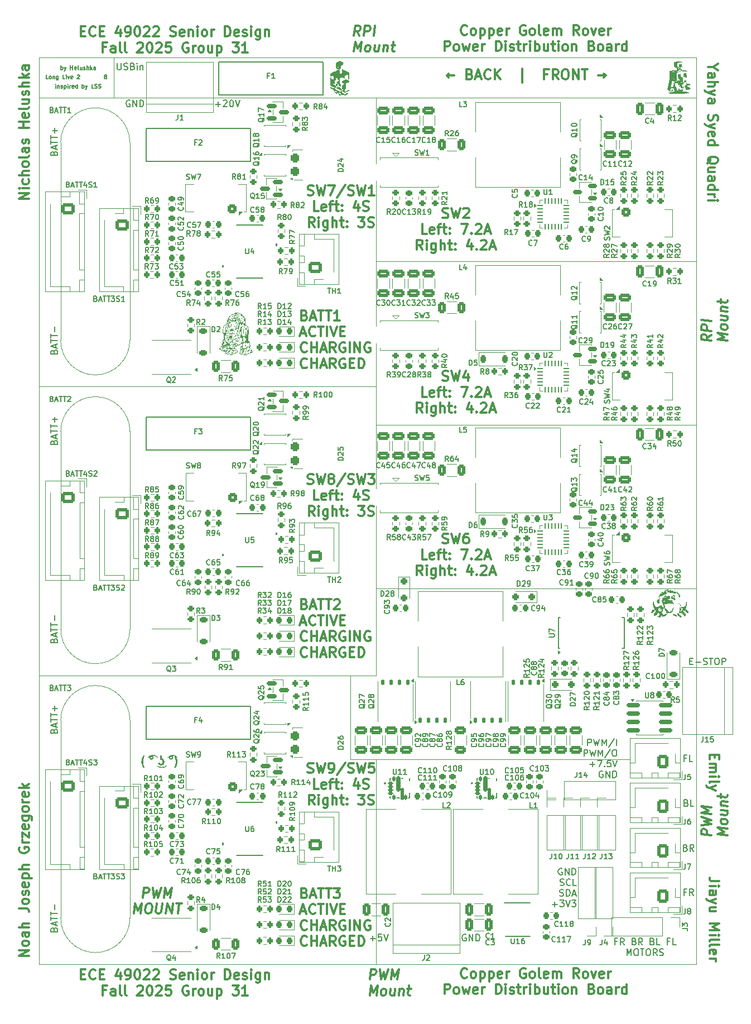
<source format=gbr>
%TF.GenerationSoftware,KiCad,Pcbnew,9.0.5*%
%TF.CreationDate,2025-10-31T00:58:49-04:00*%
%TF.ProjectId,powerdist,706f7765-7264-4697-9374-2e6b69636164,v1*%
%TF.SameCoordinates,Original*%
%TF.FileFunction,Legend,Top*%
%TF.FilePolarity,Positive*%
%FSLAX46Y46*%
G04 Gerber Fmt 4.6, Leading zero omitted, Abs format (unit mm)*
G04 Created by KiCad (PCBNEW 9.0.5) date 2025-10-31 00:58:49*
%MOMM*%
%LPD*%
G01*
G04 APERTURE LIST*
G04 Aperture macros list*
%AMRoundRect*
0 Rectangle with rounded corners*
0 $1 Rounding radius*
0 $2 $3 $4 $5 $6 $7 $8 $9 X,Y pos of 4 corners*
0 Add a 4 corners polygon primitive as box body*
4,1,4,$2,$3,$4,$5,$6,$7,$8,$9,$2,$3,0*
0 Add four circle primitives for the rounded corners*
1,1,$1+$1,$2,$3*
1,1,$1+$1,$4,$5*
1,1,$1+$1,$6,$7*
1,1,$1+$1,$8,$9*
0 Add four rect primitives between the rounded corners*
20,1,$1+$1,$2,$3,$4,$5,0*
20,1,$1+$1,$4,$5,$6,$7,0*
20,1,$1+$1,$6,$7,$8,$9,0*
20,1,$1+$1,$8,$9,$2,$3,0*%
%AMFreePoly0*
4,1,17,2.675000,1.605000,1.875000,1.605000,1.875000,0.935000,2.675000,0.935000,2.675000,0.335000,1.875000,0.335000,1.875000,-0.335000,2.675000,-0.335000,2.675000,-0.935000,1.875000,-0.935000,1.875000,-1.605000,2.675000,-1.605000,2.675000,-2.205000,-1.875000,-2.205000,-1.875000,2.205000,2.675000,2.205000,2.675000,1.605000,2.675000,1.605000,$1*%
%AMFreePoly1*
4,1,21,1.372500,0.787500,0.862500,0.787500,0.862500,0.532500,1.372500,0.532500,1.372500,0.127500,0.862500,0.127500,0.862500,-0.127500,1.372500,-0.127500,1.372500,-0.532500,0.862500,-0.532500,0.862500,-0.787500,1.372500,-0.787500,1.372500,-1.195000,0.612500,-1.195000,0.612500,-1.117500,-0.862500,-1.117500,-0.862500,1.117500,0.612500,1.117500,0.612500,1.195000,1.372500,1.195000,
1.372500,0.787500,1.372500,0.787500,$1*%
G04 Aperture macros list end*
%ADD10C,0.100000*%
%ADD11C,0.300000*%
%ADD12C,0.150000*%
%ADD13C,0.152400*%
%ADD14C,0.120000*%
%ADD15C,0.000000*%
%ADD16C,0.127000*%
%ADD17C,0.200000*%
%ADD18C,0.010000*%
%ADD19C,2.159000*%
%ADD20RoundRect,0.200000X0.275000X-0.200000X0.275000X0.200000X-0.275000X0.200000X-0.275000X-0.200000X0*%
%ADD21RoundRect,0.200000X0.200000X0.275000X-0.200000X0.275000X-0.200000X-0.275000X0.200000X-0.275000X0*%
%ADD22R,3.300000X3.175000*%
%ADD23RoundRect,0.218750X0.218750X0.256250X-0.218750X0.256250X-0.218750X-0.256250X0.218750X-0.256250X0*%
%ADD24RoundRect,0.250000X0.650000X-0.325000X0.650000X0.325000X-0.650000X0.325000X-0.650000X-0.325000X0*%
%ADD25RoundRect,0.200000X-0.275000X0.200000X-0.275000X-0.200000X0.275000X-0.200000X0.275000X0.200000X0*%
%ADD26RoundRect,0.200000X-0.200000X-0.275000X0.200000X-0.275000X0.200000X0.275000X-0.200000X0.275000X0*%
%ADD27RoundRect,0.250000X0.312500X0.625000X-0.312500X0.625000X-0.312500X-0.625000X0.312500X-0.625000X0*%
%ADD28C,1.200000*%
%ADD29RoundRect,0.250000X-0.725000X0.600000X-0.725000X-0.600000X0.725000X-0.600000X0.725000X0.600000X0*%
%ADD30O,1.950000X1.700000*%
%ADD31RoundRect,0.225000X-0.250000X0.225000X-0.250000X-0.225000X0.250000X-0.225000X0.250000X0.225000X0*%
%ADD32C,2.700000*%
%ADD33RoundRect,0.250000X0.750000X-0.600000X0.750000X0.600000X-0.750000X0.600000X-0.750000X-0.600000X0*%
%ADD34O,2.000000X1.700000*%
%ADD35RoundRect,0.225000X-0.225000X-0.250000X0.225000X-0.250000X0.225000X0.250000X-0.225000X0.250000X0*%
%ADD36R,0.400000X1.100000*%
%ADD37R,9.500000X3.400000*%
%ADD38FreePoly0,90.000000*%
%ADD39RoundRect,0.125000X0.125000X-0.300000X0.125000X0.300000X-0.125000X0.300000X-0.125000X-0.300000X0*%
%ADD40RoundRect,0.250000X-0.650000X0.325000X-0.650000X-0.325000X0.650000X-0.325000X0.650000X0.325000X0*%
%ADD41RoundRect,0.225000X0.225000X0.250000X-0.225000X0.250000X-0.225000X-0.250000X0.225000X-0.250000X0*%
%ADD42RoundRect,0.225000X0.250000X-0.225000X0.250000X0.225000X-0.250000X0.225000X-0.250000X-0.225000X0*%
%ADD43RoundRect,0.250000X0.325000X0.650000X-0.325000X0.650000X-0.325000X-0.650000X0.325000X-0.650000X0*%
%ADD44RoundRect,0.150000X-0.587500X-0.150000X0.587500X-0.150000X0.587500X0.150000X-0.587500X0.150000X0*%
%ADD45R,1.700000X1.700000*%
%ADD46C,1.700000*%
%ADD47RoundRect,0.250000X0.600000X0.750000X-0.600000X0.750000X-0.600000X-0.750000X0.600000X-0.750000X0*%
%ADD48O,1.700000X2.000000*%
%ADD49RoundRect,0.225000X-0.375000X0.225000X-0.375000X-0.225000X0.375000X-0.225000X0.375000X0.225000X0*%
%ADD50RoundRect,0.250000X-0.625000X0.312500X-0.625000X-0.312500X0.625000X-0.312500X0.625000X0.312500X0*%
%ADD51R,0.990000X0.405000*%
%ADD52FreePoly1,0.000000*%
%ADD53RoundRect,0.250000X-0.450000X-0.450000X0.450000X-0.450000X0.450000X0.450000X-0.450000X0.450000X0*%
%ADD54C,1.400000*%
%ADD55RoundRect,0.225000X-0.225000X-0.375000X0.225000X-0.375000X0.225000X0.375000X-0.225000X0.375000X0*%
%ADD56RoundRect,0.317500X0.317500X-0.382500X0.317500X0.382500X-0.317500X0.382500X-0.317500X-0.382500X0*%
%ADD57R,4.720000X4.800000*%
%ADD58R,3.000000X3.000000*%
%ADD59C,3.000000*%
%ADD60R,0.405000X0.990000*%
%ADD61FreePoly1,270.000000*%
%ADD62O,2.200000X3.500000*%
%ADD63R,1.500000X2.500000*%
%ADD64O,1.500000X2.500000*%
%ADD65RoundRect,0.225000X0.375000X-0.225000X0.375000X0.225000X-0.375000X0.225000X-0.375000X-0.225000X0*%
%ADD66R,3.175000X3.300000*%
%ADD67RoundRect,0.150000X0.512500X0.150000X-0.512500X0.150000X-0.512500X-0.150000X0.512500X-0.150000X0*%
%ADD68R,1.460500X0.355600*%
%ADD69RoundRect,0.062500X-0.325000X-0.062500X0.325000X-0.062500X0.325000X0.062500X-0.325000X0.062500X0*%
%ADD70RoundRect,0.062500X-0.062500X-0.325000X0.062500X-0.325000X0.062500X0.325000X-0.062500X0.325000X0*%
%ADD71R,2.450000X2.450000*%
%ADD72RoundRect,0.113500X-0.288500X-0.113500X0.288500X-0.113500X0.288500X0.113500X-0.288500X0.113500X0*%
%ADD73RoundRect,0.113500X-0.113500X-0.288500X0.113500X-0.288500X0.113500X0.288500X-0.113500X0.288500X0*%
%ADD74RoundRect,0.113500X-0.113500X-0.838500X0.113500X-0.838500X0.113500X0.838500X-0.113500X0.838500X0*%
%ADD75RoundRect,0.151000X-0.151000X-1.001000X0.151000X-1.001000X0.151000X1.001000X-0.151000X1.001000X0*%
%ADD76RoundRect,0.250000X0.250000X0.250000X-0.250000X0.250000X-0.250000X-0.250000X0.250000X-0.250000X0*%
%ADD77RoundRect,0.250000X-0.250000X-0.250000X0.250000X-0.250000X0.250000X0.250000X-0.250000X0.250000X0*%
%ADD78FreePoly0,270.000000*%
%ADD79RoundRect,0.125000X-0.125000X0.300000X-0.125000X-0.300000X0.125000X-0.300000X0.125000X0.300000X0*%
%ADD80RoundRect,0.150000X0.587500X0.150000X-0.587500X0.150000X-0.587500X-0.150000X0.587500X-0.150000X0*%
%ADD81RoundRect,0.250000X0.450000X0.450000X-0.450000X0.450000X-0.450000X-0.450000X0.450000X-0.450000X0*%
%ADD82R,1.270000X0.610000*%
%ADD83R,3.810000X3.910000*%
%ADD84R,1.020000X0.610000*%
%ADD85FreePoly1,180.000000*%
%ADD86C,10.160000*%
%ADD87RoundRect,0.250000X-0.250000X0.250000X-0.250000X-0.250000X0.250000X-0.250000X0.250000X0.250000X0*%
%ADD88RoundRect,0.150000X-0.825000X-0.150000X0.825000X-0.150000X0.825000X0.150000X-0.825000X0.150000X0*%
%ADD89O,1.200000X0.399999*%
G04 APERTURE END LIST*
D10*
X67300000Y-71600000D02*
X67300000Y-77700000D01*
X55999880Y-209100000D02*
X155700000Y-209100000D01*
X103200000Y-178000000D02*
X103200000Y-165300000D01*
X107100000Y-209100000D02*
X107100000Y-178000000D01*
X155700000Y-152100000D02*
X155700000Y-209100000D01*
X55999880Y-77700000D02*
X107100000Y-77700000D01*
X107100000Y-121500000D01*
X55999880Y-121500000D01*
X55999880Y-77700000D01*
X56000000Y-71600000D02*
X155700000Y-71600000D01*
X155700000Y-77700000D01*
X56000000Y-77700000D01*
X56000000Y-71600000D01*
X55999880Y-209100000D02*
X56000000Y-165300000D01*
X145600000Y-178000000D02*
X103200000Y-178000000D01*
X56000000Y-121500000D02*
X107100000Y-121500000D01*
X107100000Y-165300000D01*
X56000000Y-165300000D01*
X56000000Y-121500000D01*
X107100000Y-102500000D02*
X155700120Y-102500000D01*
X155700120Y-127300000D01*
X107100000Y-127300000D01*
X107100000Y-102500000D01*
X107100000Y-127300000D02*
X155700120Y-127300000D01*
X155700120Y-152100000D01*
X107100000Y-152100000D01*
X107100000Y-127300000D01*
X107099880Y-77700000D02*
X155700000Y-77700000D01*
X155700000Y-102500000D01*
X107099880Y-102500000D01*
X107099880Y-77700000D01*
D11*
X120907143Y-68043055D02*
X120835715Y-68114484D01*
X120835715Y-68114484D02*
X120621429Y-68185912D01*
X120621429Y-68185912D02*
X120478572Y-68185912D01*
X120478572Y-68185912D02*
X120264286Y-68114484D01*
X120264286Y-68114484D02*
X120121429Y-67971626D01*
X120121429Y-67971626D02*
X120050000Y-67828769D01*
X120050000Y-67828769D02*
X119978572Y-67543055D01*
X119978572Y-67543055D02*
X119978572Y-67328769D01*
X119978572Y-67328769D02*
X120050000Y-67043055D01*
X120050000Y-67043055D02*
X120121429Y-66900198D01*
X120121429Y-66900198D02*
X120264286Y-66757341D01*
X120264286Y-66757341D02*
X120478572Y-66685912D01*
X120478572Y-66685912D02*
X120621429Y-66685912D01*
X120621429Y-66685912D02*
X120835715Y-66757341D01*
X120835715Y-66757341D02*
X120907143Y-66828769D01*
X121764286Y-68185912D02*
X121621429Y-68114484D01*
X121621429Y-68114484D02*
X121550000Y-68043055D01*
X121550000Y-68043055D02*
X121478572Y-67900198D01*
X121478572Y-67900198D02*
X121478572Y-67471626D01*
X121478572Y-67471626D02*
X121550000Y-67328769D01*
X121550000Y-67328769D02*
X121621429Y-67257341D01*
X121621429Y-67257341D02*
X121764286Y-67185912D01*
X121764286Y-67185912D02*
X121978572Y-67185912D01*
X121978572Y-67185912D02*
X122121429Y-67257341D01*
X122121429Y-67257341D02*
X122192858Y-67328769D01*
X122192858Y-67328769D02*
X122264286Y-67471626D01*
X122264286Y-67471626D02*
X122264286Y-67900198D01*
X122264286Y-67900198D02*
X122192858Y-68043055D01*
X122192858Y-68043055D02*
X122121429Y-68114484D01*
X122121429Y-68114484D02*
X121978572Y-68185912D01*
X121978572Y-68185912D02*
X121764286Y-68185912D01*
X122907143Y-67185912D02*
X122907143Y-68685912D01*
X122907143Y-67257341D02*
X123050001Y-67185912D01*
X123050001Y-67185912D02*
X123335715Y-67185912D01*
X123335715Y-67185912D02*
X123478572Y-67257341D01*
X123478572Y-67257341D02*
X123550001Y-67328769D01*
X123550001Y-67328769D02*
X123621429Y-67471626D01*
X123621429Y-67471626D02*
X123621429Y-67900198D01*
X123621429Y-67900198D02*
X123550001Y-68043055D01*
X123550001Y-68043055D02*
X123478572Y-68114484D01*
X123478572Y-68114484D02*
X123335715Y-68185912D01*
X123335715Y-68185912D02*
X123050001Y-68185912D01*
X123050001Y-68185912D02*
X122907143Y-68114484D01*
X124264286Y-67185912D02*
X124264286Y-68685912D01*
X124264286Y-67257341D02*
X124407144Y-67185912D01*
X124407144Y-67185912D02*
X124692858Y-67185912D01*
X124692858Y-67185912D02*
X124835715Y-67257341D01*
X124835715Y-67257341D02*
X124907144Y-67328769D01*
X124907144Y-67328769D02*
X124978572Y-67471626D01*
X124978572Y-67471626D02*
X124978572Y-67900198D01*
X124978572Y-67900198D02*
X124907144Y-68043055D01*
X124907144Y-68043055D02*
X124835715Y-68114484D01*
X124835715Y-68114484D02*
X124692858Y-68185912D01*
X124692858Y-68185912D02*
X124407144Y-68185912D01*
X124407144Y-68185912D02*
X124264286Y-68114484D01*
X126192858Y-68114484D02*
X126050001Y-68185912D01*
X126050001Y-68185912D02*
X125764287Y-68185912D01*
X125764287Y-68185912D02*
X125621429Y-68114484D01*
X125621429Y-68114484D02*
X125550001Y-67971626D01*
X125550001Y-67971626D02*
X125550001Y-67400198D01*
X125550001Y-67400198D02*
X125621429Y-67257341D01*
X125621429Y-67257341D02*
X125764287Y-67185912D01*
X125764287Y-67185912D02*
X126050001Y-67185912D01*
X126050001Y-67185912D02*
X126192858Y-67257341D01*
X126192858Y-67257341D02*
X126264287Y-67400198D01*
X126264287Y-67400198D02*
X126264287Y-67543055D01*
X126264287Y-67543055D02*
X125550001Y-67685912D01*
X126907143Y-68185912D02*
X126907143Y-67185912D01*
X126907143Y-67471626D02*
X126978572Y-67328769D01*
X126978572Y-67328769D02*
X127050001Y-67257341D01*
X127050001Y-67257341D02*
X127192858Y-67185912D01*
X127192858Y-67185912D02*
X127335715Y-67185912D01*
X129764286Y-66757341D02*
X129621429Y-66685912D01*
X129621429Y-66685912D02*
X129407143Y-66685912D01*
X129407143Y-66685912D02*
X129192857Y-66757341D01*
X129192857Y-66757341D02*
X129050000Y-66900198D01*
X129050000Y-66900198D02*
X128978571Y-67043055D01*
X128978571Y-67043055D02*
X128907143Y-67328769D01*
X128907143Y-67328769D02*
X128907143Y-67543055D01*
X128907143Y-67543055D02*
X128978571Y-67828769D01*
X128978571Y-67828769D02*
X129050000Y-67971626D01*
X129050000Y-67971626D02*
X129192857Y-68114484D01*
X129192857Y-68114484D02*
X129407143Y-68185912D01*
X129407143Y-68185912D02*
X129550000Y-68185912D01*
X129550000Y-68185912D02*
X129764286Y-68114484D01*
X129764286Y-68114484D02*
X129835714Y-68043055D01*
X129835714Y-68043055D02*
X129835714Y-67543055D01*
X129835714Y-67543055D02*
X129550000Y-67543055D01*
X130692857Y-68185912D02*
X130550000Y-68114484D01*
X130550000Y-68114484D02*
X130478571Y-68043055D01*
X130478571Y-68043055D02*
X130407143Y-67900198D01*
X130407143Y-67900198D02*
X130407143Y-67471626D01*
X130407143Y-67471626D02*
X130478571Y-67328769D01*
X130478571Y-67328769D02*
X130550000Y-67257341D01*
X130550000Y-67257341D02*
X130692857Y-67185912D01*
X130692857Y-67185912D02*
X130907143Y-67185912D01*
X130907143Y-67185912D02*
X131050000Y-67257341D01*
X131050000Y-67257341D02*
X131121429Y-67328769D01*
X131121429Y-67328769D02*
X131192857Y-67471626D01*
X131192857Y-67471626D02*
X131192857Y-67900198D01*
X131192857Y-67900198D02*
X131121429Y-68043055D01*
X131121429Y-68043055D02*
X131050000Y-68114484D01*
X131050000Y-68114484D02*
X130907143Y-68185912D01*
X130907143Y-68185912D02*
X130692857Y-68185912D01*
X132050000Y-68185912D02*
X131907143Y-68114484D01*
X131907143Y-68114484D02*
X131835714Y-67971626D01*
X131835714Y-67971626D02*
X131835714Y-66685912D01*
X133192857Y-68114484D02*
X133050000Y-68185912D01*
X133050000Y-68185912D02*
X132764286Y-68185912D01*
X132764286Y-68185912D02*
X132621428Y-68114484D01*
X132621428Y-68114484D02*
X132550000Y-67971626D01*
X132550000Y-67971626D02*
X132550000Y-67400198D01*
X132550000Y-67400198D02*
X132621428Y-67257341D01*
X132621428Y-67257341D02*
X132764286Y-67185912D01*
X132764286Y-67185912D02*
X133050000Y-67185912D01*
X133050000Y-67185912D02*
X133192857Y-67257341D01*
X133192857Y-67257341D02*
X133264286Y-67400198D01*
X133264286Y-67400198D02*
X133264286Y-67543055D01*
X133264286Y-67543055D02*
X132550000Y-67685912D01*
X133907142Y-68185912D02*
X133907142Y-67185912D01*
X133907142Y-67328769D02*
X133978571Y-67257341D01*
X133978571Y-67257341D02*
X134121428Y-67185912D01*
X134121428Y-67185912D02*
X134335714Y-67185912D01*
X134335714Y-67185912D02*
X134478571Y-67257341D01*
X134478571Y-67257341D02*
X134550000Y-67400198D01*
X134550000Y-67400198D02*
X134550000Y-68185912D01*
X134550000Y-67400198D02*
X134621428Y-67257341D01*
X134621428Y-67257341D02*
X134764285Y-67185912D01*
X134764285Y-67185912D02*
X134978571Y-67185912D01*
X134978571Y-67185912D02*
X135121428Y-67257341D01*
X135121428Y-67257341D02*
X135192857Y-67400198D01*
X135192857Y-67400198D02*
X135192857Y-68185912D01*
X137907142Y-68185912D02*
X137407142Y-67471626D01*
X137049999Y-68185912D02*
X137049999Y-66685912D01*
X137049999Y-66685912D02*
X137621428Y-66685912D01*
X137621428Y-66685912D02*
X137764285Y-66757341D01*
X137764285Y-66757341D02*
X137835714Y-66828769D01*
X137835714Y-66828769D02*
X137907142Y-66971626D01*
X137907142Y-66971626D02*
X137907142Y-67185912D01*
X137907142Y-67185912D02*
X137835714Y-67328769D01*
X137835714Y-67328769D02*
X137764285Y-67400198D01*
X137764285Y-67400198D02*
X137621428Y-67471626D01*
X137621428Y-67471626D02*
X137049999Y-67471626D01*
X138764285Y-68185912D02*
X138621428Y-68114484D01*
X138621428Y-68114484D02*
X138549999Y-68043055D01*
X138549999Y-68043055D02*
X138478571Y-67900198D01*
X138478571Y-67900198D02*
X138478571Y-67471626D01*
X138478571Y-67471626D02*
X138549999Y-67328769D01*
X138549999Y-67328769D02*
X138621428Y-67257341D01*
X138621428Y-67257341D02*
X138764285Y-67185912D01*
X138764285Y-67185912D02*
X138978571Y-67185912D01*
X138978571Y-67185912D02*
X139121428Y-67257341D01*
X139121428Y-67257341D02*
X139192857Y-67328769D01*
X139192857Y-67328769D02*
X139264285Y-67471626D01*
X139264285Y-67471626D02*
X139264285Y-67900198D01*
X139264285Y-67900198D02*
X139192857Y-68043055D01*
X139192857Y-68043055D02*
X139121428Y-68114484D01*
X139121428Y-68114484D02*
X138978571Y-68185912D01*
X138978571Y-68185912D02*
X138764285Y-68185912D01*
X139764285Y-67185912D02*
X140121428Y-68185912D01*
X140121428Y-68185912D02*
X140478571Y-67185912D01*
X141621428Y-68114484D02*
X141478571Y-68185912D01*
X141478571Y-68185912D02*
X141192857Y-68185912D01*
X141192857Y-68185912D02*
X141049999Y-68114484D01*
X141049999Y-68114484D02*
X140978571Y-67971626D01*
X140978571Y-67971626D02*
X140978571Y-67400198D01*
X140978571Y-67400198D02*
X141049999Y-67257341D01*
X141049999Y-67257341D02*
X141192857Y-67185912D01*
X141192857Y-67185912D02*
X141478571Y-67185912D01*
X141478571Y-67185912D02*
X141621428Y-67257341D01*
X141621428Y-67257341D02*
X141692857Y-67400198D01*
X141692857Y-67400198D02*
X141692857Y-67543055D01*
X141692857Y-67543055D02*
X140978571Y-67685912D01*
X142335713Y-68185912D02*
X142335713Y-67185912D01*
X142335713Y-67471626D02*
X142407142Y-67328769D01*
X142407142Y-67328769D02*
X142478571Y-67257341D01*
X142478571Y-67257341D02*
X142621428Y-67185912D01*
X142621428Y-67185912D02*
X142764285Y-67185912D01*
X117478570Y-70600828D02*
X117478570Y-69100828D01*
X117478570Y-69100828D02*
X118049999Y-69100828D01*
X118049999Y-69100828D02*
X118192856Y-69172257D01*
X118192856Y-69172257D02*
X118264285Y-69243685D01*
X118264285Y-69243685D02*
X118335713Y-69386542D01*
X118335713Y-69386542D02*
X118335713Y-69600828D01*
X118335713Y-69600828D02*
X118264285Y-69743685D01*
X118264285Y-69743685D02*
X118192856Y-69815114D01*
X118192856Y-69815114D02*
X118049999Y-69886542D01*
X118049999Y-69886542D02*
X117478570Y-69886542D01*
X119192856Y-70600828D02*
X119049999Y-70529400D01*
X119049999Y-70529400D02*
X118978570Y-70457971D01*
X118978570Y-70457971D02*
X118907142Y-70315114D01*
X118907142Y-70315114D02*
X118907142Y-69886542D01*
X118907142Y-69886542D02*
X118978570Y-69743685D01*
X118978570Y-69743685D02*
X119049999Y-69672257D01*
X119049999Y-69672257D02*
X119192856Y-69600828D01*
X119192856Y-69600828D02*
X119407142Y-69600828D01*
X119407142Y-69600828D02*
X119549999Y-69672257D01*
X119549999Y-69672257D02*
X119621428Y-69743685D01*
X119621428Y-69743685D02*
X119692856Y-69886542D01*
X119692856Y-69886542D02*
X119692856Y-70315114D01*
X119692856Y-70315114D02*
X119621428Y-70457971D01*
X119621428Y-70457971D02*
X119549999Y-70529400D01*
X119549999Y-70529400D02*
X119407142Y-70600828D01*
X119407142Y-70600828D02*
X119192856Y-70600828D01*
X120192856Y-69600828D02*
X120478571Y-70600828D01*
X120478571Y-70600828D02*
X120764285Y-69886542D01*
X120764285Y-69886542D02*
X121049999Y-70600828D01*
X121049999Y-70600828D02*
X121335713Y-69600828D01*
X122478571Y-70529400D02*
X122335714Y-70600828D01*
X122335714Y-70600828D02*
X122050000Y-70600828D01*
X122050000Y-70600828D02*
X121907142Y-70529400D01*
X121907142Y-70529400D02*
X121835714Y-70386542D01*
X121835714Y-70386542D02*
X121835714Y-69815114D01*
X121835714Y-69815114D02*
X121907142Y-69672257D01*
X121907142Y-69672257D02*
X122050000Y-69600828D01*
X122050000Y-69600828D02*
X122335714Y-69600828D01*
X122335714Y-69600828D02*
X122478571Y-69672257D01*
X122478571Y-69672257D02*
X122550000Y-69815114D01*
X122550000Y-69815114D02*
X122550000Y-69957971D01*
X122550000Y-69957971D02*
X121835714Y-70100828D01*
X123192856Y-70600828D02*
X123192856Y-69600828D01*
X123192856Y-69886542D02*
X123264285Y-69743685D01*
X123264285Y-69743685D02*
X123335714Y-69672257D01*
X123335714Y-69672257D02*
X123478571Y-69600828D01*
X123478571Y-69600828D02*
X123621428Y-69600828D01*
X125264284Y-70600828D02*
X125264284Y-69100828D01*
X125264284Y-69100828D02*
X125621427Y-69100828D01*
X125621427Y-69100828D02*
X125835713Y-69172257D01*
X125835713Y-69172257D02*
X125978570Y-69315114D01*
X125978570Y-69315114D02*
X126049999Y-69457971D01*
X126049999Y-69457971D02*
X126121427Y-69743685D01*
X126121427Y-69743685D02*
X126121427Y-69957971D01*
X126121427Y-69957971D02*
X126049999Y-70243685D01*
X126049999Y-70243685D02*
X125978570Y-70386542D01*
X125978570Y-70386542D02*
X125835713Y-70529400D01*
X125835713Y-70529400D02*
X125621427Y-70600828D01*
X125621427Y-70600828D02*
X125264284Y-70600828D01*
X126764284Y-70600828D02*
X126764284Y-69600828D01*
X126764284Y-69100828D02*
X126692856Y-69172257D01*
X126692856Y-69172257D02*
X126764284Y-69243685D01*
X126764284Y-69243685D02*
X126835713Y-69172257D01*
X126835713Y-69172257D02*
X126764284Y-69100828D01*
X126764284Y-69100828D02*
X126764284Y-69243685D01*
X127407142Y-70529400D02*
X127549999Y-70600828D01*
X127549999Y-70600828D02*
X127835713Y-70600828D01*
X127835713Y-70600828D02*
X127978570Y-70529400D01*
X127978570Y-70529400D02*
X128049999Y-70386542D01*
X128049999Y-70386542D02*
X128049999Y-70315114D01*
X128049999Y-70315114D02*
X127978570Y-70172257D01*
X127978570Y-70172257D02*
X127835713Y-70100828D01*
X127835713Y-70100828D02*
X127621428Y-70100828D01*
X127621428Y-70100828D02*
X127478570Y-70029400D01*
X127478570Y-70029400D02*
X127407142Y-69886542D01*
X127407142Y-69886542D02*
X127407142Y-69815114D01*
X127407142Y-69815114D02*
X127478570Y-69672257D01*
X127478570Y-69672257D02*
X127621428Y-69600828D01*
X127621428Y-69600828D02*
X127835713Y-69600828D01*
X127835713Y-69600828D02*
X127978570Y-69672257D01*
X128478571Y-69600828D02*
X129049999Y-69600828D01*
X128692856Y-69100828D02*
X128692856Y-70386542D01*
X128692856Y-70386542D02*
X128764285Y-70529400D01*
X128764285Y-70529400D02*
X128907142Y-70600828D01*
X128907142Y-70600828D02*
X129049999Y-70600828D01*
X129549999Y-70600828D02*
X129549999Y-69600828D01*
X129549999Y-69886542D02*
X129621428Y-69743685D01*
X129621428Y-69743685D02*
X129692857Y-69672257D01*
X129692857Y-69672257D02*
X129835714Y-69600828D01*
X129835714Y-69600828D02*
X129978571Y-69600828D01*
X130478570Y-70600828D02*
X130478570Y-69600828D01*
X130478570Y-69100828D02*
X130407142Y-69172257D01*
X130407142Y-69172257D02*
X130478570Y-69243685D01*
X130478570Y-69243685D02*
X130549999Y-69172257D01*
X130549999Y-69172257D02*
X130478570Y-69100828D01*
X130478570Y-69100828D02*
X130478570Y-69243685D01*
X131192856Y-70600828D02*
X131192856Y-69100828D01*
X131192856Y-69672257D02*
X131335714Y-69600828D01*
X131335714Y-69600828D02*
X131621428Y-69600828D01*
X131621428Y-69600828D02*
X131764285Y-69672257D01*
X131764285Y-69672257D02*
X131835714Y-69743685D01*
X131835714Y-69743685D02*
X131907142Y-69886542D01*
X131907142Y-69886542D02*
X131907142Y-70315114D01*
X131907142Y-70315114D02*
X131835714Y-70457971D01*
X131835714Y-70457971D02*
X131764285Y-70529400D01*
X131764285Y-70529400D02*
X131621428Y-70600828D01*
X131621428Y-70600828D02*
X131335714Y-70600828D01*
X131335714Y-70600828D02*
X131192856Y-70529400D01*
X133192857Y-69600828D02*
X133192857Y-70600828D01*
X132549999Y-69600828D02*
X132549999Y-70386542D01*
X132549999Y-70386542D02*
X132621428Y-70529400D01*
X132621428Y-70529400D02*
X132764285Y-70600828D01*
X132764285Y-70600828D02*
X132978571Y-70600828D01*
X132978571Y-70600828D02*
X133121428Y-70529400D01*
X133121428Y-70529400D02*
X133192857Y-70457971D01*
X133692857Y-69600828D02*
X134264285Y-69600828D01*
X133907142Y-69100828D02*
X133907142Y-70386542D01*
X133907142Y-70386542D02*
X133978571Y-70529400D01*
X133978571Y-70529400D02*
X134121428Y-70600828D01*
X134121428Y-70600828D02*
X134264285Y-70600828D01*
X134764285Y-70600828D02*
X134764285Y-69600828D01*
X134764285Y-69100828D02*
X134692857Y-69172257D01*
X134692857Y-69172257D02*
X134764285Y-69243685D01*
X134764285Y-69243685D02*
X134835714Y-69172257D01*
X134835714Y-69172257D02*
X134764285Y-69100828D01*
X134764285Y-69100828D02*
X134764285Y-69243685D01*
X135692857Y-70600828D02*
X135550000Y-70529400D01*
X135550000Y-70529400D02*
X135478571Y-70457971D01*
X135478571Y-70457971D02*
X135407143Y-70315114D01*
X135407143Y-70315114D02*
X135407143Y-69886542D01*
X135407143Y-69886542D02*
X135478571Y-69743685D01*
X135478571Y-69743685D02*
X135550000Y-69672257D01*
X135550000Y-69672257D02*
X135692857Y-69600828D01*
X135692857Y-69600828D02*
X135907143Y-69600828D01*
X135907143Y-69600828D02*
X136050000Y-69672257D01*
X136050000Y-69672257D02*
X136121429Y-69743685D01*
X136121429Y-69743685D02*
X136192857Y-69886542D01*
X136192857Y-69886542D02*
X136192857Y-70315114D01*
X136192857Y-70315114D02*
X136121429Y-70457971D01*
X136121429Y-70457971D02*
X136050000Y-70529400D01*
X136050000Y-70529400D02*
X135907143Y-70600828D01*
X135907143Y-70600828D02*
X135692857Y-70600828D01*
X136835714Y-69600828D02*
X136835714Y-70600828D01*
X136835714Y-69743685D02*
X136907143Y-69672257D01*
X136907143Y-69672257D02*
X137050000Y-69600828D01*
X137050000Y-69600828D02*
X137264286Y-69600828D01*
X137264286Y-69600828D02*
X137407143Y-69672257D01*
X137407143Y-69672257D02*
X137478572Y-69815114D01*
X137478572Y-69815114D02*
X137478572Y-70600828D01*
X139835714Y-69815114D02*
X140050000Y-69886542D01*
X140050000Y-69886542D02*
X140121429Y-69957971D01*
X140121429Y-69957971D02*
X140192857Y-70100828D01*
X140192857Y-70100828D02*
X140192857Y-70315114D01*
X140192857Y-70315114D02*
X140121429Y-70457971D01*
X140121429Y-70457971D02*
X140050000Y-70529400D01*
X140050000Y-70529400D02*
X139907143Y-70600828D01*
X139907143Y-70600828D02*
X139335714Y-70600828D01*
X139335714Y-70600828D02*
X139335714Y-69100828D01*
X139335714Y-69100828D02*
X139835714Y-69100828D01*
X139835714Y-69100828D02*
X139978572Y-69172257D01*
X139978572Y-69172257D02*
X140050000Y-69243685D01*
X140050000Y-69243685D02*
X140121429Y-69386542D01*
X140121429Y-69386542D02*
X140121429Y-69529400D01*
X140121429Y-69529400D02*
X140050000Y-69672257D01*
X140050000Y-69672257D02*
X139978572Y-69743685D01*
X139978572Y-69743685D02*
X139835714Y-69815114D01*
X139835714Y-69815114D02*
X139335714Y-69815114D01*
X141050000Y-70600828D02*
X140907143Y-70529400D01*
X140907143Y-70529400D02*
X140835714Y-70457971D01*
X140835714Y-70457971D02*
X140764286Y-70315114D01*
X140764286Y-70315114D02*
X140764286Y-69886542D01*
X140764286Y-69886542D02*
X140835714Y-69743685D01*
X140835714Y-69743685D02*
X140907143Y-69672257D01*
X140907143Y-69672257D02*
X141050000Y-69600828D01*
X141050000Y-69600828D02*
X141264286Y-69600828D01*
X141264286Y-69600828D02*
X141407143Y-69672257D01*
X141407143Y-69672257D02*
X141478572Y-69743685D01*
X141478572Y-69743685D02*
X141550000Y-69886542D01*
X141550000Y-69886542D02*
X141550000Y-70315114D01*
X141550000Y-70315114D02*
X141478572Y-70457971D01*
X141478572Y-70457971D02*
X141407143Y-70529400D01*
X141407143Y-70529400D02*
X141264286Y-70600828D01*
X141264286Y-70600828D02*
X141050000Y-70600828D01*
X142835715Y-70600828D02*
X142835715Y-69815114D01*
X142835715Y-69815114D02*
X142764286Y-69672257D01*
X142764286Y-69672257D02*
X142621429Y-69600828D01*
X142621429Y-69600828D02*
X142335715Y-69600828D01*
X142335715Y-69600828D02*
X142192857Y-69672257D01*
X142835715Y-70529400D02*
X142692857Y-70600828D01*
X142692857Y-70600828D02*
X142335715Y-70600828D01*
X142335715Y-70600828D02*
X142192857Y-70529400D01*
X142192857Y-70529400D02*
X142121429Y-70386542D01*
X142121429Y-70386542D02*
X142121429Y-70243685D01*
X142121429Y-70243685D02*
X142192857Y-70100828D01*
X142192857Y-70100828D02*
X142335715Y-70029400D01*
X142335715Y-70029400D02*
X142692857Y-70029400D01*
X142692857Y-70029400D02*
X142835715Y-69957971D01*
X143550000Y-70600828D02*
X143550000Y-69600828D01*
X143550000Y-69886542D02*
X143621429Y-69743685D01*
X143621429Y-69743685D02*
X143692858Y-69672257D01*
X143692858Y-69672257D02*
X143835715Y-69600828D01*
X143835715Y-69600828D02*
X143978572Y-69600828D01*
X145121429Y-70600828D02*
X145121429Y-69100828D01*
X145121429Y-70529400D02*
X144978571Y-70600828D01*
X144978571Y-70600828D02*
X144692857Y-70600828D01*
X144692857Y-70600828D02*
X144550000Y-70529400D01*
X144550000Y-70529400D02*
X144478571Y-70457971D01*
X144478571Y-70457971D02*
X144407143Y-70315114D01*
X144407143Y-70315114D02*
X144407143Y-69886542D01*
X144407143Y-69886542D02*
X144478571Y-69743685D01*
X144478571Y-69743685D02*
X144550000Y-69672257D01*
X144550000Y-69672257D02*
X144692857Y-69600828D01*
X144692857Y-69600828D02*
X144978571Y-69600828D01*
X144978571Y-69600828D02*
X145121429Y-69672257D01*
X157985912Y-113697274D02*
X157271626Y-114107989D01*
X157985912Y-114554417D02*
X156485912Y-114366917D01*
X156485912Y-114366917D02*
X156485912Y-113795489D01*
X156485912Y-113795489D02*
X156557341Y-113661560D01*
X156557341Y-113661560D02*
X156628769Y-113599060D01*
X156628769Y-113599060D02*
X156771626Y-113545489D01*
X156771626Y-113545489D02*
X156985912Y-113572274D01*
X156985912Y-113572274D02*
X157128769Y-113661560D01*
X157128769Y-113661560D02*
X157200198Y-113741917D01*
X157200198Y-113741917D02*
X157271626Y-113893703D01*
X157271626Y-113893703D02*
X157271626Y-114465132D01*
X157985912Y-113054417D02*
X156485912Y-112866917D01*
X156485912Y-112866917D02*
X156485912Y-112295489D01*
X156485912Y-112295489D02*
X156557341Y-112161560D01*
X156557341Y-112161560D02*
X156628769Y-112099060D01*
X156628769Y-112099060D02*
X156771626Y-112045489D01*
X156771626Y-112045489D02*
X156985912Y-112072274D01*
X156985912Y-112072274D02*
X157128769Y-112161560D01*
X157128769Y-112161560D02*
X157200198Y-112241917D01*
X157200198Y-112241917D02*
X157271626Y-112393703D01*
X157271626Y-112393703D02*
X157271626Y-112965132D01*
X157985912Y-111554417D02*
X156485912Y-111366917D01*
X160400828Y-114554417D02*
X158900828Y-114366917D01*
X158900828Y-114366917D02*
X159972257Y-114000846D01*
X159972257Y-114000846D02*
X158900828Y-113366917D01*
X158900828Y-113366917D02*
X160400828Y-113554417D01*
X160400828Y-112625846D02*
X160329400Y-112759774D01*
X160329400Y-112759774D02*
X160257971Y-112822274D01*
X160257971Y-112822274D02*
X160115114Y-112875846D01*
X160115114Y-112875846D02*
X159686542Y-112822274D01*
X159686542Y-112822274D02*
X159543685Y-112732988D01*
X159543685Y-112732988D02*
X159472257Y-112652631D01*
X159472257Y-112652631D02*
X159400828Y-112500846D01*
X159400828Y-112500846D02*
X159400828Y-112286560D01*
X159400828Y-112286560D02*
X159472257Y-112152631D01*
X159472257Y-112152631D02*
X159543685Y-112090131D01*
X159543685Y-112090131D02*
X159686542Y-112036560D01*
X159686542Y-112036560D02*
X160115114Y-112090131D01*
X160115114Y-112090131D02*
X160257971Y-112179417D01*
X160257971Y-112179417D02*
X160329400Y-112259774D01*
X160329400Y-112259774D02*
X160400828Y-112411560D01*
X160400828Y-112411560D02*
X160400828Y-112625846D01*
X159400828Y-110715131D02*
X160400828Y-110840131D01*
X159400828Y-111357988D02*
X160186542Y-111456203D01*
X160186542Y-111456203D02*
X160329400Y-111402631D01*
X160329400Y-111402631D02*
X160400828Y-111268703D01*
X160400828Y-111268703D02*
X160400828Y-111054417D01*
X160400828Y-111054417D02*
X160329400Y-110902631D01*
X160329400Y-110902631D02*
X160257971Y-110822274D01*
X159400828Y-110000845D02*
X160400828Y-110125845D01*
X159543685Y-110018702D02*
X159472257Y-109938345D01*
X159472257Y-109938345D02*
X159400828Y-109786560D01*
X159400828Y-109786560D02*
X159400828Y-109572274D01*
X159400828Y-109572274D02*
X159472257Y-109438345D01*
X159472257Y-109438345D02*
X159615114Y-109384774D01*
X159615114Y-109384774D02*
X160400828Y-109482988D01*
X159400828Y-108857988D02*
X159400828Y-108286559D01*
X158900828Y-108581202D02*
X160186542Y-108741917D01*
X160186542Y-108741917D02*
X160329400Y-108688345D01*
X160329400Y-108688345D02*
X160400828Y-108554417D01*
X160400828Y-108554417D02*
X160400828Y-108411559D01*
X62314286Y-67600198D02*
X62814286Y-67600198D01*
X63028572Y-68385912D02*
X62314286Y-68385912D01*
X62314286Y-68385912D02*
X62314286Y-66885912D01*
X62314286Y-66885912D02*
X63028572Y-66885912D01*
X64528572Y-68243055D02*
X64457144Y-68314484D01*
X64457144Y-68314484D02*
X64242858Y-68385912D01*
X64242858Y-68385912D02*
X64100001Y-68385912D01*
X64100001Y-68385912D02*
X63885715Y-68314484D01*
X63885715Y-68314484D02*
X63742858Y-68171626D01*
X63742858Y-68171626D02*
X63671429Y-68028769D01*
X63671429Y-68028769D02*
X63600001Y-67743055D01*
X63600001Y-67743055D02*
X63600001Y-67528769D01*
X63600001Y-67528769D02*
X63671429Y-67243055D01*
X63671429Y-67243055D02*
X63742858Y-67100198D01*
X63742858Y-67100198D02*
X63885715Y-66957341D01*
X63885715Y-66957341D02*
X64100001Y-66885912D01*
X64100001Y-66885912D02*
X64242858Y-66885912D01*
X64242858Y-66885912D02*
X64457144Y-66957341D01*
X64457144Y-66957341D02*
X64528572Y-67028769D01*
X65171429Y-67600198D02*
X65671429Y-67600198D01*
X65885715Y-68385912D02*
X65171429Y-68385912D01*
X65171429Y-68385912D02*
X65171429Y-66885912D01*
X65171429Y-66885912D02*
X65885715Y-66885912D01*
X68314287Y-67385912D02*
X68314287Y-68385912D01*
X67957144Y-66814484D02*
X67600001Y-67885912D01*
X67600001Y-67885912D02*
X68528572Y-67885912D01*
X69171429Y-68385912D02*
X69457143Y-68385912D01*
X69457143Y-68385912D02*
X69600000Y-68314484D01*
X69600000Y-68314484D02*
X69671429Y-68243055D01*
X69671429Y-68243055D02*
X69814286Y-68028769D01*
X69814286Y-68028769D02*
X69885715Y-67743055D01*
X69885715Y-67743055D02*
X69885715Y-67171626D01*
X69885715Y-67171626D02*
X69814286Y-67028769D01*
X69814286Y-67028769D02*
X69742858Y-66957341D01*
X69742858Y-66957341D02*
X69600000Y-66885912D01*
X69600000Y-66885912D02*
X69314286Y-66885912D01*
X69314286Y-66885912D02*
X69171429Y-66957341D01*
X69171429Y-66957341D02*
X69100000Y-67028769D01*
X69100000Y-67028769D02*
X69028572Y-67171626D01*
X69028572Y-67171626D02*
X69028572Y-67528769D01*
X69028572Y-67528769D02*
X69100000Y-67671626D01*
X69100000Y-67671626D02*
X69171429Y-67743055D01*
X69171429Y-67743055D02*
X69314286Y-67814484D01*
X69314286Y-67814484D02*
X69600000Y-67814484D01*
X69600000Y-67814484D02*
X69742858Y-67743055D01*
X69742858Y-67743055D02*
X69814286Y-67671626D01*
X69814286Y-67671626D02*
X69885715Y-67528769D01*
X70814286Y-66885912D02*
X70957143Y-66885912D01*
X70957143Y-66885912D02*
X71100000Y-66957341D01*
X71100000Y-66957341D02*
X71171429Y-67028769D01*
X71171429Y-67028769D02*
X71242857Y-67171626D01*
X71242857Y-67171626D02*
X71314286Y-67457341D01*
X71314286Y-67457341D02*
X71314286Y-67814484D01*
X71314286Y-67814484D02*
X71242857Y-68100198D01*
X71242857Y-68100198D02*
X71171429Y-68243055D01*
X71171429Y-68243055D02*
X71100000Y-68314484D01*
X71100000Y-68314484D02*
X70957143Y-68385912D01*
X70957143Y-68385912D02*
X70814286Y-68385912D01*
X70814286Y-68385912D02*
X70671429Y-68314484D01*
X70671429Y-68314484D02*
X70600000Y-68243055D01*
X70600000Y-68243055D02*
X70528571Y-68100198D01*
X70528571Y-68100198D02*
X70457143Y-67814484D01*
X70457143Y-67814484D02*
X70457143Y-67457341D01*
X70457143Y-67457341D02*
X70528571Y-67171626D01*
X70528571Y-67171626D02*
X70600000Y-67028769D01*
X70600000Y-67028769D02*
X70671429Y-66957341D01*
X70671429Y-66957341D02*
X70814286Y-66885912D01*
X71885714Y-67028769D02*
X71957142Y-66957341D01*
X71957142Y-66957341D02*
X72100000Y-66885912D01*
X72100000Y-66885912D02*
X72457142Y-66885912D01*
X72457142Y-66885912D02*
X72600000Y-66957341D01*
X72600000Y-66957341D02*
X72671428Y-67028769D01*
X72671428Y-67028769D02*
X72742857Y-67171626D01*
X72742857Y-67171626D02*
X72742857Y-67314484D01*
X72742857Y-67314484D02*
X72671428Y-67528769D01*
X72671428Y-67528769D02*
X71814285Y-68385912D01*
X71814285Y-68385912D02*
X72742857Y-68385912D01*
X73314285Y-67028769D02*
X73385713Y-66957341D01*
X73385713Y-66957341D02*
X73528571Y-66885912D01*
X73528571Y-66885912D02*
X73885713Y-66885912D01*
X73885713Y-66885912D02*
X74028571Y-66957341D01*
X74028571Y-66957341D02*
X74099999Y-67028769D01*
X74099999Y-67028769D02*
X74171428Y-67171626D01*
X74171428Y-67171626D02*
X74171428Y-67314484D01*
X74171428Y-67314484D02*
X74099999Y-67528769D01*
X74099999Y-67528769D02*
X73242856Y-68385912D01*
X73242856Y-68385912D02*
X74171428Y-68385912D01*
X75885713Y-68314484D02*
X76099999Y-68385912D01*
X76099999Y-68385912D02*
X76457141Y-68385912D01*
X76457141Y-68385912D02*
X76599999Y-68314484D01*
X76599999Y-68314484D02*
X76671427Y-68243055D01*
X76671427Y-68243055D02*
X76742856Y-68100198D01*
X76742856Y-68100198D02*
X76742856Y-67957341D01*
X76742856Y-67957341D02*
X76671427Y-67814484D01*
X76671427Y-67814484D02*
X76599999Y-67743055D01*
X76599999Y-67743055D02*
X76457141Y-67671626D01*
X76457141Y-67671626D02*
X76171427Y-67600198D01*
X76171427Y-67600198D02*
X76028570Y-67528769D01*
X76028570Y-67528769D02*
X75957141Y-67457341D01*
X75957141Y-67457341D02*
X75885713Y-67314484D01*
X75885713Y-67314484D02*
X75885713Y-67171626D01*
X75885713Y-67171626D02*
X75957141Y-67028769D01*
X75957141Y-67028769D02*
X76028570Y-66957341D01*
X76028570Y-66957341D02*
X76171427Y-66885912D01*
X76171427Y-66885912D02*
X76528570Y-66885912D01*
X76528570Y-66885912D02*
X76742856Y-66957341D01*
X77957141Y-68314484D02*
X77814284Y-68385912D01*
X77814284Y-68385912D02*
X77528570Y-68385912D01*
X77528570Y-68385912D02*
X77385712Y-68314484D01*
X77385712Y-68314484D02*
X77314284Y-68171626D01*
X77314284Y-68171626D02*
X77314284Y-67600198D01*
X77314284Y-67600198D02*
X77385712Y-67457341D01*
X77385712Y-67457341D02*
X77528570Y-67385912D01*
X77528570Y-67385912D02*
X77814284Y-67385912D01*
X77814284Y-67385912D02*
X77957141Y-67457341D01*
X77957141Y-67457341D02*
X78028570Y-67600198D01*
X78028570Y-67600198D02*
X78028570Y-67743055D01*
X78028570Y-67743055D02*
X77314284Y-67885912D01*
X78671426Y-67385912D02*
X78671426Y-68385912D01*
X78671426Y-67528769D02*
X78742855Y-67457341D01*
X78742855Y-67457341D02*
X78885712Y-67385912D01*
X78885712Y-67385912D02*
X79099998Y-67385912D01*
X79099998Y-67385912D02*
X79242855Y-67457341D01*
X79242855Y-67457341D02*
X79314284Y-67600198D01*
X79314284Y-67600198D02*
X79314284Y-68385912D01*
X80028569Y-68385912D02*
X80028569Y-67385912D01*
X80028569Y-66885912D02*
X79957141Y-66957341D01*
X79957141Y-66957341D02*
X80028569Y-67028769D01*
X80028569Y-67028769D02*
X80099998Y-66957341D01*
X80099998Y-66957341D02*
X80028569Y-66885912D01*
X80028569Y-66885912D02*
X80028569Y-67028769D01*
X80957141Y-68385912D02*
X80814284Y-68314484D01*
X80814284Y-68314484D02*
X80742855Y-68243055D01*
X80742855Y-68243055D02*
X80671427Y-68100198D01*
X80671427Y-68100198D02*
X80671427Y-67671626D01*
X80671427Y-67671626D02*
X80742855Y-67528769D01*
X80742855Y-67528769D02*
X80814284Y-67457341D01*
X80814284Y-67457341D02*
X80957141Y-67385912D01*
X80957141Y-67385912D02*
X81171427Y-67385912D01*
X81171427Y-67385912D02*
X81314284Y-67457341D01*
X81314284Y-67457341D02*
X81385713Y-67528769D01*
X81385713Y-67528769D02*
X81457141Y-67671626D01*
X81457141Y-67671626D02*
X81457141Y-68100198D01*
X81457141Y-68100198D02*
X81385713Y-68243055D01*
X81385713Y-68243055D02*
X81314284Y-68314484D01*
X81314284Y-68314484D02*
X81171427Y-68385912D01*
X81171427Y-68385912D02*
X80957141Y-68385912D01*
X82099998Y-68385912D02*
X82099998Y-67385912D01*
X82099998Y-67671626D02*
X82171427Y-67528769D01*
X82171427Y-67528769D02*
X82242856Y-67457341D01*
X82242856Y-67457341D02*
X82385713Y-67385912D01*
X82385713Y-67385912D02*
X82528570Y-67385912D01*
X84171426Y-68385912D02*
X84171426Y-66885912D01*
X84171426Y-66885912D02*
X84528569Y-66885912D01*
X84528569Y-66885912D02*
X84742855Y-66957341D01*
X84742855Y-66957341D02*
X84885712Y-67100198D01*
X84885712Y-67100198D02*
X84957141Y-67243055D01*
X84957141Y-67243055D02*
X85028569Y-67528769D01*
X85028569Y-67528769D02*
X85028569Y-67743055D01*
X85028569Y-67743055D02*
X84957141Y-68028769D01*
X84957141Y-68028769D02*
X84885712Y-68171626D01*
X84885712Y-68171626D02*
X84742855Y-68314484D01*
X84742855Y-68314484D02*
X84528569Y-68385912D01*
X84528569Y-68385912D02*
X84171426Y-68385912D01*
X86242855Y-68314484D02*
X86099998Y-68385912D01*
X86099998Y-68385912D02*
X85814284Y-68385912D01*
X85814284Y-68385912D02*
X85671426Y-68314484D01*
X85671426Y-68314484D02*
X85599998Y-68171626D01*
X85599998Y-68171626D02*
X85599998Y-67600198D01*
X85599998Y-67600198D02*
X85671426Y-67457341D01*
X85671426Y-67457341D02*
X85814284Y-67385912D01*
X85814284Y-67385912D02*
X86099998Y-67385912D01*
X86099998Y-67385912D02*
X86242855Y-67457341D01*
X86242855Y-67457341D02*
X86314284Y-67600198D01*
X86314284Y-67600198D02*
X86314284Y-67743055D01*
X86314284Y-67743055D02*
X85599998Y-67885912D01*
X86885712Y-68314484D02*
X87028569Y-68385912D01*
X87028569Y-68385912D02*
X87314283Y-68385912D01*
X87314283Y-68385912D02*
X87457140Y-68314484D01*
X87457140Y-68314484D02*
X87528569Y-68171626D01*
X87528569Y-68171626D02*
X87528569Y-68100198D01*
X87528569Y-68100198D02*
X87457140Y-67957341D01*
X87457140Y-67957341D02*
X87314283Y-67885912D01*
X87314283Y-67885912D02*
X87099998Y-67885912D01*
X87099998Y-67885912D02*
X86957140Y-67814484D01*
X86957140Y-67814484D02*
X86885712Y-67671626D01*
X86885712Y-67671626D02*
X86885712Y-67600198D01*
X86885712Y-67600198D02*
X86957140Y-67457341D01*
X86957140Y-67457341D02*
X87099998Y-67385912D01*
X87099998Y-67385912D02*
X87314283Y-67385912D01*
X87314283Y-67385912D02*
X87457140Y-67457341D01*
X88171426Y-68385912D02*
X88171426Y-67385912D01*
X88171426Y-66885912D02*
X88099998Y-66957341D01*
X88099998Y-66957341D02*
X88171426Y-67028769D01*
X88171426Y-67028769D02*
X88242855Y-66957341D01*
X88242855Y-66957341D02*
X88171426Y-66885912D01*
X88171426Y-66885912D02*
X88171426Y-67028769D01*
X89528570Y-67385912D02*
X89528570Y-68600198D01*
X89528570Y-68600198D02*
X89457141Y-68743055D01*
X89457141Y-68743055D02*
X89385712Y-68814484D01*
X89385712Y-68814484D02*
X89242855Y-68885912D01*
X89242855Y-68885912D02*
X89028570Y-68885912D01*
X89028570Y-68885912D02*
X88885712Y-68814484D01*
X89528570Y-68314484D02*
X89385712Y-68385912D01*
X89385712Y-68385912D02*
X89099998Y-68385912D01*
X89099998Y-68385912D02*
X88957141Y-68314484D01*
X88957141Y-68314484D02*
X88885712Y-68243055D01*
X88885712Y-68243055D02*
X88814284Y-68100198D01*
X88814284Y-68100198D02*
X88814284Y-67671626D01*
X88814284Y-67671626D02*
X88885712Y-67528769D01*
X88885712Y-67528769D02*
X88957141Y-67457341D01*
X88957141Y-67457341D02*
X89099998Y-67385912D01*
X89099998Y-67385912D02*
X89385712Y-67385912D01*
X89385712Y-67385912D02*
X89528570Y-67457341D01*
X90242855Y-67385912D02*
X90242855Y-68385912D01*
X90242855Y-67528769D02*
X90314284Y-67457341D01*
X90314284Y-67457341D02*
X90457141Y-67385912D01*
X90457141Y-67385912D02*
X90671427Y-67385912D01*
X90671427Y-67385912D02*
X90814284Y-67457341D01*
X90814284Y-67457341D02*
X90885713Y-67600198D01*
X90885713Y-67600198D02*
X90885713Y-68385912D01*
X66100001Y-70015114D02*
X65600001Y-70015114D01*
X65600001Y-70800828D02*
X65600001Y-69300828D01*
X65600001Y-69300828D02*
X66314287Y-69300828D01*
X67528573Y-70800828D02*
X67528573Y-70015114D01*
X67528573Y-70015114D02*
X67457144Y-69872257D01*
X67457144Y-69872257D02*
X67314287Y-69800828D01*
X67314287Y-69800828D02*
X67028573Y-69800828D01*
X67028573Y-69800828D02*
X66885715Y-69872257D01*
X67528573Y-70729400D02*
X67385715Y-70800828D01*
X67385715Y-70800828D02*
X67028573Y-70800828D01*
X67028573Y-70800828D02*
X66885715Y-70729400D01*
X66885715Y-70729400D02*
X66814287Y-70586542D01*
X66814287Y-70586542D02*
X66814287Y-70443685D01*
X66814287Y-70443685D02*
X66885715Y-70300828D01*
X66885715Y-70300828D02*
X67028573Y-70229400D01*
X67028573Y-70229400D02*
X67385715Y-70229400D01*
X67385715Y-70229400D02*
X67528573Y-70157971D01*
X68457144Y-70800828D02*
X68314287Y-70729400D01*
X68314287Y-70729400D02*
X68242858Y-70586542D01*
X68242858Y-70586542D02*
X68242858Y-69300828D01*
X69242858Y-70800828D02*
X69100001Y-70729400D01*
X69100001Y-70729400D02*
X69028572Y-70586542D01*
X69028572Y-70586542D02*
X69028572Y-69300828D01*
X70885715Y-69443685D02*
X70957143Y-69372257D01*
X70957143Y-69372257D02*
X71100001Y-69300828D01*
X71100001Y-69300828D02*
X71457143Y-69300828D01*
X71457143Y-69300828D02*
X71600001Y-69372257D01*
X71600001Y-69372257D02*
X71671429Y-69443685D01*
X71671429Y-69443685D02*
X71742858Y-69586542D01*
X71742858Y-69586542D02*
X71742858Y-69729400D01*
X71742858Y-69729400D02*
X71671429Y-69943685D01*
X71671429Y-69943685D02*
X70814286Y-70800828D01*
X70814286Y-70800828D02*
X71742858Y-70800828D01*
X72671429Y-69300828D02*
X72814286Y-69300828D01*
X72814286Y-69300828D02*
X72957143Y-69372257D01*
X72957143Y-69372257D02*
X73028572Y-69443685D01*
X73028572Y-69443685D02*
X73100000Y-69586542D01*
X73100000Y-69586542D02*
X73171429Y-69872257D01*
X73171429Y-69872257D02*
X73171429Y-70229400D01*
X73171429Y-70229400D02*
X73100000Y-70515114D01*
X73100000Y-70515114D02*
X73028572Y-70657971D01*
X73028572Y-70657971D02*
X72957143Y-70729400D01*
X72957143Y-70729400D02*
X72814286Y-70800828D01*
X72814286Y-70800828D02*
X72671429Y-70800828D01*
X72671429Y-70800828D02*
X72528572Y-70729400D01*
X72528572Y-70729400D02*
X72457143Y-70657971D01*
X72457143Y-70657971D02*
X72385714Y-70515114D01*
X72385714Y-70515114D02*
X72314286Y-70229400D01*
X72314286Y-70229400D02*
X72314286Y-69872257D01*
X72314286Y-69872257D02*
X72385714Y-69586542D01*
X72385714Y-69586542D02*
X72457143Y-69443685D01*
X72457143Y-69443685D02*
X72528572Y-69372257D01*
X72528572Y-69372257D02*
X72671429Y-69300828D01*
X73742857Y-69443685D02*
X73814285Y-69372257D01*
X73814285Y-69372257D02*
X73957143Y-69300828D01*
X73957143Y-69300828D02*
X74314285Y-69300828D01*
X74314285Y-69300828D02*
X74457143Y-69372257D01*
X74457143Y-69372257D02*
X74528571Y-69443685D01*
X74528571Y-69443685D02*
X74600000Y-69586542D01*
X74600000Y-69586542D02*
X74600000Y-69729400D01*
X74600000Y-69729400D02*
X74528571Y-69943685D01*
X74528571Y-69943685D02*
X73671428Y-70800828D01*
X73671428Y-70800828D02*
X74600000Y-70800828D01*
X75957142Y-69300828D02*
X75242856Y-69300828D01*
X75242856Y-69300828D02*
X75171428Y-70015114D01*
X75171428Y-70015114D02*
X75242856Y-69943685D01*
X75242856Y-69943685D02*
X75385714Y-69872257D01*
X75385714Y-69872257D02*
X75742856Y-69872257D01*
X75742856Y-69872257D02*
X75885714Y-69943685D01*
X75885714Y-69943685D02*
X75957142Y-70015114D01*
X75957142Y-70015114D02*
X76028571Y-70157971D01*
X76028571Y-70157971D02*
X76028571Y-70515114D01*
X76028571Y-70515114D02*
X75957142Y-70657971D01*
X75957142Y-70657971D02*
X75885714Y-70729400D01*
X75885714Y-70729400D02*
X75742856Y-70800828D01*
X75742856Y-70800828D02*
X75385714Y-70800828D01*
X75385714Y-70800828D02*
X75242856Y-70729400D01*
X75242856Y-70729400D02*
X75171428Y-70657971D01*
X78599999Y-69372257D02*
X78457142Y-69300828D01*
X78457142Y-69300828D02*
X78242856Y-69300828D01*
X78242856Y-69300828D02*
X78028570Y-69372257D01*
X78028570Y-69372257D02*
X77885713Y-69515114D01*
X77885713Y-69515114D02*
X77814284Y-69657971D01*
X77814284Y-69657971D02*
X77742856Y-69943685D01*
X77742856Y-69943685D02*
X77742856Y-70157971D01*
X77742856Y-70157971D02*
X77814284Y-70443685D01*
X77814284Y-70443685D02*
X77885713Y-70586542D01*
X77885713Y-70586542D02*
X78028570Y-70729400D01*
X78028570Y-70729400D02*
X78242856Y-70800828D01*
X78242856Y-70800828D02*
X78385713Y-70800828D01*
X78385713Y-70800828D02*
X78599999Y-70729400D01*
X78599999Y-70729400D02*
X78671427Y-70657971D01*
X78671427Y-70657971D02*
X78671427Y-70157971D01*
X78671427Y-70157971D02*
X78385713Y-70157971D01*
X79314284Y-70800828D02*
X79314284Y-69800828D01*
X79314284Y-70086542D02*
X79385713Y-69943685D01*
X79385713Y-69943685D02*
X79457142Y-69872257D01*
X79457142Y-69872257D02*
X79599999Y-69800828D01*
X79599999Y-69800828D02*
X79742856Y-69800828D01*
X80457141Y-70800828D02*
X80314284Y-70729400D01*
X80314284Y-70729400D02*
X80242855Y-70657971D01*
X80242855Y-70657971D02*
X80171427Y-70515114D01*
X80171427Y-70515114D02*
X80171427Y-70086542D01*
X80171427Y-70086542D02*
X80242855Y-69943685D01*
X80242855Y-69943685D02*
X80314284Y-69872257D01*
X80314284Y-69872257D02*
X80457141Y-69800828D01*
X80457141Y-69800828D02*
X80671427Y-69800828D01*
X80671427Y-69800828D02*
X80814284Y-69872257D01*
X80814284Y-69872257D02*
X80885713Y-69943685D01*
X80885713Y-69943685D02*
X80957141Y-70086542D01*
X80957141Y-70086542D02*
X80957141Y-70515114D01*
X80957141Y-70515114D02*
X80885713Y-70657971D01*
X80885713Y-70657971D02*
X80814284Y-70729400D01*
X80814284Y-70729400D02*
X80671427Y-70800828D01*
X80671427Y-70800828D02*
X80457141Y-70800828D01*
X82242856Y-69800828D02*
X82242856Y-70800828D01*
X81599998Y-69800828D02*
X81599998Y-70586542D01*
X81599998Y-70586542D02*
X81671427Y-70729400D01*
X81671427Y-70729400D02*
X81814284Y-70800828D01*
X81814284Y-70800828D02*
X82028570Y-70800828D01*
X82028570Y-70800828D02*
X82171427Y-70729400D01*
X82171427Y-70729400D02*
X82242856Y-70657971D01*
X82957141Y-69800828D02*
X82957141Y-71300828D01*
X82957141Y-69872257D02*
X83099999Y-69800828D01*
X83099999Y-69800828D02*
X83385713Y-69800828D01*
X83385713Y-69800828D02*
X83528570Y-69872257D01*
X83528570Y-69872257D02*
X83599999Y-69943685D01*
X83599999Y-69943685D02*
X83671427Y-70086542D01*
X83671427Y-70086542D02*
X83671427Y-70515114D01*
X83671427Y-70515114D02*
X83599999Y-70657971D01*
X83599999Y-70657971D02*
X83528570Y-70729400D01*
X83528570Y-70729400D02*
X83385713Y-70800828D01*
X83385713Y-70800828D02*
X83099999Y-70800828D01*
X83099999Y-70800828D02*
X82957141Y-70729400D01*
X85314284Y-69300828D02*
X86242856Y-69300828D01*
X86242856Y-69300828D02*
X85742856Y-69872257D01*
X85742856Y-69872257D02*
X85957141Y-69872257D01*
X85957141Y-69872257D02*
X86099999Y-69943685D01*
X86099999Y-69943685D02*
X86171427Y-70015114D01*
X86171427Y-70015114D02*
X86242856Y-70157971D01*
X86242856Y-70157971D02*
X86242856Y-70515114D01*
X86242856Y-70515114D02*
X86171427Y-70657971D01*
X86171427Y-70657971D02*
X86099999Y-70729400D01*
X86099999Y-70729400D02*
X85957141Y-70800828D01*
X85957141Y-70800828D02*
X85528570Y-70800828D01*
X85528570Y-70800828D02*
X85385713Y-70729400D01*
X85385713Y-70729400D02*
X85314284Y-70657971D01*
X87671427Y-70800828D02*
X86814284Y-70800828D01*
X87242855Y-70800828D02*
X87242855Y-69300828D01*
X87242855Y-69300828D02*
X87099998Y-69515114D01*
X87099998Y-69515114D02*
X86957141Y-69657971D01*
X86957141Y-69657971D02*
X86814284Y-69729400D01*
D12*
X139229888Y-175939903D02*
X139229888Y-174939903D01*
X139229888Y-174939903D02*
X139610840Y-174939903D01*
X139610840Y-174939903D02*
X139706078Y-174987522D01*
X139706078Y-174987522D02*
X139753697Y-175035141D01*
X139753697Y-175035141D02*
X139801316Y-175130379D01*
X139801316Y-175130379D02*
X139801316Y-175273236D01*
X139801316Y-175273236D02*
X139753697Y-175368474D01*
X139753697Y-175368474D02*
X139706078Y-175416093D01*
X139706078Y-175416093D02*
X139610840Y-175463712D01*
X139610840Y-175463712D02*
X139229888Y-175463712D01*
X140134650Y-174939903D02*
X140372745Y-175939903D01*
X140372745Y-175939903D02*
X140563221Y-175225617D01*
X140563221Y-175225617D02*
X140753697Y-175939903D01*
X140753697Y-175939903D02*
X140991793Y-174939903D01*
X141372745Y-175939903D02*
X141372745Y-174939903D01*
X141372745Y-174939903D02*
X141706078Y-175654188D01*
X141706078Y-175654188D02*
X142039411Y-174939903D01*
X142039411Y-174939903D02*
X142039411Y-175939903D01*
X143229887Y-174892284D02*
X142372745Y-176177998D01*
X143563221Y-175939903D02*
X143563221Y-174939903D01*
X138658459Y-177549847D02*
X138658459Y-176549847D01*
X138658459Y-176549847D02*
X139039411Y-176549847D01*
X139039411Y-176549847D02*
X139134649Y-176597466D01*
X139134649Y-176597466D02*
X139182268Y-176645085D01*
X139182268Y-176645085D02*
X139229887Y-176740323D01*
X139229887Y-176740323D02*
X139229887Y-176883180D01*
X139229887Y-176883180D02*
X139182268Y-176978418D01*
X139182268Y-176978418D02*
X139134649Y-177026037D01*
X139134649Y-177026037D02*
X139039411Y-177073656D01*
X139039411Y-177073656D02*
X138658459Y-177073656D01*
X139563221Y-176549847D02*
X139801316Y-177549847D01*
X139801316Y-177549847D02*
X139991792Y-176835561D01*
X139991792Y-176835561D02*
X140182268Y-177549847D01*
X140182268Y-177549847D02*
X140420364Y-176549847D01*
X140801316Y-177549847D02*
X140801316Y-176549847D01*
X140801316Y-176549847D02*
X141134649Y-177264132D01*
X141134649Y-177264132D02*
X141467982Y-176549847D01*
X141467982Y-176549847D02*
X141467982Y-177549847D01*
X142658458Y-176502228D02*
X141801316Y-177787942D01*
X143182268Y-176549847D02*
X143372744Y-176549847D01*
X143372744Y-176549847D02*
X143467982Y-176597466D01*
X143467982Y-176597466D02*
X143563220Y-176692704D01*
X143563220Y-176692704D02*
X143610839Y-176883180D01*
X143610839Y-176883180D02*
X143610839Y-177216513D01*
X143610839Y-177216513D02*
X143563220Y-177406989D01*
X143563220Y-177406989D02*
X143467982Y-177502228D01*
X143467982Y-177502228D02*
X143372744Y-177549847D01*
X143372744Y-177549847D02*
X143182268Y-177549847D01*
X143182268Y-177549847D02*
X143087030Y-177502228D01*
X143087030Y-177502228D02*
X142991792Y-177406989D01*
X142991792Y-177406989D02*
X142944173Y-177216513D01*
X142944173Y-177216513D02*
X142944173Y-176883180D01*
X142944173Y-176883180D02*
X142991792Y-176692704D01*
X142991792Y-176692704D02*
X143087030Y-176597466D01*
X143087030Y-176597466D02*
X143182268Y-176549847D01*
X139563221Y-178778838D02*
X140325126Y-178778838D01*
X139944173Y-179159791D02*
X139944173Y-178397886D01*
X140706078Y-178159791D02*
X141372744Y-178159791D01*
X141372744Y-178159791D02*
X140944173Y-179159791D01*
X141753697Y-179064552D02*
X141801316Y-179112172D01*
X141801316Y-179112172D02*
X141753697Y-179159791D01*
X141753697Y-179159791D02*
X141706078Y-179112172D01*
X141706078Y-179112172D02*
X141753697Y-179064552D01*
X141753697Y-179064552D02*
X141753697Y-179159791D01*
X142706077Y-178159791D02*
X142229887Y-178159791D01*
X142229887Y-178159791D02*
X142182268Y-178635981D01*
X142182268Y-178635981D02*
X142229887Y-178588362D01*
X142229887Y-178588362D02*
X142325125Y-178540743D01*
X142325125Y-178540743D02*
X142563220Y-178540743D01*
X142563220Y-178540743D02*
X142658458Y-178588362D01*
X142658458Y-178588362D02*
X142706077Y-178635981D01*
X142706077Y-178635981D02*
X142753696Y-178731219D01*
X142753696Y-178731219D02*
X142753696Y-178969314D01*
X142753696Y-178969314D02*
X142706077Y-179064552D01*
X142706077Y-179064552D02*
X142658458Y-179112172D01*
X142658458Y-179112172D02*
X142563220Y-179159791D01*
X142563220Y-179159791D02*
X142325125Y-179159791D01*
X142325125Y-179159791D02*
X142229887Y-179112172D01*
X142229887Y-179112172D02*
X142182268Y-179064552D01*
X143039411Y-178159791D02*
X143372744Y-179159791D01*
X143372744Y-179159791D02*
X143706077Y-178159791D01*
X141515601Y-179817354D02*
X141420363Y-179769735D01*
X141420363Y-179769735D02*
X141277506Y-179769735D01*
X141277506Y-179769735D02*
X141134649Y-179817354D01*
X141134649Y-179817354D02*
X141039411Y-179912592D01*
X141039411Y-179912592D02*
X140991792Y-180007830D01*
X140991792Y-180007830D02*
X140944173Y-180198306D01*
X140944173Y-180198306D02*
X140944173Y-180341163D01*
X140944173Y-180341163D02*
X140991792Y-180531639D01*
X140991792Y-180531639D02*
X141039411Y-180626877D01*
X141039411Y-180626877D02*
X141134649Y-180722116D01*
X141134649Y-180722116D02*
X141277506Y-180769735D01*
X141277506Y-180769735D02*
X141372744Y-180769735D01*
X141372744Y-180769735D02*
X141515601Y-180722116D01*
X141515601Y-180722116D02*
X141563220Y-180674496D01*
X141563220Y-180674496D02*
X141563220Y-180341163D01*
X141563220Y-180341163D02*
X141372744Y-180341163D01*
X141991792Y-180769735D02*
X141991792Y-179769735D01*
X141991792Y-179769735D02*
X142563220Y-180769735D01*
X142563220Y-180769735D02*
X142563220Y-179769735D01*
X143039411Y-180769735D02*
X143039411Y-179769735D01*
X143039411Y-179769735D02*
X143277506Y-179769735D01*
X143277506Y-179769735D02*
X143420363Y-179817354D01*
X143420363Y-179817354D02*
X143515601Y-179912592D01*
X143515601Y-179912592D02*
X143563220Y-180007830D01*
X143563220Y-180007830D02*
X143610839Y-180198306D01*
X143610839Y-180198306D02*
X143610839Y-180341163D01*
X143610839Y-180341163D02*
X143563220Y-180531639D01*
X143563220Y-180531639D02*
X143515601Y-180626877D01*
X143515601Y-180626877D02*
X143420363Y-180722116D01*
X143420363Y-180722116D02*
X143277506Y-180769735D01*
X143277506Y-180769735D02*
X143039411Y-180769735D01*
X58231009Y-86108095D02*
X58278628Y-85965238D01*
X58278628Y-85965238D02*
X58326247Y-85917619D01*
X58326247Y-85917619D02*
X58421485Y-85870000D01*
X58421485Y-85870000D02*
X58564342Y-85870000D01*
X58564342Y-85870000D02*
X58659580Y-85917619D01*
X58659580Y-85917619D02*
X58707200Y-85965238D01*
X58707200Y-85965238D02*
X58754819Y-86060476D01*
X58754819Y-86060476D02*
X58754819Y-86441428D01*
X58754819Y-86441428D02*
X57754819Y-86441428D01*
X57754819Y-86441428D02*
X57754819Y-86108095D01*
X57754819Y-86108095D02*
X57802438Y-86012857D01*
X57802438Y-86012857D02*
X57850057Y-85965238D01*
X57850057Y-85965238D02*
X57945295Y-85917619D01*
X57945295Y-85917619D02*
X58040533Y-85917619D01*
X58040533Y-85917619D02*
X58135771Y-85965238D01*
X58135771Y-85965238D02*
X58183390Y-86012857D01*
X58183390Y-86012857D02*
X58231009Y-86108095D01*
X58231009Y-86108095D02*
X58231009Y-86441428D01*
X58469104Y-85489047D02*
X58469104Y-85012857D01*
X58754819Y-85584285D02*
X57754819Y-85250952D01*
X57754819Y-85250952D02*
X58754819Y-84917619D01*
X57754819Y-84727142D02*
X57754819Y-84155714D01*
X58754819Y-84441428D02*
X57754819Y-84441428D01*
X57754819Y-83965237D02*
X57754819Y-83393809D01*
X58754819Y-83679523D02*
X57754819Y-83679523D01*
X58373866Y-83060475D02*
X58373866Y-82298571D01*
X58754819Y-82679523D02*
X57992914Y-82679523D01*
X154071428Y-191431009D02*
X154214285Y-191478628D01*
X154214285Y-191478628D02*
X154261904Y-191526247D01*
X154261904Y-191526247D02*
X154309523Y-191621485D01*
X154309523Y-191621485D02*
X154309523Y-191764342D01*
X154309523Y-191764342D02*
X154261904Y-191859580D01*
X154261904Y-191859580D02*
X154214285Y-191907200D01*
X154214285Y-191907200D02*
X154119047Y-191954819D01*
X154119047Y-191954819D02*
X153738095Y-191954819D01*
X153738095Y-191954819D02*
X153738095Y-190954819D01*
X153738095Y-190954819D02*
X154071428Y-190954819D01*
X154071428Y-190954819D02*
X154166666Y-191002438D01*
X154166666Y-191002438D02*
X154214285Y-191050057D01*
X154214285Y-191050057D02*
X154261904Y-191145295D01*
X154261904Y-191145295D02*
X154261904Y-191240533D01*
X154261904Y-191240533D02*
X154214285Y-191335771D01*
X154214285Y-191335771D02*
X154166666Y-191383390D01*
X154166666Y-191383390D02*
X154071428Y-191431009D01*
X154071428Y-191431009D02*
X153738095Y-191431009D01*
X155309523Y-191954819D02*
X154976190Y-191478628D01*
X154738095Y-191954819D02*
X154738095Y-190954819D01*
X154738095Y-190954819D02*
X155119047Y-190954819D01*
X155119047Y-190954819D02*
X155214285Y-191002438D01*
X155214285Y-191002438D02*
X155261904Y-191050057D01*
X155261904Y-191050057D02*
X155309523Y-191145295D01*
X155309523Y-191145295D02*
X155309523Y-191288152D01*
X155309523Y-191288152D02*
X155261904Y-191383390D01*
X155261904Y-191383390D02*
X155214285Y-191431009D01*
X155214285Y-191431009D02*
X155119047Y-191478628D01*
X155119047Y-191478628D02*
X154738095Y-191478628D01*
D11*
X54400828Y-93007143D02*
X52900828Y-93007143D01*
X52900828Y-93007143D02*
X54400828Y-92150000D01*
X54400828Y-92150000D02*
X52900828Y-92150000D01*
X54400828Y-91435714D02*
X53400828Y-91435714D01*
X52900828Y-91435714D02*
X52972257Y-91507142D01*
X52972257Y-91507142D02*
X53043685Y-91435714D01*
X53043685Y-91435714D02*
X52972257Y-91364285D01*
X52972257Y-91364285D02*
X52900828Y-91435714D01*
X52900828Y-91435714D02*
X53043685Y-91435714D01*
X54329400Y-90078571D02*
X54400828Y-90221428D01*
X54400828Y-90221428D02*
X54400828Y-90507142D01*
X54400828Y-90507142D02*
X54329400Y-90649999D01*
X54329400Y-90649999D02*
X54257971Y-90721428D01*
X54257971Y-90721428D02*
X54115114Y-90792856D01*
X54115114Y-90792856D02*
X53686542Y-90792856D01*
X53686542Y-90792856D02*
X53543685Y-90721428D01*
X53543685Y-90721428D02*
X53472257Y-90649999D01*
X53472257Y-90649999D02*
X53400828Y-90507142D01*
X53400828Y-90507142D02*
X53400828Y-90221428D01*
X53400828Y-90221428D02*
X53472257Y-90078571D01*
X54400828Y-89435714D02*
X52900828Y-89435714D01*
X54400828Y-88792857D02*
X53615114Y-88792857D01*
X53615114Y-88792857D02*
X53472257Y-88864285D01*
X53472257Y-88864285D02*
X53400828Y-89007142D01*
X53400828Y-89007142D02*
X53400828Y-89221428D01*
X53400828Y-89221428D02*
X53472257Y-89364285D01*
X53472257Y-89364285D02*
X53543685Y-89435714D01*
X54400828Y-87864285D02*
X54329400Y-88007142D01*
X54329400Y-88007142D02*
X54257971Y-88078571D01*
X54257971Y-88078571D02*
X54115114Y-88149999D01*
X54115114Y-88149999D02*
X53686542Y-88149999D01*
X53686542Y-88149999D02*
X53543685Y-88078571D01*
X53543685Y-88078571D02*
X53472257Y-88007142D01*
X53472257Y-88007142D02*
X53400828Y-87864285D01*
X53400828Y-87864285D02*
X53400828Y-87649999D01*
X53400828Y-87649999D02*
X53472257Y-87507142D01*
X53472257Y-87507142D02*
X53543685Y-87435714D01*
X53543685Y-87435714D02*
X53686542Y-87364285D01*
X53686542Y-87364285D02*
X54115114Y-87364285D01*
X54115114Y-87364285D02*
X54257971Y-87435714D01*
X54257971Y-87435714D02*
X54329400Y-87507142D01*
X54329400Y-87507142D02*
X54400828Y-87649999D01*
X54400828Y-87649999D02*
X54400828Y-87864285D01*
X54400828Y-86507142D02*
X54329400Y-86649999D01*
X54329400Y-86649999D02*
X54186542Y-86721428D01*
X54186542Y-86721428D02*
X52900828Y-86721428D01*
X54400828Y-85292857D02*
X53615114Y-85292857D01*
X53615114Y-85292857D02*
X53472257Y-85364285D01*
X53472257Y-85364285D02*
X53400828Y-85507142D01*
X53400828Y-85507142D02*
X53400828Y-85792857D01*
X53400828Y-85792857D02*
X53472257Y-85935714D01*
X54329400Y-85292857D02*
X54400828Y-85435714D01*
X54400828Y-85435714D02*
X54400828Y-85792857D01*
X54400828Y-85792857D02*
X54329400Y-85935714D01*
X54329400Y-85935714D02*
X54186542Y-86007142D01*
X54186542Y-86007142D02*
X54043685Y-86007142D01*
X54043685Y-86007142D02*
X53900828Y-85935714D01*
X53900828Y-85935714D02*
X53829400Y-85792857D01*
X53829400Y-85792857D02*
X53829400Y-85435714D01*
X53829400Y-85435714D02*
X53757971Y-85292857D01*
X54329400Y-84649999D02*
X54400828Y-84507142D01*
X54400828Y-84507142D02*
X54400828Y-84221428D01*
X54400828Y-84221428D02*
X54329400Y-84078571D01*
X54329400Y-84078571D02*
X54186542Y-84007142D01*
X54186542Y-84007142D02*
X54115114Y-84007142D01*
X54115114Y-84007142D02*
X53972257Y-84078571D01*
X53972257Y-84078571D02*
X53900828Y-84221428D01*
X53900828Y-84221428D02*
X53900828Y-84435714D01*
X53900828Y-84435714D02*
X53829400Y-84578571D01*
X53829400Y-84578571D02*
X53686542Y-84649999D01*
X53686542Y-84649999D02*
X53615114Y-84649999D01*
X53615114Y-84649999D02*
X53472257Y-84578571D01*
X53472257Y-84578571D02*
X53400828Y-84435714D01*
X53400828Y-84435714D02*
X53400828Y-84221428D01*
X53400828Y-84221428D02*
X53472257Y-84078571D01*
X54400828Y-82221428D02*
X52900828Y-82221428D01*
X53615114Y-82221428D02*
X53615114Y-81364285D01*
X54400828Y-81364285D02*
X52900828Y-81364285D01*
X54329400Y-80078570D02*
X54400828Y-80221427D01*
X54400828Y-80221427D02*
X54400828Y-80507142D01*
X54400828Y-80507142D02*
X54329400Y-80649999D01*
X54329400Y-80649999D02*
X54186542Y-80721427D01*
X54186542Y-80721427D02*
X53615114Y-80721427D01*
X53615114Y-80721427D02*
X53472257Y-80649999D01*
X53472257Y-80649999D02*
X53400828Y-80507142D01*
X53400828Y-80507142D02*
X53400828Y-80221427D01*
X53400828Y-80221427D02*
X53472257Y-80078570D01*
X53472257Y-80078570D02*
X53615114Y-80007142D01*
X53615114Y-80007142D02*
X53757971Y-80007142D01*
X53757971Y-80007142D02*
X53900828Y-80721427D01*
X54400828Y-79149999D02*
X54329400Y-79292856D01*
X54329400Y-79292856D02*
X54186542Y-79364285D01*
X54186542Y-79364285D02*
X52900828Y-79364285D01*
X53400828Y-77935714D02*
X54400828Y-77935714D01*
X53400828Y-78578571D02*
X54186542Y-78578571D01*
X54186542Y-78578571D02*
X54329400Y-78507142D01*
X54329400Y-78507142D02*
X54400828Y-78364285D01*
X54400828Y-78364285D02*
X54400828Y-78149999D01*
X54400828Y-78149999D02*
X54329400Y-78007142D01*
X54329400Y-78007142D02*
X54257971Y-77935714D01*
X54329400Y-77292856D02*
X54400828Y-77149999D01*
X54400828Y-77149999D02*
X54400828Y-76864285D01*
X54400828Y-76864285D02*
X54329400Y-76721428D01*
X54329400Y-76721428D02*
X54186542Y-76649999D01*
X54186542Y-76649999D02*
X54115114Y-76649999D01*
X54115114Y-76649999D02*
X53972257Y-76721428D01*
X53972257Y-76721428D02*
X53900828Y-76864285D01*
X53900828Y-76864285D02*
X53900828Y-77078571D01*
X53900828Y-77078571D02*
X53829400Y-77221428D01*
X53829400Y-77221428D02*
X53686542Y-77292856D01*
X53686542Y-77292856D02*
X53615114Y-77292856D01*
X53615114Y-77292856D02*
X53472257Y-77221428D01*
X53472257Y-77221428D02*
X53400828Y-77078571D01*
X53400828Y-77078571D02*
X53400828Y-76864285D01*
X53400828Y-76864285D02*
X53472257Y-76721428D01*
X54400828Y-76007142D02*
X52900828Y-76007142D01*
X54400828Y-75364285D02*
X53615114Y-75364285D01*
X53615114Y-75364285D02*
X53472257Y-75435713D01*
X53472257Y-75435713D02*
X53400828Y-75578570D01*
X53400828Y-75578570D02*
X53400828Y-75792856D01*
X53400828Y-75792856D02*
X53472257Y-75935713D01*
X53472257Y-75935713D02*
X53543685Y-76007142D01*
X54400828Y-74649999D02*
X52900828Y-74649999D01*
X53829400Y-74507142D02*
X54400828Y-74078570D01*
X53400828Y-74078570D02*
X53972257Y-74649999D01*
X54400828Y-72792856D02*
X53615114Y-72792856D01*
X53615114Y-72792856D02*
X53472257Y-72864284D01*
X53472257Y-72864284D02*
X53400828Y-73007141D01*
X53400828Y-73007141D02*
X53400828Y-73292856D01*
X53400828Y-73292856D02*
X53472257Y-73435713D01*
X54329400Y-72792856D02*
X54400828Y-72935713D01*
X54400828Y-72935713D02*
X54400828Y-73292856D01*
X54400828Y-73292856D02*
X54329400Y-73435713D01*
X54329400Y-73435713D02*
X54186542Y-73507141D01*
X54186542Y-73507141D02*
X54043685Y-73507141D01*
X54043685Y-73507141D02*
X53900828Y-73435713D01*
X53900828Y-73435713D02*
X53829400Y-73292856D01*
X53829400Y-73292856D02*
X53829400Y-72935713D01*
X53829400Y-72935713D02*
X53757971Y-72792856D01*
D12*
X58231009Y-116208095D02*
X58278628Y-116065238D01*
X58278628Y-116065238D02*
X58326247Y-116017619D01*
X58326247Y-116017619D02*
X58421485Y-115970000D01*
X58421485Y-115970000D02*
X58564342Y-115970000D01*
X58564342Y-115970000D02*
X58659580Y-116017619D01*
X58659580Y-116017619D02*
X58707200Y-116065238D01*
X58707200Y-116065238D02*
X58754819Y-116160476D01*
X58754819Y-116160476D02*
X58754819Y-116541428D01*
X58754819Y-116541428D02*
X57754819Y-116541428D01*
X57754819Y-116541428D02*
X57754819Y-116208095D01*
X57754819Y-116208095D02*
X57802438Y-116112857D01*
X57802438Y-116112857D02*
X57850057Y-116065238D01*
X57850057Y-116065238D02*
X57945295Y-116017619D01*
X57945295Y-116017619D02*
X58040533Y-116017619D01*
X58040533Y-116017619D02*
X58135771Y-116065238D01*
X58135771Y-116065238D02*
X58183390Y-116112857D01*
X58183390Y-116112857D02*
X58231009Y-116208095D01*
X58231009Y-116208095D02*
X58231009Y-116541428D01*
X58469104Y-115589047D02*
X58469104Y-115112857D01*
X58754819Y-115684285D02*
X57754819Y-115350952D01*
X57754819Y-115350952D02*
X58754819Y-115017619D01*
X57754819Y-114827142D02*
X57754819Y-114255714D01*
X58754819Y-114541428D02*
X57754819Y-114541428D01*
X57754819Y-114065237D02*
X57754819Y-113493809D01*
X58754819Y-113779523D02*
X57754819Y-113779523D01*
X58373866Y-113160475D02*
X58373866Y-112398571D01*
D11*
X96250925Y-198270366D02*
X96465211Y-198341794D01*
X96465211Y-198341794D02*
X96536640Y-198413223D01*
X96536640Y-198413223D02*
X96608068Y-198556080D01*
X96608068Y-198556080D02*
X96608068Y-198770366D01*
X96608068Y-198770366D02*
X96536640Y-198913223D01*
X96536640Y-198913223D02*
X96465211Y-198984652D01*
X96465211Y-198984652D02*
X96322354Y-199056080D01*
X96322354Y-199056080D02*
X95750925Y-199056080D01*
X95750925Y-199056080D02*
X95750925Y-197556080D01*
X95750925Y-197556080D02*
X96250925Y-197556080D01*
X96250925Y-197556080D02*
X96393783Y-197627509D01*
X96393783Y-197627509D02*
X96465211Y-197698937D01*
X96465211Y-197698937D02*
X96536640Y-197841794D01*
X96536640Y-197841794D02*
X96536640Y-197984652D01*
X96536640Y-197984652D02*
X96465211Y-198127509D01*
X96465211Y-198127509D02*
X96393783Y-198198937D01*
X96393783Y-198198937D02*
X96250925Y-198270366D01*
X96250925Y-198270366D02*
X95750925Y-198270366D01*
X97179497Y-198627509D02*
X97893783Y-198627509D01*
X97036640Y-199056080D02*
X97536640Y-197556080D01*
X97536640Y-197556080D02*
X98036640Y-199056080D01*
X98322354Y-197556080D02*
X99179497Y-197556080D01*
X98750925Y-199056080D02*
X98750925Y-197556080D01*
X99465211Y-197556080D02*
X100322354Y-197556080D01*
X99893782Y-199056080D02*
X99893782Y-197556080D01*
X100679496Y-197556080D02*
X101608068Y-197556080D01*
X101608068Y-197556080D02*
X101108068Y-198127509D01*
X101108068Y-198127509D02*
X101322353Y-198127509D01*
X101322353Y-198127509D02*
X101465211Y-198198937D01*
X101465211Y-198198937D02*
X101536639Y-198270366D01*
X101536639Y-198270366D02*
X101608068Y-198413223D01*
X101608068Y-198413223D02*
X101608068Y-198770366D01*
X101608068Y-198770366D02*
X101536639Y-198913223D01*
X101536639Y-198913223D02*
X101465211Y-198984652D01*
X101465211Y-198984652D02*
X101322353Y-199056080D01*
X101322353Y-199056080D02*
X100893782Y-199056080D01*
X100893782Y-199056080D02*
X100750925Y-198984652D01*
X100750925Y-198984652D02*
X100679496Y-198913223D01*
X95679497Y-201042425D02*
X96393783Y-201042425D01*
X95536640Y-201470996D02*
X96036640Y-199970996D01*
X96036640Y-199970996D02*
X96536640Y-201470996D01*
X97893782Y-201328139D02*
X97822354Y-201399568D01*
X97822354Y-201399568D02*
X97608068Y-201470996D01*
X97608068Y-201470996D02*
X97465211Y-201470996D01*
X97465211Y-201470996D02*
X97250925Y-201399568D01*
X97250925Y-201399568D02*
X97108068Y-201256710D01*
X97108068Y-201256710D02*
X97036639Y-201113853D01*
X97036639Y-201113853D02*
X96965211Y-200828139D01*
X96965211Y-200828139D02*
X96965211Y-200613853D01*
X96965211Y-200613853D02*
X97036639Y-200328139D01*
X97036639Y-200328139D02*
X97108068Y-200185282D01*
X97108068Y-200185282D02*
X97250925Y-200042425D01*
X97250925Y-200042425D02*
X97465211Y-199970996D01*
X97465211Y-199970996D02*
X97608068Y-199970996D01*
X97608068Y-199970996D02*
X97822354Y-200042425D01*
X97822354Y-200042425D02*
X97893782Y-200113853D01*
X98322354Y-199970996D02*
X99179497Y-199970996D01*
X98750925Y-201470996D02*
X98750925Y-199970996D01*
X99679496Y-201470996D02*
X99679496Y-199970996D01*
X100179497Y-199970996D02*
X100679497Y-201470996D01*
X100679497Y-201470996D02*
X101179497Y-199970996D01*
X101679496Y-200685282D02*
X102179496Y-200685282D01*
X102393782Y-201470996D02*
X101679496Y-201470996D01*
X101679496Y-201470996D02*
X101679496Y-199970996D01*
X101679496Y-199970996D02*
X102393782Y-199970996D01*
X96608068Y-203743055D02*
X96536640Y-203814484D01*
X96536640Y-203814484D02*
X96322354Y-203885912D01*
X96322354Y-203885912D02*
X96179497Y-203885912D01*
X96179497Y-203885912D02*
X95965211Y-203814484D01*
X95965211Y-203814484D02*
X95822354Y-203671626D01*
X95822354Y-203671626D02*
X95750925Y-203528769D01*
X95750925Y-203528769D02*
X95679497Y-203243055D01*
X95679497Y-203243055D02*
X95679497Y-203028769D01*
X95679497Y-203028769D02*
X95750925Y-202743055D01*
X95750925Y-202743055D02*
X95822354Y-202600198D01*
X95822354Y-202600198D02*
X95965211Y-202457341D01*
X95965211Y-202457341D02*
X96179497Y-202385912D01*
X96179497Y-202385912D02*
X96322354Y-202385912D01*
X96322354Y-202385912D02*
X96536640Y-202457341D01*
X96536640Y-202457341D02*
X96608068Y-202528769D01*
X97250925Y-203885912D02*
X97250925Y-202385912D01*
X97250925Y-203100198D02*
X98108068Y-203100198D01*
X98108068Y-203885912D02*
X98108068Y-202385912D01*
X98750926Y-203457341D02*
X99465212Y-203457341D01*
X98608069Y-203885912D02*
X99108069Y-202385912D01*
X99108069Y-202385912D02*
X99608069Y-203885912D01*
X100965211Y-203885912D02*
X100465211Y-203171626D01*
X100108068Y-203885912D02*
X100108068Y-202385912D01*
X100108068Y-202385912D02*
X100679497Y-202385912D01*
X100679497Y-202385912D02*
X100822354Y-202457341D01*
X100822354Y-202457341D02*
X100893783Y-202528769D01*
X100893783Y-202528769D02*
X100965211Y-202671626D01*
X100965211Y-202671626D02*
X100965211Y-202885912D01*
X100965211Y-202885912D02*
X100893783Y-203028769D01*
X100893783Y-203028769D02*
X100822354Y-203100198D01*
X100822354Y-203100198D02*
X100679497Y-203171626D01*
X100679497Y-203171626D02*
X100108068Y-203171626D01*
X102393783Y-202457341D02*
X102250926Y-202385912D01*
X102250926Y-202385912D02*
X102036640Y-202385912D01*
X102036640Y-202385912D02*
X101822354Y-202457341D01*
X101822354Y-202457341D02*
X101679497Y-202600198D01*
X101679497Y-202600198D02*
X101608068Y-202743055D01*
X101608068Y-202743055D02*
X101536640Y-203028769D01*
X101536640Y-203028769D02*
X101536640Y-203243055D01*
X101536640Y-203243055D02*
X101608068Y-203528769D01*
X101608068Y-203528769D02*
X101679497Y-203671626D01*
X101679497Y-203671626D02*
X101822354Y-203814484D01*
X101822354Y-203814484D02*
X102036640Y-203885912D01*
X102036640Y-203885912D02*
X102179497Y-203885912D01*
X102179497Y-203885912D02*
X102393783Y-203814484D01*
X102393783Y-203814484D02*
X102465211Y-203743055D01*
X102465211Y-203743055D02*
X102465211Y-203243055D01*
X102465211Y-203243055D02*
X102179497Y-203243055D01*
X103108068Y-203885912D02*
X103108068Y-202385912D01*
X103822354Y-203885912D02*
X103822354Y-202385912D01*
X103822354Y-202385912D02*
X104679497Y-203885912D01*
X104679497Y-203885912D02*
X104679497Y-202385912D01*
X106179498Y-202457341D02*
X106036641Y-202385912D01*
X106036641Y-202385912D02*
X105822355Y-202385912D01*
X105822355Y-202385912D02*
X105608069Y-202457341D01*
X105608069Y-202457341D02*
X105465212Y-202600198D01*
X105465212Y-202600198D02*
X105393783Y-202743055D01*
X105393783Y-202743055D02*
X105322355Y-203028769D01*
X105322355Y-203028769D02*
X105322355Y-203243055D01*
X105322355Y-203243055D02*
X105393783Y-203528769D01*
X105393783Y-203528769D02*
X105465212Y-203671626D01*
X105465212Y-203671626D02*
X105608069Y-203814484D01*
X105608069Y-203814484D02*
X105822355Y-203885912D01*
X105822355Y-203885912D02*
X105965212Y-203885912D01*
X105965212Y-203885912D02*
X106179498Y-203814484D01*
X106179498Y-203814484D02*
X106250926Y-203743055D01*
X106250926Y-203743055D02*
X106250926Y-203243055D01*
X106250926Y-203243055D02*
X105965212Y-203243055D01*
X96608068Y-206157971D02*
X96536640Y-206229400D01*
X96536640Y-206229400D02*
X96322354Y-206300828D01*
X96322354Y-206300828D02*
X96179497Y-206300828D01*
X96179497Y-206300828D02*
X95965211Y-206229400D01*
X95965211Y-206229400D02*
X95822354Y-206086542D01*
X95822354Y-206086542D02*
X95750925Y-205943685D01*
X95750925Y-205943685D02*
X95679497Y-205657971D01*
X95679497Y-205657971D02*
X95679497Y-205443685D01*
X95679497Y-205443685D02*
X95750925Y-205157971D01*
X95750925Y-205157971D02*
X95822354Y-205015114D01*
X95822354Y-205015114D02*
X95965211Y-204872257D01*
X95965211Y-204872257D02*
X96179497Y-204800828D01*
X96179497Y-204800828D02*
X96322354Y-204800828D01*
X96322354Y-204800828D02*
X96536640Y-204872257D01*
X96536640Y-204872257D02*
X96608068Y-204943685D01*
X97250925Y-206300828D02*
X97250925Y-204800828D01*
X97250925Y-205515114D02*
X98108068Y-205515114D01*
X98108068Y-206300828D02*
X98108068Y-204800828D01*
X98750926Y-205872257D02*
X99465212Y-205872257D01*
X98608069Y-206300828D02*
X99108069Y-204800828D01*
X99108069Y-204800828D02*
X99608069Y-206300828D01*
X100965211Y-206300828D02*
X100465211Y-205586542D01*
X100108068Y-206300828D02*
X100108068Y-204800828D01*
X100108068Y-204800828D02*
X100679497Y-204800828D01*
X100679497Y-204800828D02*
X100822354Y-204872257D01*
X100822354Y-204872257D02*
X100893783Y-204943685D01*
X100893783Y-204943685D02*
X100965211Y-205086542D01*
X100965211Y-205086542D02*
X100965211Y-205300828D01*
X100965211Y-205300828D02*
X100893783Y-205443685D01*
X100893783Y-205443685D02*
X100822354Y-205515114D01*
X100822354Y-205515114D02*
X100679497Y-205586542D01*
X100679497Y-205586542D02*
X100108068Y-205586542D01*
X102393783Y-204872257D02*
X102250926Y-204800828D01*
X102250926Y-204800828D02*
X102036640Y-204800828D01*
X102036640Y-204800828D02*
X101822354Y-204872257D01*
X101822354Y-204872257D02*
X101679497Y-205015114D01*
X101679497Y-205015114D02*
X101608068Y-205157971D01*
X101608068Y-205157971D02*
X101536640Y-205443685D01*
X101536640Y-205443685D02*
X101536640Y-205657971D01*
X101536640Y-205657971D02*
X101608068Y-205943685D01*
X101608068Y-205943685D02*
X101679497Y-206086542D01*
X101679497Y-206086542D02*
X101822354Y-206229400D01*
X101822354Y-206229400D02*
X102036640Y-206300828D01*
X102036640Y-206300828D02*
X102179497Y-206300828D01*
X102179497Y-206300828D02*
X102393783Y-206229400D01*
X102393783Y-206229400D02*
X102465211Y-206157971D01*
X102465211Y-206157971D02*
X102465211Y-205657971D01*
X102465211Y-205657971D02*
X102179497Y-205657971D01*
X103108068Y-205515114D02*
X103608068Y-205515114D01*
X103822354Y-206300828D02*
X103108068Y-206300828D01*
X103108068Y-206300828D02*
X103108068Y-204800828D01*
X103108068Y-204800828D02*
X103822354Y-204800828D01*
X104465211Y-206300828D02*
X104465211Y-204800828D01*
X104465211Y-204800828D02*
X104822354Y-204800828D01*
X104822354Y-204800828D02*
X105036640Y-204872257D01*
X105036640Y-204872257D02*
X105179497Y-205015114D01*
X105179497Y-205015114D02*
X105250926Y-205157971D01*
X105250926Y-205157971D02*
X105322354Y-205443685D01*
X105322354Y-205443685D02*
X105322354Y-205657971D01*
X105322354Y-205657971D02*
X105250926Y-205943685D01*
X105250926Y-205943685D02*
X105179497Y-206086542D01*
X105179497Y-206086542D02*
X105036640Y-206229400D01*
X105036640Y-206229400D02*
X104822354Y-206300828D01*
X104822354Y-206300828D02*
X104465211Y-206300828D01*
D12*
X59285715Y-73418771D02*
X59285715Y-72818771D01*
X59285715Y-73047342D02*
X59342858Y-73018771D01*
X59342858Y-73018771D02*
X59457143Y-73018771D01*
X59457143Y-73018771D02*
X59514286Y-73047342D01*
X59514286Y-73047342D02*
X59542858Y-73075914D01*
X59542858Y-73075914D02*
X59571429Y-73133057D01*
X59571429Y-73133057D02*
X59571429Y-73304485D01*
X59571429Y-73304485D02*
X59542858Y-73361628D01*
X59542858Y-73361628D02*
X59514286Y-73390200D01*
X59514286Y-73390200D02*
X59457143Y-73418771D01*
X59457143Y-73418771D02*
X59342858Y-73418771D01*
X59342858Y-73418771D02*
X59285715Y-73390200D01*
X59771429Y-73018771D02*
X59914286Y-73418771D01*
X60057143Y-73018771D02*
X59914286Y-73418771D01*
X59914286Y-73418771D02*
X59857143Y-73561628D01*
X59857143Y-73561628D02*
X59828572Y-73590200D01*
X59828572Y-73590200D02*
X59771429Y-73618771D01*
X60742858Y-73418771D02*
X60742858Y-72818771D01*
X60742858Y-73104485D02*
X61085715Y-73104485D01*
X61085715Y-73418771D02*
X61085715Y-72818771D01*
X61600000Y-73390200D02*
X61542857Y-73418771D01*
X61542857Y-73418771D02*
X61428572Y-73418771D01*
X61428572Y-73418771D02*
X61371429Y-73390200D01*
X61371429Y-73390200D02*
X61342857Y-73333057D01*
X61342857Y-73333057D02*
X61342857Y-73104485D01*
X61342857Y-73104485D02*
X61371429Y-73047342D01*
X61371429Y-73047342D02*
X61428572Y-73018771D01*
X61428572Y-73018771D02*
X61542857Y-73018771D01*
X61542857Y-73018771D02*
X61600000Y-73047342D01*
X61600000Y-73047342D02*
X61628572Y-73104485D01*
X61628572Y-73104485D02*
X61628572Y-73161628D01*
X61628572Y-73161628D02*
X61342857Y-73218771D01*
X61971429Y-73418771D02*
X61914286Y-73390200D01*
X61914286Y-73390200D02*
X61885715Y-73333057D01*
X61885715Y-73333057D02*
X61885715Y-72818771D01*
X62457144Y-73018771D02*
X62457144Y-73418771D01*
X62200001Y-73018771D02*
X62200001Y-73333057D01*
X62200001Y-73333057D02*
X62228572Y-73390200D01*
X62228572Y-73390200D02*
X62285715Y-73418771D01*
X62285715Y-73418771D02*
X62371429Y-73418771D01*
X62371429Y-73418771D02*
X62428572Y-73390200D01*
X62428572Y-73390200D02*
X62457144Y-73361628D01*
X62714286Y-73390200D02*
X62771429Y-73418771D01*
X62771429Y-73418771D02*
X62885715Y-73418771D01*
X62885715Y-73418771D02*
X62942858Y-73390200D01*
X62942858Y-73390200D02*
X62971429Y-73333057D01*
X62971429Y-73333057D02*
X62971429Y-73304485D01*
X62971429Y-73304485D02*
X62942858Y-73247342D01*
X62942858Y-73247342D02*
X62885715Y-73218771D01*
X62885715Y-73218771D02*
X62800001Y-73218771D01*
X62800001Y-73218771D02*
X62742858Y-73190200D01*
X62742858Y-73190200D02*
X62714286Y-73133057D01*
X62714286Y-73133057D02*
X62714286Y-73104485D01*
X62714286Y-73104485D02*
X62742858Y-73047342D01*
X62742858Y-73047342D02*
X62800001Y-73018771D01*
X62800001Y-73018771D02*
X62885715Y-73018771D01*
X62885715Y-73018771D02*
X62942858Y-73047342D01*
X63228572Y-73418771D02*
X63228572Y-72818771D01*
X63485715Y-73418771D02*
X63485715Y-73104485D01*
X63485715Y-73104485D02*
X63457143Y-73047342D01*
X63457143Y-73047342D02*
X63400000Y-73018771D01*
X63400000Y-73018771D02*
X63314286Y-73018771D01*
X63314286Y-73018771D02*
X63257143Y-73047342D01*
X63257143Y-73047342D02*
X63228572Y-73075914D01*
X63771429Y-73418771D02*
X63771429Y-72818771D01*
X63828572Y-73190200D02*
X64000000Y-73418771D01*
X64000000Y-73018771D02*
X63771429Y-73247342D01*
X64514286Y-73418771D02*
X64514286Y-73104485D01*
X64514286Y-73104485D02*
X64485714Y-73047342D01*
X64485714Y-73047342D02*
X64428571Y-73018771D01*
X64428571Y-73018771D02*
X64314286Y-73018771D01*
X64314286Y-73018771D02*
X64257143Y-73047342D01*
X64514286Y-73390200D02*
X64457143Y-73418771D01*
X64457143Y-73418771D02*
X64314286Y-73418771D01*
X64314286Y-73418771D02*
X64257143Y-73390200D01*
X64257143Y-73390200D02*
X64228571Y-73333057D01*
X64228571Y-73333057D02*
X64228571Y-73275914D01*
X64228571Y-73275914D02*
X64257143Y-73218771D01*
X64257143Y-73218771D02*
X64314286Y-73190200D01*
X64314286Y-73190200D02*
X64457143Y-73190200D01*
X64457143Y-73190200D02*
X64514286Y-73161628D01*
X120738095Y-204602438D02*
X120642857Y-204554819D01*
X120642857Y-204554819D02*
X120500000Y-204554819D01*
X120500000Y-204554819D02*
X120357143Y-204602438D01*
X120357143Y-204602438D02*
X120261905Y-204697676D01*
X120261905Y-204697676D02*
X120214286Y-204792914D01*
X120214286Y-204792914D02*
X120166667Y-204983390D01*
X120166667Y-204983390D02*
X120166667Y-205126247D01*
X120166667Y-205126247D02*
X120214286Y-205316723D01*
X120214286Y-205316723D02*
X120261905Y-205411961D01*
X120261905Y-205411961D02*
X120357143Y-205507200D01*
X120357143Y-205507200D02*
X120500000Y-205554819D01*
X120500000Y-205554819D02*
X120595238Y-205554819D01*
X120595238Y-205554819D02*
X120738095Y-205507200D01*
X120738095Y-205507200D02*
X120785714Y-205459580D01*
X120785714Y-205459580D02*
X120785714Y-205126247D01*
X120785714Y-205126247D02*
X120595238Y-205126247D01*
X121214286Y-205554819D02*
X121214286Y-204554819D01*
X121214286Y-204554819D02*
X121785714Y-205554819D01*
X121785714Y-205554819D02*
X121785714Y-204554819D01*
X122261905Y-205554819D02*
X122261905Y-204554819D01*
X122261905Y-204554819D02*
X122500000Y-204554819D01*
X122500000Y-204554819D02*
X122642857Y-204602438D01*
X122642857Y-204602438D02*
X122738095Y-204697676D01*
X122738095Y-204697676D02*
X122785714Y-204792914D01*
X122785714Y-204792914D02*
X122833333Y-204983390D01*
X122833333Y-204983390D02*
X122833333Y-205126247D01*
X122833333Y-205126247D02*
X122785714Y-205316723D01*
X122785714Y-205316723D02*
X122738095Y-205411961D01*
X122738095Y-205411961D02*
X122642857Y-205507200D01*
X122642857Y-205507200D02*
X122500000Y-205554819D01*
X122500000Y-205554819D02*
X122261905Y-205554819D01*
X135315601Y-194587522D02*
X135220363Y-194539903D01*
X135220363Y-194539903D02*
X135077506Y-194539903D01*
X135077506Y-194539903D02*
X134934649Y-194587522D01*
X134934649Y-194587522D02*
X134839411Y-194682760D01*
X134839411Y-194682760D02*
X134791792Y-194777998D01*
X134791792Y-194777998D02*
X134744173Y-194968474D01*
X134744173Y-194968474D02*
X134744173Y-195111331D01*
X134744173Y-195111331D02*
X134791792Y-195301807D01*
X134791792Y-195301807D02*
X134839411Y-195397045D01*
X134839411Y-195397045D02*
X134934649Y-195492284D01*
X134934649Y-195492284D02*
X135077506Y-195539903D01*
X135077506Y-195539903D02*
X135172744Y-195539903D01*
X135172744Y-195539903D02*
X135315601Y-195492284D01*
X135315601Y-195492284D02*
X135363220Y-195444664D01*
X135363220Y-195444664D02*
X135363220Y-195111331D01*
X135363220Y-195111331D02*
X135172744Y-195111331D01*
X135791792Y-195539903D02*
X135791792Y-194539903D01*
X135791792Y-194539903D02*
X136363220Y-195539903D01*
X136363220Y-195539903D02*
X136363220Y-194539903D01*
X136839411Y-195539903D02*
X136839411Y-194539903D01*
X136839411Y-194539903D02*
X137077506Y-194539903D01*
X137077506Y-194539903D02*
X137220363Y-194587522D01*
X137220363Y-194587522D02*
X137315601Y-194682760D01*
X137315601Y-194682760D02*
X137363220Y-194777998D01*
X137363220Y-194777998D02*
X137410839Y-194968474D01*
X137410839Y-194968474D02*
X137410839Y-195111331D01*
X137410839Y-195111331D02*
X137363220Y-195301807D01*
X137363220Y-195301807D02*
X137315601Y-195397045D01*
X137315601Y-195397045D02*
X137220363Y-195492284D01*
X137220363Y-195492284D02*
X137077506Y-195539903D01*
X137077506Y-195539903D02*
X136839411Y-195539903D01*
X135029887Y-197102228D02*
X135172744Y-197149847D01*
X135172744Y-197149847D02*
X135410839Y-197149847D01*
X135410839Y-197149847D02*
X135506077Y-197102228D01*
X135506077Y-197102228D02*
X135553696Y-197054608D01*
X135553696Y-197054608D02*
X135601315Y-196959370D01*
X135601315Y-196959370D02*
X135601315Y-196864132D01*
X135601315Y-196864132D02*
X135553696Y-196768894D01*
X135553696Y-196768894D02*
X135506077Y-196721275D01*
X135506077Y-196721275D02*
X135410839Y-196673656D01*
X135410839Y-196673656D02*
X135220363Y-196626037D01*
X135220363Y-196626037D02*
X135125125Y-196578418D01*
X135125125Y-196578418D02*
X135077506Y-196530799D01*
X135077506Y-196530799D02*
X135029887Y-196435561D01*
X135029887Y-196435561D02*
X135029887Y-196340323D01*
X135029887Y-196340323D02*
X135077506Y-196245085D01*
X135077506Y-196245085D02*
X135125125Y-196197466D01*
X135125125Y-196197466D02*
X135220363Y-196149847D01*
X135220363Y-196149847D02*
X135458458Y-196149847D01*
X135458458Y-196149847D02*
X135601315Y-196197466D01*
X136601315Y-197054608D02*
X136553696Y-197102228D01*
X136553696Y-197102228D02*
X136410839Y-197149847D01*
X136410839Y-197149847D02*
X136315601Y-197149847D01*
X136315601Y-197149847D02*
X136172744Y-197102228D01*
X136172744Y-197102228D02*
X136077506Y-197006989D01*
X136077506Y-197006989D02*
X136029887Y-196911751D01*
X136029887Y-196911751D02*
X135982268Y-196721275D01*
X135982268Y-196721275D02*
X135982268Y-196578418D01*
X135982268Y-196578418D02*
X136029887Y-196387942D01*
X136029887Y-196387942D02*
X136077506Y-196292704D01*
X136077506Y-196292704D02*
X136172744Y-196197466D01*
X136172744Y-196197466D02*
X136315601Y-196149847D01*
X136315601Y-196149847D02*
X136410839Y-196149847D01*
X136410839Y-196149847D02*
X136553696Y-196197466D01*
X136553696Y-196197466D02*
X136601315Y-196245085D01*
X137506077Y-197149847D02*
X137029887Y-197149847D01*
X137029887Y-197149847D02*
X137029887Y-196149847D01*
X134982268Y-198712172D02*
X135125125Y-198759791D01*
X135125125Y-198759791D02*
X135363220Y-198759791D01*
X135363220Y-198759791D02*
X135458458Y-198712172D01*
X135458458Y-198712172D02*
X135506077Y-198664552D01*
X135506077Y-198664552D02*
X135553696Y-198569314D01*
X135553696Y-198569314D02*
X135553696Y-198474076D01*
X135553696Y-198474076D02*
X135506077Y-198378838D01*
X135506077Y-198378838D02*
X135458458Y-198331219D01*
X135458458Y-198331219D02*
X135363220Y-198283600D01*
X135363220Y-198283600D02*
X135172744Y-198235981D01*
X135172744Y-198235981D02*
X135077506Y-198188362D01*
X135077506Y-198188362D02*
X135029887Y-198140743D01*
X135029887Y-198140743D02*
X134982268Y-198045505D01*
X134982268Y-198045505D02*
X134982268Y-197950267D01*
X134982268Y-197950267D02*
X135029887Y-197855029D01*
X135029887Y-197855029D02*
X135077506Y-197807410D01*
X135077506Y-197807410D02*
X135172744Y-197759791D01*
X135172744Y-197759791D02*
X135410839Y-197759791D01*
X135410839Y-197759791D02*
X135553696Y-197807410D01*
X135982268Y-198759791D02*
X135982268Y-197759791D01*
X135982268Y-197759791D02*
X136220363Y-197759791D01*
X136220363Y-197759791D02*
X136363220Y-197807410D01*
X136363220Y-197807410D02*
X136458458Y-197902648D01*
X136458458Y-197902648D02*
X136506077Y-197997886D01*
X136506077Y-197997886D02*
X136553696Y-198188362D01*
X136553696Y-198188362D02*
X136553696Y-198331219D01*
X136553696Y-198331219D02*
X136506077Y-198521695D01*
X136506077Y-198521695D02*
X136458458Y-198616933D01*
X136458458Y-198616933D02*
X136363220Y-198712172D01*
X136363220Y-198712172D02*
X136220363Y-198759791D01*
X136220363Y-198759791D02*
X135982268Y-198759791D01*
X136934649Y-198474076D02*
X137410839Y-198474076D01*
X136839411Y-198759791D02*
X137172744Y-197759791D01*
X137172744Y-197759791D02*
X137506077Y-198759791D01*
X133839411Y-199988782D02*
X134601316Y-199988782D01*
X134220363Y-200369735D02*
X134220363Y-199607830D01*
X134982268Y-199369735D02*
X135601315Y-199369735D01*
X135601315Y-199369735D02*
X135267982Y-199750687D01*
X135267982Y-199750687D02*
X135410839Y-199750687D01*
X135410839Y-199750687D02*
X135506077Y-199798306D01*
X135506077Y-199798306D02*
X135553696Y-199845925D01*
X135553696Y-199845925D02*
X135601315Y-199941163D01*
X135601315Y-199941163D02*
X135601315Y-200179258D01*
X135601315Y-200179258D02*
X135553696Y-200274496D01*
X135553696Y-200274496D02*
X135506077Y-200322116D01*
X135506077Y-200322116D02*
X135410839Y-200369735D01*
X135410839Y-200369735D02*
X135125125Y-200369735D01*
X135125125Y-200369735D02*
X135029887Y-200322116D01*
X135029887Y-200322116D02*
X134982268Y-200274496D01*
X135887030Y-199369735D02*
X136220363Y-200369735D01*
X136220363Y-200369735D02*
X136553696Y-199369735D01*
X136791792Y-199369735D02*
X137410839Y-199369735D01*
X137410839Y-199369735D02*
X137077506Y-199750687D01*
X137077506Y-199750687D02*
X137220363Y-199750687D01*
X137220363Y-199750687D02*
X137315601Y-199798306D01*
X137315601Y-199798306D02*
X137363220Y-199845925D01*
X137363220Y-199845925D02*
X137410839Y-199941163D01*
X137410839Y-199941163D02*
X137410839Y-200179258D01*
X137410839Y-200179258D02*
X137363220Y-200274496D01*
X137363220Y-200274496D02*
X137315601Y-200322116D01*
X137315601Y-200322116D02*
X137220363Y-200369735D01*
X137220363Y-200369735D02*
X136934649Y-200369735D01*
X136934649Y-200369735D02*
X136839411Y-200322116D01*
X136839411Y-200322116D02*
X136791792Y-200274496D01*
D11*
X96254510Y-110670366D02*
X96468796Y-110741794D01*
X96468796Y-110741794D02*
X96540225Y-110813223D01*
X96540225Y-110813223D02*
X96611653Y-110956080D01*
X96611653Y-110956080D02*
X96611653Y-111170366D01*
X96611653Y-111170366D02*
X96540225Y-111313223D01*
X96540225Y-111313223D02*
X96468796Y-111384652D01*
X96468796Y-111384652D02*
X96325939Y-111456080D01*
X96325939Y-111456080D02*
X95754510Y-111456080D01*
X95754510Y-111456080D02*
X95754510Y-109956080D01*
X95754510Y-109956080D02*
X96254510Y-109956080D01*
X96254510Y-109956080D02*
X96397368Y-110027509D01*
X96397368Y-110027509D02*
X96468796Y-110098937D01*
X96468796Y-110098937D02*
X96540225Y-110241794D01*
X96540225Y-110241794D02*
X96540225Y-110384652D01*
X96540225Y-110384652D02*
X96468796Y-110527509D01*
X96468796Y-110527509D02*
X96397368Y-110598937D01*
X96397368Y-110598937D02*
X96254510Y-110670366D01*
X96254510Y-110670366D02*
X95754510Y-110670366D01*
X97183082Y-111027509D02*
X97897368Y-111027509D01*
X97040225Y-111456080D02*
X97540225Y-109956080D01*
X97540225Y-109956080D02*
X98040225Y-111456080D01*
X98325939Y-109956080D02*
X99183082Y-109956080D01*
X98754510Y-111456080D02*
X98754510Y-109956080D01*
X99468796Y-109956080D02*
X100325939Y-109956080D01*
X99897367Y-111456080D02*
X99897367Y-109956080D01*
X101611653Y-111456080D02*
X100754510Y-111456080D01*
X101183081Y-111456080D02*
X101183081Y-109956080D01*
X101183081Y-109956080D02*
X101040224Y-110170366D01*
X101040224Y-110170366D02*
X100897367Y-110313223D01*
X100897367Y-110313223D02*
X100754510Y-110384652D01*
X95683082Y-113442425D02*
X96397368Y-113442425D01*
X95540225Y-113870996D02*
X96040225Y-112370996D01*
X96040225Y-112370996D02*
X96540225Y-113870996D01*
X97897367Y-113728139D02*
X97825939Y-113799568D01*
X97825939Y-113799568D02*
X97611653Y-113870996D01*
X97611653Y-113870996D02*
X97468796Y-113870996D01*
X97468796Y-113870996D02*
X97254510Y-113799568D01*
X97254510Y-113799568D02*
X97111653Y-113656710D01*
X97111653Y-113656710D02*
X97040224Y-113513853D01*
X97040224Y-113513853D02*
X96968796Y-113228139D01*
X96968796Y-113228139D02*
X96968796Y-113013853D01*
X96968796Y-113013853D02*
X97040224Y-112728139D01*
X97040224Y-112728139D02*
X97111653Y-112585282D01*
X97111653Y-112585282D02*
X97254510Y-112442425D01*
X97254510Y-112442425D02*
X97468796Y-112370996D01*
X97468796Y-112370996D02*
X97611653Y-112370996D01*
X97611653Y-112370996D02*
X97825939Y-112442425D01*
X97825939Y-112442425D02*
X97897367Y-112513853D01*
X98325939Y-112370996D02*
X99183082Y-112370996D01*
X98754510Y-113870996D02*
X98754510Y-112370996D01*
X99683081Y-113870996D02*
X99683081Y-112370996D01*
X100183082Y-112370996D02*
X100683082Y-113870996D01*
X100683082Y-113870996D02*
X101183082Y-112370996D01*
X101683081Y-113085282D02*
X102183081Y-113085282D01*
X102397367Y-113870996D02*
X101683081Y-113870996D01*
X101683081Y-113870996D02*
X101683081Y-112370996D01*
X101683081Y-112370996D02*
X102397367Y-112370996D01*
X96611653Y-116143055D02*
X96540225Y-116214484D01*
X96540225Y-116214484D02*
X96325939Y-116285912D01*
X96325939Y-116285912D02*
X96183082Y-116285912D01*
X96183082Y-116285912D02*
X95968796Y-116214484D01*
X95968796Y-116214484D02*
X95825939Y-116071626D01*
X95825939Y-116071626D02*
X95754510Y-115928769D01*
X95754510Y-115928769D02*
X95683082Y-115643055D01*
X95683082Y-115643055D02*
X95683082Y-115428769D01*
X95683082Y-115428769D02*
X95754510Y-115143055D01*
X95754510Y-115143055D02*
X95825939Y-115000198D01*
X95825939Y-115000198D02*
X95968796Y-114857341D01*
X95968796Y-114857341D02*
X96183082Y-114785912D01*
X96183082Y-114785912D02*
X96325939Y-114785912D01*
X96325939Y-114785912D02*
X96540225Y-114857341D01*
X96540225Y-114857341D02*
X96611653Y-114928769D01*
X97254510Y-116285912D02*
X97254510Y-114785912D01*
X97254510Y-115500198D02*
X98111653Y-115500198D01*
X98111653Y-116285912D02*
X98111653Y-114785912D01*
X98754511Y-115857341D02*
X99468797Y-115857341D01*
X98611654Y-116285912D02*
X99111654Y-114785912D01*
X99111654Y-114785912D02*
X99611654Y-116285912D01*
X100968796Y-116285912D02*
X100468796Y-115571626D01*
X100111653Y-116285912D02*
X100111653Y-114785912D01*
X100111653Y-114785912D02*
X100683082Y-114785912D01*
X100683082Y-114785912D02*
X100825939Y-114857341D01*
X100825939Y-114857341D02*
X100897368Y-114928769D01*
X100897368Y-114928769D02*
X100968796Y-115071626D01*
X100968796Y-115071626D02*
X100968796Y-115285912D01*
X100968796Y-115285912D02*
X100897368Y-115428769D01*
X100897368Y-115428769D02*
X100825939Y-115500198D01*
X100825939Y-115500198D02*
X100683082Y-115571626D01*
X100683082Y-115571626D02*
X100111653Y-115571626D01*
X102397368Y-114857341D02*
X102254511Y-114785912D01*
X102254511Y-114785912D02*
X102040225Y-114785912D01*
X102040225Y-114785912D02*
X101825939Y-114857341D01*
X101825939Y-114857341D02*
X101683082Y-115000198D01*
X101683082Y-115000198D02*
X101611653Y-115143055D01*
X101611653Y-115143055D02*
X101540225Y-115428769D01*
X101540225Y-115428769D02*
X101540225Y-115643055D01*
X101540225Y-115643055D02*
X101611653Y-115928769D01*
X101611653Y-115928769D02*
X101683082Y-116071626D01*
X101683082Y-116071626D02*
X101825939Y-116214484D01*
X101825939Y-116214484D02*
X102040225Y-116285912D01*
X102040225Y-116285912D02*
X102183082Y-116285912D01*
X102183082Y-116285912D02*
X102397368Y-116214484D01*
X102397368Y-116214484D02*
X102468796Y-116143055D01*
X102468796Y-116143055D02*
X102468796Y-115643055D01*
X102468796Y-115643055D02*
X102183082Y-115643055D01*
X103111653Y-116285912D02*
X103111653Y-114785912D01*
X103825939Y-116285912D02*
X103825939Y-114785912D01*
X103825939Y-114785912D02*
X104683082Y-116285912D01*
X104683082Y-116285912D02*
X104683082Y-114785912D01*
X106183083Y-114857341D02*
X106040226Y-114785912D01*
X106040226Y-114785912D02*
X105825940Y-114785912D01*
X105825940Y-114785912D02*
X105611654Y-114857341D01*
X105611654Y-114857341D02*
X105468797Y-115000198D01*
X105468797Y-115000198D02*
X105397368Y-115143055D01*
X105397368Y-115143055D02*
X105325940Y-115428769D01*
X105325940Y-115428769D02*
X105325940Y-115643055D01*
X105325940Y-115643055D02*
X105397368Y-115928769D01*
X105397368Y-115928769D02*
X105468797Y-116071626D01*
X105468797Y-116071626D02*
X105611654Y-116214484D01*
X105611654Y-116214484D02*
X105825940Y-116285912D01*
X105825940Y-116285912D02*
X105968797Y-116285912D01*
X105968797Y-116285912D02*
X106183083Y-116214484D01*
X106183083Y-116214484D02*
X106254511Y-116143055D01*
X106254511Y-116143055D02*
X106254511Y-115643055D01*
X106254511Y-115643055D02*
X105968797Y-115643055D01*
X96611653Y-118557971D02*
X96540225Y-118629400D01*
X96540225Y-118629400D02*
X96325939Y-118700828D01*
X96325939Y-118700828D02*
X96183082Y-118700828D01*
X96183082Y-118700828D02*
X95968796Y-118629400D01*
X95968796Y-118629400D02*
X95825939Y-118486542D01*
X95825939Y-118486542D02*
X95754510Y-118343685D01*
X95754510Y-118343685D02*
X95683082Y-118057971D01*
X95683082Y-118057971D02*
X95683082Y-117843685D01*
X95683082Y-117843685D02*
X95754510Y-117557971D01*
X95754510Y-117557971D02*
X95825939Y-117415114D01*
X95825939Y-117415114D02*
X95968796Y-117272257D01*
X95968796Y-117272257D02*
X96183082Y-117200828D01*
X96183082Y-117200828D02*
X96325939Y-117200828D01*
X96325939Y-117200828D02*
X96540225Y-117272257D01*
X96540225Y-117272257D02*
X96611653Y-117343685D01*
X97254510Y-118700828D02*
X97254510Y-117200828D01*
X97254510Y-117915114D02*
X98111653Y-117915114D01*
X98111653Y-118700828D02*
X98111653Y-117200828D01*
X98754511Y-118272257D02*
X99468797Y-118272257D01*
X98611654Y-118700828D02*
X99111654Y-117200828D01*
X99111654Y-117200828D02*
X99611654Y-118700828D01*
X100968796Y-118700828D02*
X100468796Y-117986542D01*
X100111653Y-118700828D02*
X100111653Y-117200828D01*
X100111653Y-117200828D02*
X100683082Y-117200828D01*
X100683082Y-117200828D02*
X100825939Y-117272257D01*
X100825939Y-117272257D02*
X100897368Y-117343685D01*
X100897368Y-117343685D02*
X100968796Y-117486542D01*
X100968796Y-117486542D02*
X100968796Y-117700828D01*
X100968796Y-117700828D02*
X100897368Y-117843685D01*
X100897368Y-117843685D02*
X100825939Y-117915114D01*
X100825939Y-117915114D02*
X100683082Y-117986542D01*
X100683082Y-117986542D02*
X100111653Y-117986542D01*
X102397368Y-117272257D02*
X102254511Y-117200828D01*
X102254511Y-117200828D02*
X102040225Y-117200828D01*
X102040225Y-117200828D02*
X101825939Y-117272257D01*
X101825939Y-117272257D02*
X101683082Y-117415114D01*
X101683082Y-117415114D02*
X101611653Y-117557971D01*
X101611653Y-117557971D02*
X101540225Y-117843685D01*
X101540225Y-117843685D02*
X101540225Y-118057971D01*
X101540225Y-118057971D02*
X101611653Y-118343685D01*
X101611653Y-118343685D02*
X101683082Y-118486542D01*
X101683082Y-118486542D02*
X101825939Y-118629400D01*
X101825939Y-118629400D02*
X102040225Y-118700828D01*
X102040225Y-118700828D02*
X102183082Y-118700828D01*
X102183082Y-118700828D02*
X102397368Y-118629400D01*
X102397368Y-118629400D02*
X102468796Y-118557971D01*
X102468796Y-118557971D02*
X102468796Y-118057971D01*
X102468796Y-118057971D02*
X102183082Y-118057971D01*
X103111653Y-117915114D02*
X103611653Y-117915114D01*
X103825939Y-118700828D02*
X103111653Y-118700828D01*
X103111653Y-118700828D02*
X103111653Y-117200828D01*
X103111653Y-117200828D02*
X103825939Y-117200828D01*
X104468796Y-118700828D02*
X104468796Y-117200828D01*
X104468796Y-117200828D02*
X104825939Y-117200828D01*
X104825939Y-117200828D02*
X105040225Y-117272257D01*
X105040225Y-117272257D02*
X105183082Y-117415114D01*
X105183082Y-117415114D02*
X105254511Y-117557971D01*
X105254511Y-117557971D02*
X105325939Y-117843685D01*
X105325939Y-117843685D02*
X105325939Y-118057971D01*
X105325939Y-118057971D02*
X105254511Y-118343685D01*
X105254511Y-118343685D02*
X105183082Y-118486542D01*
X105183082Y-118486542D02*
X105040225Y-118629400D01*
X105040225Y-118629400D02*
X104825939Y-118700828D01*
X104825939Y-118700828D02*
X104468796Y-118700828D01*
X117203585Y-95849568D02*
X117417871Y-95920996D01*
X117417871Y-95920996D02*
X117775013Y-95920996D01*
X117775013Y-95920996D02*
X117917871Y-95849568D01*
X117917871Y-95849568D02*
X117989299Y-95778139D01*
X117989299Y-95778139D02*
X118060728Y-95635282D01*
X118060728Y-95635282D02*
X118060728Y-95492425D01*
X118060728Y-95492425D02*
X117989299Y-95349568D01*
X117989299Y-95349568D02*
X117917871Y-95278139D01*
X117917871Y-95278139D02*
X117775013Y-95206710D01*
X117775013Y-95206710D02*
X117489299Y-95135282D01*
X117489299Y-95135282D02*
X117346442Y-95063853D01*
X117346442Y-95063853D02*
X117275013Y-94992425D01*
X117275013Y-94992425D02*
X117203585Y-94849568D01*
X117203585Y-94849568D02*
X117203585Y-94706710D01*
X117203585Y-94706710D02*
X117275013Y-94563853D01*
X117275013Y-94563853D02*
X117346442Y-94492425D01*
X117346442Y-94492425D02*
X117489299Y-94420996D01*
X117489299Y-94420996D02*
X117846442Y-94420996D01*
X117846442Y-94420996D02*
X118060728Y-94492425D01*
X118560727Y-94420996D02*
X118917870Y-95920996D01*
X118917870Y-95920996D02*
X119203584Y-94849568D01*
X119203584Y-94849568D02*
X119489299Y-95920996D01*
X119489299Y-95920996D02*
X119846442Y-94420996D01*
X120346442Y-94563853D02*
X120417870Y-94492425D01*
X120417870Y-94492425D02*
X120560728Y-94420996D01*
X120560728Y-94420996D02*
X120917870Y-94420996D01*
X120917870Y-94420996D02*
X121060728Y-94492425D01*
X121060728Y-94492425D02*
X121132156Y-94563853D01*
X121132156Y-94563853D02*
X121203585Y-94706710D01*
X121203585Y-94706710D02*
X121203585Y-94849568D01*
X121203585Y-94849568D02*
X121132156Y-95063853D01*
X121132156Y-95063853D02*
X120275013Y-95920996D01*
X120275013Y-95920996D02*
X121203585Y-95920996D01*
X114810728Y-98335912D02*
X114096442Y-98335912D01*
X114096442Y-98335912D02*
X114096442Y-96835912D01*
X115882157Y-98264484D02*
X115739300Y-98335912D01*
X115739300Y-98335912D02*
X115453586Y-98335912D01*
X115453586Y-98335912D02*
X115310728Y-98264484D01*
X115310728Y-98264484D02*
X115239300Y-98121626D01*
X115239300Y-98121626D02*
X115239300Y-97550198D01*
X115239300Y-97550198D02*
X115310728Y-97407341D01*
X115310728Y-97407341D02*
X115453586Y-97335912D01*
X115453586Y-97335912D02*
X115739300Y-97335912D01*
X115739300Y-97335912D02*
X115882157Y-97407341D01*
X115882157Y-97407341D02*
X115953586Y-97550198D01*
X115953586Y-97550198D02*
X115953586Y-97693055D01*
X115953586Y-97693055D02*
X115239300Y-97835912D01*
X116382157Y-97335912D02*
X116953585Y-97335912D01*
X116596442Y-98335912D02*
X116596442Y-97050198D01*
X116596442Y-97050198D02*
X116667871Y-96907341D01*
X116667871Y-96907341D02*
X116810728Y-96835912D01*
X116810728Y-96835912D02*
X116953585Y-96835912D01*
X117239300Y-97335912D02*
X117810728Y-97335912D01*
X117453585Y-96835912D02*
X117453585Y-98121626D01*
X117453585Y-98121626D02*
X117525014Y-98264484D01*
X117525014Y-98264484D02*
X117667871Y-98335912D01*
X117667871Y-98335912D02*
X117810728Y-98335912D01*
X118310728Y-98193055D02*
X118382157Y-98264484D01*
X118382157Y-98264484D02*
X118310728Y-98335912D01*
X118310728Y-98335912D02*
X118239300Y-98264484D01*
X118239300Y-98264484D02*
X118310728Y-98193055D01*
X118310728Y-98193055D02*
X118310728Y-98335912D01*
X118310728Y-97407341D02*
X118382157Y-97478769D01*
X118382157Y-97478769D02*
X118310728Y-97550198D01*
X118310728Y-97550198D02*
X118239300Y-97478769D01*
X118239300Y-97478769D02*
X118310728Y-97407341D01*
X118310728Y-97407341D02*
X118310728Y-97550198D01*
X120025014Y-96835912D02*
X121025014Y-96835912D01*
X121025014Y-96835912D02*
X120382157Y-98335912D01*
X121596442Y-98193055D02*
X121667871Y-98264484D01*
X121667871Y-98264484D02*
X121596442Y-98335912D01*
X121596442Y-98335912D02*
X121525014Y-98264484D01*
X121525014Y-98264484D02*
X121596442Y-98193055D01*
X121596442Y-98193055D02*
X121596442Y-98335912D01*
X122239300Y-96978769D02*
X122310728Y-96907341D01*
X122310728Y-96907341D02*
X122453586Y-96835912D01*
X122453586Y-96835912D02*
X122810728Y-96835912D01*
X122810728Y-96835912D02*
X122953586Y-96907341D01*
X122953586Y-96907341D02*
X123025014Y-96978769D01*
X123025014Y-96978769D02*
X123096443Y-97121626D01*
X123096443Y-97121626D02*
X123096443Y-97264484D01*
X123096443Y-97264484D02*
X123025014Y-97478769D01*
X123025014Y-97478769D02*
X122167871Y-98335912D01*
X122167871Y-98335912D02*
X123096443Y-98335912D01*
X123667871Y-97907341D02*
X124382157Y-97907341D01*
X123525014Y-98335912D02*
X124025014Y-96835912D01*
X124025014Y-96835912D02*
X124525014Y-98335912D01*
X114167870Y-100750828D02*
X113667870Y-100036542D01*
X113310727Y-100750828D02*
X113310727Y-99250828D01*
X113310727Y-99250828D02*
X113882156Y-99250828D01*
X113882156Y-99250828D02*
X114025013Y-99322257D01*
X114025013Y-99322257D02*
X114096442Y-99393685D01*
X114096442Y-99393685D02*
X114167870Y-99536542D01*
X114167870Y-99536542D02*
X114167870Y-99750828D01*
X114167870Y-99750828D02*
X114096442Y-99893685D01*
X114096442Y-99893685D02*
X114025013Y-99965114D01*
X114025013Y-99965114D02*
X113882156Y-100036542D01*
X113882156Y-100036542D02*
X113310727Y-100036542D01*
X114810727Y-100750828D02*
X114810727Y-99750828D01*
X114810727Y-99250828D02*
X114739299Y-99322257D01*
X114739299Y-99322257D02*
X114810727Y-99393685D01*
X114810727Y-99393685D02*
X114882156Y-99322257D01*
X114882156Y-99322257D02*
X114810727Y-99250828D01*
X114810727Y-99250828D02*
X114810727Y-99393685D01*
X116167871Y-99750828D02*
X116167871Y-100965114D01*
X116167871Y-100965114D02*
X116096442Y-101107971D01*
X116096442Y-101107971D02*
X116025013Y-101179400D01*
X116025013Y-101179400D02*
X115882156Y-101250828D01*
X115882156Y-101250828D02*
X115667871Y-101250828D01*
X115667871Y-101250828D02*
X115525013Y-101179400D01*
X116167871Y-100679400D02*
X116025013Y-100750828D01*
X116025013Y-100750828D02*
X115739299Y-100750828D01*
X115739299Y-100750828D02*
X115596442Y-100679400D01*
X115596442Y-100679400D02*
X115525013Y-100607971D01*
X115525013Y-100607971D02*
X115453585Y-100465114D01*
X115453585Y-100465114D02*
X115453585Y-100036542D01*
X115453585Y-100036542D02*
X115525013Y-99893685D01*
X115525013Y-99893685D02*
X115596442Y-99822257D01*
X115596442Y-99822257D02*
X115739299Y-99750828D01*
X115739299Y-99750828D02*
X116025013Y-99750828D01*
X116025013Y-99750828D02*
X116167871Y-99822257D01*
X116882156Y-100750828D02*
X116882156Y-99250828D01*
X117525014Y-100750828D02*
X117525014Y-99965114D01*
X117525014Y-99965114D02*
X117453585Y-99822257D01*
X117453585Y-99822257D02*
X117310728Y-99750828D01*
X117310728Y-99750828D02*
X117096442Y-99750828D01*
X117096442Y-99750828D02*
X116953585Y-99822257D01*
X116953585Y-99822257D02*
X116882156Y-99893685D01*
X118025014Y-99750828D02*
X118596442Y-99750828D01*
X118239299Y-99250828D02*
X118239299Y-100536542D01*
X118239299Y-100536542D02*
X118310728Y-100679400D01*
X118310728Y-100679400D02*
X118453585Y-100750828D01*
X118453585Y-100750828D02*
X118596442Y-100750828D01*
X119096442Y-100607971D02*
X119167871Y-100679400D01*
X119167871Y-100679400D02*
X119096442Y-100750828D01*
X119096442Y-100750828D02*
X119025014Y-100679400D01*
X119025014Y-100679400D02*
X119096442Y-100607971D01*
X119096442Y-100607971D02*
X119096442Y-100750828D01*
X119096442Y-99822257D02*
X119167871Y-99893685D01*
X119167871Y-99893685D02*
X119096442Y-99965114D01*
X119096442Y-99965114D02*
X119025014Y-99893685D01*
X119025014Y-99893685D02*
X119096442Y-99822257D01*
X119096442Y-99822257D02*
X119096442Y-99965114D01*
X121596443Y-99750828D02*
X121596443Y-100750828D01*
X121239300Y-99179400D02*
X120882157Y-100250828D01*
X120882157Y-100250828D02*
X121810728Y-100250828D01*
X122382156Y-100607971D02*
X122453585Y-100679400D01*
X122453585Y-100679400D02*
X122382156Y-100750828D01*
X122382156Y-100750828D02*
X122310728Y-100679400D01*
X122310728Y-100679400D02*
X122382156Y-100607971D01*
X122382156Y-100607971D02*
X122382156Y-100750828D01*
X123025014Y-99393685D02*
X123096442Y-99322257D01*
X123096442Y-99322257D02*
X123239300Y-99250828D01*
X123239300Y-99250828D02*
X123596442Y-99250828D01*
X123596442Y-99250828D02*
X123739300Y-99322257D01*
X123739300Y-99322257D02*
X123810728Y-99393685D01*
X123810728Y-99393685D02*
X123882157Y-99536542D01*
X123882157Y-99536542D02*
X123882157Y-99679400D01*
X123882157Y-99679400D02*
X123810728Y-99893685D01*
X123810728Y-99893685D02*
X122953585Y-100750828D01*
X122953585Y-100750828D02*
X123882157Y-100750828D01*
X124453585Y-100322257D02*
X125167871Y-100322257D01*
X124310728Y-100750828D02*
X124810728Y-99250828D01*
X124810728Y-99250828D02*
X125310728Y-100750828D01*
D12*
X58231009Y-173708095D02*
X58278628Y-173565238D01*
X58278628Y-173565238D02*
X58326247Y-173517619D01*
X58326247Y-173517619D02*
X58421485Y-173470000D01*
X58421485Y-173470000D02*
X58564342Y-173470000D01*
X58564342Y-173470000D02*
X58659580Y-173517619D01*
X58659580Y-173517619D02*
X58707200Y-173565238D01*
X58707200Y-173565238D02*
X58754819Y-173660476D01*
X58754819Y-173660476D02*
X58754819Y-174041428D01*
X58754819Y-174041428D02*
X57754819Y-174041428D01*
X57754819Y-174041428D02*
X57754819Y-173708095D01*
X57754819Y-173708095D02*
X57802438Y-173612857D01*
X57802438Y-173612857D02*
X57850057Y-173565238D01*
X57850057Y-173565238D02*
X57945295Y-173517619D01*
X57945295Y-173517619D02*
X58040533Y-173517619D01*
X58040533Y-173517619D02*
X58135771Y-173565238D01*
X58135771Y-173565238D02*
X58183390Y-173612857D01*
X58183390Y-173612857D02*
X58231009Y-173708095D01*
X58231009Y-173708095D02*
X58231009Y-174041428D01*
X58469104Y-173089047D02*
X58469104Y-172612857D01*
X58754819Y-173184285D02*
X57754819Y-172850952D01*
X57754819Y-172850952D02*
X58754819Y-172517619D01*
X57754819Y-172327142D02*
X57754819Y-171755714D01*
X58754819Y-172041428D02*
X57754819Y-172041428D01*
X57754819Y-171565237D02*
X57754819Y-170993809D01*
X58754819Y-171279523D02*
X57754819Y-171279523D01*
X58373866Y-170660475D02*
X58373866Y-169898571D01*
X58754819Y-170279523D02*
X57992914Y-170279523D01*
D11*
X62314286Y-210600198D02*
X62814286Y-210600198D01*
X63028572Y-211385912D02*
X62314286Y-211385912D01*
X62314286Y-211385912D02*
X62314286Y-209885912D01*
X62314286Y-209885912D02*
X63028572Y-209885912D01*
X64528572Y-211243055D02*
X64457144Y-211314484D01*
X64457144Y-211314484D02*
X64242858Y-211385912D01*
X64242858Y-211385912D02*
X64100001Y-211385912D01*
X64100001Y-211385912D02*
X63885715Y-211314484D01*
X63885715Y-211314484D02*
X63742858Y-211171626D01*
X63742858Y-211171626D02*
X63671429Y-211028769D01*
X63671429Y-211028769D02*
X63600001Y-210743055D01*
X63600001Y-210743055D02*
X63600001Y-210528769D01*
X63600001Y-210528769D02*
X63671429Y-210243055D01*
X63671429Y-210243055D02*
X63742858Y-210100198D01*
X63742858Y-210100198D02*
X63885715Y-209957341D01*
X63885715Y-209957341D02*
X64100001Y-209885912D01*
X64100001Y-209885912D02*
X64242858Y-209885912D01*
X64242858Y-209885912D02*
X64457144Y-209957341D01*
X64457144Y-209957341D02*
X64528572Y-210028769D01*
X65171429Y-210600198D02*
X65671429Y-210600198D01*
X65885715Y-211385912D02*
X65171429Y-211385912D01*
X65171429Y-211385912D02*
X65171429Y-209885912D01*
X65171429Y-209885912D02*
X65885715Y-209885912D01*
X68314287Y-210385912D02*
X68314287Y-211385912D01*
X67957144Y-209814484D02*
X67600001Y-210885912D01*
X67600001Y-210885912D02*
X68528572Y-210885912D01*
X69171429Y-211385912D02*
X69457143Y-211385912D01*
X69457143Y-211385912D02*
X69600000Y-211314484D01*
X69600000Y-211314484D02*
X69671429Y-211243055D01*
X69671429Y-211243055D02*
X69814286Y-211028769D01*
X69814286Y-211028769D02*
X69885715Y-210743055D01*
X69885715Y-210743055D02*
X69885715Y-210171626D01*
X69885715Y-210171626D02*
X69814286Y-210028769D01*
X69814286Y-210028769D02*
X69742858Y-209957341D01*
X69742858Y-209957341D02*
X69600000Y-209885912D01*
X69600000Y-209885912D02*
X69314286Y-209885912D01*
X69314286Y-209885912D02*
X69171429Y-209957341D01*
X69171429Y-209957341D02*
X69100000Y-210028769D01*
X69100000Y-210028769D02*
X69028572Y-210171626D01*
X69028572Y-210171626D02*
X69028572Y-210528769D01*
X69028572Y-210528769D02*
X69100000Y-210671626D01*
X69100000Y-210671626D02*
X69171429Y-210743055D01*
X69171429Y-210743055D02*
X69314286Y-210814484D01*
X69314286Y-210814484D02*
X69600000Y-210814484D01*
X69600000Y-210814484D02*
X69742858Y-210743055D01*
X69742858Y-210743055D02*
X69814286Y-210671626D01*
X69814286Y-210671626D02*
X69885715Y-210528769D01*
X70814286Y-209885912D02*
X70957143Y-209885912D01*
X70957143Y-209885912D02*
X71100000Y-209957341D01*
X71100000Y-209957341D02*
X71171429Y-210028769D01*
X71171429Y-210028769D02*
X71242857Y-210171626D01*
X71242857Y-210171626D02*
X71314286Y-210457341D01*
X71314286Y-210457341D02*
X71314286Y-210814484D01*
X71314286Y-210814484D02*
X71242857Y-211100198D01*
X71242857Y-211100198D02*
X71171429Y-211243055D01*
X71171429Y-211243055D02*
X71100000Y-211314484D01*
X71100000Y-211314484D02*
X70957143Y-211385912D01*
X70957143Y-211385912D02*
X70814286Y-211385912D01*
X70814286Y-211385912D02*
X70671429Y-211314484D01*
X70671429Y-211314484D02*
X70600000Y-211243055D01*
X70600000Y-211243055D02*
X70528571Y-211100198D01*
X70528571Y-211100198D02*
X70457143Y-210814484D01*
X70457143Y-210814484D02*
X70457143Y-210457341D01*
X70457143Y-210457341D02*
X70528571Y-210171626D01*
X70528571Y-210171626D02*
X70600000Y-210028769D01*
X70600000Y-210028769D02*
X70671429Y-209957341D01*
X70671429Y-209957341D02*
X70814286Y-209885912D01*
X71885714Y-210028769D02*
X71957142Y-209957341D01*
X71957142Y-209957341D02*
X72100000Y-209885912D01*
X72100000Y-209885912D02*
X72457142Y-209885912D01*
X72457142Y-209885912D02*
X72600000Y-209957341D01*
X72600000Y-209957341D02*
X72671428Y-210028769D01*
X72671428Y-210028769D02*
X72742857Y-210171626D01*
X72742857Y-210171626D02*
X72742857Y-210314484D01*
X72742857Y-210314484D02*
X72671428Y-210528769D01*
X72671428Y-210528769D02*
X71814285Y-211385912D01*
X71814285Y-211385912D02*
X72742857Y-211385912D01*
X73314285Y-210028769D02*
X73385713Y-209957341D01*
X73385713Y-209957341D02*
X73528571Y-209885912D01*
X73528571Y-209885912D02*
X73885713Y-209885912D01*
X73885713Y-209885912D02*
X74028571Y-209957341D01*
X74028571Y-209957341D02*
X74099999Y-210028769D01*
X74099999Y-210028769D02*
X74171428Y-210171626D01*
X74171428Y-210171626D02*
X74171428Y-210314484D01*
X74171428Y-210314484D02*
X74099999Y-210528769D01*
X74099999Y-210528769D02*
X73242856Y-211385912D01*
X73242856Y-211385912D02*
X74171428Y-211385912D01*
X75885713Y-211314484D02*
X76099999Y-211385912D01*
X76099999Y-211385912D02*
X76457141Y-211385912D01*
X76457141Y-211385912D02*
X76599999Y-211314484D01*
X76599999Y-211314484D02*
X76671427Y-211243055D01*
X76671427Y-211243055D02*
X76742856Y-211100198D01*
X76742856Y-211100198D02*
X76742856Y-210957341D01*
X76742856Y-210957341D02*
X76671427Y-210814484D01*
X76671427Y-210814484D02*
X76599999Y-210743055D01*
X76599999Y-210743055D02*
X76457141Y-210671626D01*
X76457141Y-210671626D02*
X76171427Y-210600198D01*
X76171427Y-210600198D02*
X76028570Y-210528769D01*
X76028570Y-210528769D02*
X75957141Y-210457341D01*
X75957141Y-210457341D02*
X75885713Y-210314484D01*
X75885713Y-210314484D02*
X75885713Y-210171626D01*
X75885713Y-210171626D02*
X75957141Y-210028769D01*
X75957141Y-210028769D02*
X76028570Y-209957341D01*
X76028570Y-209957341D02*
X76171427Y-209885912D01*
X76171427Y-209885912D02*
X76528570Y-209885912D01*
X76528570Y-209885912D02*
X76742856Y-209957341D01*
X77957141Y-211314484D02*
X77814284Y-211385912D01*
X77814284Y-211385912D02*
X77528570Y-211385912D01*
X77528570Y-211385912D02*
X77385712Y-211314484D01*
X77385712Y-211314484D02*
X77314284Y-211171626D01*
X77314284Y-211171626D02*
X77314284Y-210600198D01*
X77314284Y-210600198D02*
X77385712Y-210457341D01*
X77385712Y-210457341D02*
X77528570Y-210385912D01*
X77528570Y-210385912D02*
X77814284Y-210385912D01*
X77814284Y-210385912D02*
X77957141Y-210457341D01*
X77957141Y-210457341D02*
X78028570Y-210600198D01*
X78028570Y-210600198D02*
X78028570Y-210743055D01*
X78028570Y-210743055D02*
X77314284Y-210885912D01*
X78671426Y-210385912D02*
X78671426Y-211385912D01*
X78671426Y-210528769D02*
X78742855Y-210457341D01*
X78742855Y-210457341D02*
X78885712Y-210385912D01*
X78885712Y-210385912D02*
X79099998Y-210385912D01*
X79099998Y-210385912D02*
X79242855Y-210457341D01*
X79242855Y-210457341D02*
X79314284Y-210600198D01*
X79314284Y-210600198D02*
X79314284Y-211385912D01*
X80028569Y-211385912D02*
X80028569Y-210385912D01*
X80028569Y-209885912D02*
X79957141Y-209957341D01*
X79957141Y-209957341D02*
X80028569Y-210028769D01*
X80028569Y-210028769D02*
X80099998Y-209957341D01*
X80099998Y-209957341D02*
X80028569Y-209885912D01*
X80028569Y-209885912D02*
X80028569Y-210028769D01*
X80957141Y-211385912D02*
X80814284Y-211314484D01*
X80814284Y-211314484D02*
X80742855Y-211243055D01*
X80742855Y-211243055D02*
X80671427Y-211100198D01*
X80671427Y-211100198D02*
X80671427Y-210671626D01*
X80671427Y-210671626D02*
X80742855Y-210528769D01*
X80742855Y-210528769D02*
X80814284Y-210457341D01*
X80814284Y-210457341D02*
X80957141Y-210385912D01*
X80957141Y-210385912D02*
X81171427Y-210385912D01*
X81171427Y-210385912D02*
X81314284Y-210457341D01*
X81314284Y-210457341D02*
X81385713Y-210528769D01*
X81385713Y-210528769D02*
X81457141Y-210671626D01*
X81457141Y-210671626D02*
X81457141Y-211100198D01*
X81457141Y-211100198D02*
X81385713Y-211243055D01*
X81385713Y-211243055D02*
X81314284Y-211314484D01*
X81314284Y-211314484D02*
X81171427Y-211385912D01*
X81171427Y-211385912D02*
X80957141Y-211385912D01*
X82099998Y-211385912D02*
X82099998Y-210385912D01*
X82099998Y-210671626D02*
X82171427Y-210528769D01*
X82171427Y-210528769D02*
X82242856Y-210457341D01*
X82242856Y-210457341D02*
X82385713Y-210385912D01*
X82385713Y-210385912D02*
X82528570Y-210385912D01*
X84171426Y-211385912D02*
X84171426Y-209885912D01*
X84171426Y-209885912D02*
X84528569Y-209885912D01*
X84528569Y-209885912D02*
X84742855Y-209957341D01*
X84742855Y-209957341D02*
X84885712Y-210100198D01*
X84885712Y-210100198D02*
X84957141Y-210243055D01*
X84957141Y-210243055D02*
X85028569Y-210528769D01*
X85028569Y-210528769D02*
X85028569Y-210743055D01*
X85028569Y-210743055D02*
X84957141Y-211028769D01*
X84957141Y-211028769D02*
X84885712Y-211171626D01*
X84885712Y-211171626D02*
X84742855Y-211314484D01*
X84742855Y-211314484D02*
X84528569Y-211385912D01*
X84528569Y-211385912D02*
X84171426Y-211385912D01*
X86242855Y-211314484D02*
X86099998Y-211385912D01*
X86099998Y-211385912D02*
X85814284Y-211385912D01*
X85814284Y-211385912D02*
X85671426Y-211314484D01*
X85671426Y-211314484D02*
X85599998Y-211171626D01*
X85599998Y-211171626D02*
X85599998Y-210600198D01*
X85599998Y-210600198D02*
X85671426Y-210457341D01*
X85671426Y-210457341D02*
X85814284Y-210385912D01*
X85814284Y-210385912D02*
X86099998Y-210385912D01*
X86099998Y-210385912D02*
X86242855Y-210457341D01*
X86242855Y-210457341D02*
X86314284Y-210600198D01*
X86314284Y-210600198D02*
X86314284Y-210743055D01*
X86314284Y-210743055D02*
X85599998Y-210885912D01*
X86885712Y-211314484D02*
X87028569Y-211385912D01*
X87028569Y-211385912D02*
X87314283Y-211385912D01*
X87314283Y-211385912D02*
X87457140Y-211314484D01*
X87457140Y-211314484D02*
X87528569Y-211171626D01*
X87528569Y-211171626D02*
X87528569Y-211100198D01*
X87528569Y-211100198D02*
X87457140Y-210957341D01*
X87457140Y-210957341D02*
X87314283Y-210885912D01*
X87314283Y-210885912D02*
X87099998Y-210885912D01*
X87099998Y-210885912D02*
X86957140Y-210814484D01*
X86957140Y-210814484D02*
X86885712Y-210671626D01*
X86885712Y-210671626D02*
X86885712Y-210600198D01*
X86885712Y-210600198D02*
X86957140Y-210457341D01*
X86957140Y-210457341D02*
X87099998Y-210385912D01*
X87099998Y-210385912D02*
X87314283Y-210385912D01*
X87314283Y-210385912D02*
X87457140Y-210457341D01*
X88171426Y-211385912D02*
X88171426Y-210385912D01*
X88171426Y-209885912D02*
X88099998Y-209957341D01*
X88099998Y-209957341D02*
X88171426Y-210028769D01*
X88171426Y-210028769D02*
X88242855Y-209957341D01*
X88242855Y-209957341D02*
X88171426Y-209885912D01*
X88171426Y-209885912D02*
X88171426Y-210028769D01*
X89528570Y-210385912D02*
X89528570Y-211600198D01*
X89528570Y-211600198D02*
X89457141Y-211743055D01*
X89457141Y-211743055D02*
X89385712Y-211814484D01*
X89385712Y-211814484D02*
X89242855Y-211885912D01*
X89242855Y-211885912D02*
X89028570Y-211885912D01*
X89028570Y-211885912D02*
X88885712Y-211814484D01*
X89528570Y-211314484D02*
X89385712Y-211385912D01*
X89385712Y-211385912D02*
X89099998Y-211385912D01*
X89099998Y-211385912D02*
X88957141Y-211314484D01*
X88957141Y-211314484D02*
X88885712Y-211243055D01*
X88885712Y-211243055D02*
X88814284Y-211100198D01*
X88814284Y-211100198D02*
X88814284Y-210671626D01*
X88814284Y-210671626D02*
X88885712Y-210528769D01*
X88885712Y-210528769D02*
X88957141Y-210457341D01*
X88957141Y-210457341D02*
X89099998Y-210385912D01*
X89099998Y-210385912D02*
X89385712Y-210385912D01*
X89385712Y-210385912D02*
X89528570Y-210457341D01*
X90242855Y-210385912D02*
X90242855Y-211385912D01*
X90242855Y-210528769D02*
X90314284Y-210457341D01*
X90314284Y-210457341D02*
X90457141Y-210385912D01*
X90457141Y-210385912D02*
X90671427Y-210385912D01*
X90671427Y-210385912D02*
X90814284Y-210457341D01*
X90814284Y-210457341D02*
X90885713Y-210600198D01*
X90885713Y-210600198D02*
X90885713Y-211385912D01*
X66100001Y-213015114D02*
X65600001Y-213015114D01*
X65600001Y-213800828D02*
X65600001Y-212300828D01*
X65600001Y-212300828D02*
X66314287Y-212300828D01*
X67528573Y-213800828D02*
X67528573Y-213015114D01*
X67528573Y-213015114D02*
X67457144Y-212872257D01*
X67457144Y-212872257D02*
X67314287Y-212800828D01*
X67314287Y-212800828D02*
X67028573Y-212800828D01*
X67028573Y-212800828D02*
X66885715Y-212872257D01*
X67528573Y-213729400D02*
X67385715Y-213800828D01*
X67385715Y-213800828D02*
X67028573Y-213800828D01*
X67028573Y-213800828D02*
X66885715Y-213729400D01*
X66885715Y-213729400D02*
X66814287Y-213586542D01*
X66814287Y-213586542D02*
X66814287Y-213443685D01*
X66814287Y-213443685D02*
X66885715Y-213300828D01*
X66885715Y-213300828D02*
X67028573Y-213229400D01*
X67028573Y-213229400D02*
X67385715Y-213229400D01*
X67385715Y-213229400D02*
X67528573Y-213157971D01*
X68457144Y-213800828D02*
X68314287Y-213729400D01*
X68314287Y-213729400D02*
X68242858Y-213586542D01*
X68242858Y-213586542D02*
X68242858Y-212300828D01*
X69242858Y-213800828D02*
X69100001Y-213729400D01*
X69100001Y-213729400D02*
X69028572Y-213586542D01*
X69028572Y-213586542D02*
X69028572Y-212300828D01*
X70885715Y-212443685D02*
X70957143Y-212372257D01*
X70957143Y-212372257D02*
X71100001Y-212300828D01*
X71100001Y-212300828D02*
X71457143Y-212300828D01*
X71457143Y-212300828D02*
X71600001Y-212372257D01*
X71600001Y-212372257D02*
X71671429Y-212443685D01*
X71671429Y-212443685D02*
X71742858Y-212586542D01*
X71742858Y-212586542D02*
X71742858Y-212729400D01*
X71742858Y-212729400D02*
X71671429Y-212943685D01*
X71671429Y-212943685D02*
X70814286Y-213800828D01*
X70814286Y-213800828D02*
X71742858Y-213800828D01*
X72671429Y-212300828D02*
X72814286Y-212300828D01*
X72814286Y-212300828D02*
X72957143Y-212372257D01*
X72957143Y-212372257D02*
X73028572Y-212443685D01*
X73028572Y-212443685D02*
X73100000Y-212586542D01*
X73100000Y-212586542D02*
X73171429Y-212872257D01*
X73171429Y-212872257D02*
X73171429Y-213229400D01*
X73171429Y-213229400D02*
X73100000Y-213515114D01*
X73100000Y-213515114D02*
X73028572Y-213657971D01*
X73028572Y-213657971D02*
X72957143Y-213729400D01*
X72957143Y-213729400D02*
X72814286Y-213800828D01*
X72814286Y-213800828D02*
X72671429Y-213800828D01*
X72671429Y-213800828D02*
X72528572Y-213729400D01*
X72528572Y-213729400D02*
X72457143Y-213657971D01*
X72457143Y-213657971D02*
X72385714Y-213515114D01*
X72385714Y-213515114D02*
X72314286Y-213229400D01*
X72314286Y-213229400D02*
X72314286Y-212872257D01*
X72314286Y-212872257D02*
X72385714Y-212586542D01*
X72385714Y-212586542D02*
X72457143Y-212443685D01*
X72457143Y-212443685D02*
X72528572Y-212372257D01*
X72528572Y-212372257D02*
X72671429Y-212300828D01*
X73742857Y-212443685D02*
X73814285Y-212372257D01*
X73814285Y-212372257D02*
X73957143Y-212300828D01*
X73957143Y-212300828D02*
X74314285Y-212300828D01*
X74314285Y-212300828D02*
X74457143Y-212372257D01*
X74457143Y-212372257D02*
X74528571Y-212443685D01*
X74528571Y-212443685D02*
X74600000Y-212586542D01*
X74600000Y-212586542D02*
X74600000Y-212729400D01*
X74600000Y-212729400D02*
X74528571Y-212943685D01*
X74528571Y-212943685D02*
X73671428Y-213800828D01*
X73671428Y-213800828D02*
X74600000Y-213800828D01*
X75957142Y-212300828D02*
X75242856Y-212300828D01*
X75242856Y-212300828D02*
X75171428Y-213015114D01*
X75171428Y-213015114D02*
X75242856Y-212943685D01*
X75242856Y-212943685D02*
X75385714Y-212872257D01*
X75385714Y-212872257D02*
X75742856Y-212872257D01*
X75742856Y-212872257D02*
X75885714Y-212943685D01*
X75885714Y-212943685D02*
X75957142Y-213015114D01*
X75957142Y-213015114D02*
X76028571Y-213157971D01*
X76028571Y-213157971D02*
X76028571Y-213515114D01*
X76028571Y-213515114D02*
X75957142Y-213657971D01*
X75957142Y-213657971D02*
X75885714Y-213729400D01*
X75885714Y-213729400D02*
X75742856Y-213800828D01*
X75742856Y-213800828D02*
X75385714Y-213800828D01*
X75385714Y-213800828D02*
X75242856Y-213729400D01*
X75242856Y-213729400D02*
X75171428Y-213657971D01*
X78599999Y-212372257D02*
X78457142Y-212300828D01*
X78457142Y-212300828D02*
X78242856Y-212300828D01*
X78242856Y-212300828D02*
X78028570Y-212372257D01*
X78028570Y-212372257D02*
X77885713Y-212515114D01*
X77885713Y-212515114D02*
X77814284Y-212657971D01*
X77814284Y-212657971D02*
X77742856Y-212943685D01*
X77742856Y-212943685D02*
X77742856Y-213157971D01*
X77742856Y-213157971D02*
X77814284Y-213443685D01*
X77814284Y-213443685D02*
X77885713Y-213586542D01*
X77885713Y-213586542D02*
X78028570Y-213729400D01*
X78028570Y-213729400D02*
X78242856Y-213800828D01*
X78242856Y-213800828D02*
X78385713Y-213800828D01*
X78385713Y-213800828D02*
X78599999Y-213729400D01*
X78599999Y-213729400D02*
X78671427Y-213657971D01*
X78671427Y-213657971D02*
X78671427Y-213157971D01*
X78671427Y-213157971D02*
X78385713Y-213157971D01*
X79314284Y-213800828D02*
X79314284Y-212800828D01*
X79314284Y-213086542D02*
X79385713Y-212943685D01*
X79385713Y-212943685D02*
X79457142Y-212872257D01*
X79457142Y-212872257D02*
X79599999Y-212800828D01*
X79599999Y-212800828D02*
X79742856Y-212800828D01*
X80457141Y-213800828D02*
X80314284Y-213729400D01*
X80314284Y-213729400D02*
X80242855Y-213657971D01*
X80242855Y-213657971D02*
X80171427Y-213515114D01*
X80171427Y-213515114D02*
X80171427Y-213086542D01*
X80171427Y-213086542D02*
X80242855Y-212943685D01*
X80242855Y-212943685D02*
X80314284Y-212872257D01*
X80314284Y-212872257D02*
X80457141Y-212800828D01*
X80457141Y-212800828D02*
X80671427Y-212800828D01*
X80671427Y-212800828D02*
X80814284Y-212872257D01*
X80814284Y-212872257D02*
X80885713Y-212943685D01*
X80885713Y-212943685D02*
X80957141Y-213086542D01*
X80957141Y-213086542D02*
X80957141Y-213515114D01*
X80957141Y-213515114D02*
X80885713Y-213657971D01*
X80885713Y-213657971D02*
X80814284Y-213729400D01*
X80814284Y-213729400D02*
X80671427Y-213800828D01*
X80671427Y-213800828D02*
X80457141Y-213800828D01*
X82242856Y-212800828D02*
X82242856Y-213800828D01*
X81599998Y-212800828D02*
X81599998Y-213586542D01*
X81599998Y-213586542D02*
X81671427Y-213729400D01*
X81671427Y-213729400D02*
X81814284Y-213800828D01*
X81814284Y-213800828D02*
X82028570Y-213800828D01*
X82028570Y-213800828D02*
X82171427Y-213729400D01*
X82171427Y-213729400D02*
X82242856Y-213657971D01*
X82957141Y-212800828D02*
X82957141Y-214300828D01*
X82957141Y-212872257D02*
X83099999Y-212800828D01*
X83099999Y-212800828D02*
X83385713Y-212800828D01*
X83385713Y-212800828D02*
X83528570Y-212872257D01*
X83528570Y-212872257D02*
X83599999Y-212943685D01*
X83599999Y-212943685D02*
X83671427Y-213086542D01*
X83671427Y-213086542D02*
X83671427Y-213515114D01*
X83671427Y-213515114D02*
X83599999Y-213657971D01*
X83599999Y-213657971D02*
X83528570Y-213729400D01*
X83528570Y-213729400D02*
X83385713Y-213800828D01*
X83385713Y-213800828D02*
X83099999Y-213800828D01*
X83099999Y-213800828D02*
X82957141Y-213729400D01*
X85314284Y-212300828D02*
X86242856Y-212300828D01*
X86242856Y-212300828D02*
X85742856Y-212872257D01*
X85742856Y-212872257D02*
X85957141Y-212872257D01*
X85957141Y-212872257D02*
X86099999Y-212943685D01*
X86099999Y-212943685D02*
X86171427Y-213015114D01*
X86171427Y-213015114D02*
X86242856Y-213157971D01*
X86242856Y-213157971D02*
X86242856Y-213515114D01*
X86242856Y-213515114D02*
X86171427Y-213657971D01*
X86171427Y-213657971D02*
X86099999Y-213729400D01*
X86099999Y-213729400D02*
X85957141Y-213800828D01*
X85957141Y-213800828D02*
X85528570Y-213800828D01*
X85528570Y-213800828D02*
X85385713Y-213729400D01*
X85385713Y-213729400D02*
X85314284Y-213657971D01*
X87671427Y-213800828D02*
X86814284Y-213800828D01*
X87242855Y-213800828D02*
X87242855Y-212300828D01*
X87242855Y-212300828D02*
X87099998Y-212515114D01*
X87099998Y-212515114D02*
X86957141Y-212657971D01*
X86957141Y-212657971D02*
X86814284Y-212729400D01*
D12*
X82738095Y-78673866D02*
X83500000Y-78673866D01*
X83119047Y-79054819D02*
X83119047Y-78292914D01*
X83928571Y-78150057D02*
X83976190Y-78102438D01*
X83976190Y-78102438D02*
X84071428Y-78054819D01*
X84071428Y-78054819D02*
X84309523Y-78054819D01*
X84309523Y-78054819D02*
X84404761Y-78102438D01*
X84404761Y-78102438D02*
X84452380Y-78150057D01*
X84452380Y-78150057D02*
X84499999Y-78245295D01*
X84499999Y-78245295D02*
X84499999Y-78340533D01*
X84499999Y-78340533D02*
X84452380Y-78483390D01*
X84452380Y-78483390D02*
X83880952Y-79054819D01*
X83880952Y-79054819D02*
X84499999Y-79054819D01*
X85119047Y-78054819D02*
X85214285Y-78054819D01*
X85214285Y-78054819D02*
X85309523Y-78102438D01*
X85309523Y-78102438D02*
X85357142Y-78150057D01*
X85357142Y-78150057D02*
X85404761Y-78245295D01*
X85404761Y-78245295D02*
X85452380Y-78435771D01*
X85452380Y-78435771D02*
X85452380Y-78673866D01*
X85452380Y-78673866D02*
X85404761Y-78864342D01*
X85404761Y-78864342D02*
X85357142Y-78959580D01*
X85357142Y-78959580D02*
X85309523Y-79007200D01*
X85309523Y-79007200D02*
X85214285Y-79054819D01*
X85214285Y-79054819D02*
X85119047Y-79054819D01*
X85119047Y-79054819D02*
X85023809Y-79007200D01*
X85023809Y-79007200D02*
X84976190Y-78959580D01*
X84976190Y-78959580D02*
X84928571Y-78864342D01*
X84928571Y-78864342D02*
X84880952Y-78673866D01*
X84880952Y-78673866D02*
X84880952Y-78435771D01*
X84880952Y-78435771D02*
X84928571Y-78245295D01*
X84928571Y-78245295D02*
X84976190Y-78150057D01*
X84976190Y-78150057D02*
X85023809Y-78102438D01*
X85023809Y-78102438D02*
X85119047Y-78054819D01*
X85738095Y-78054819D02*
X86071428Y-79054819D01*
X86071428Y-79054819D02*
X86404761Y-78054819D01*
D11*
X158484885Y-177302632D02*
X158484885Y-177802632D01*
X157699171Y-178016918D02*
X157699171Y-177302632D01*
X157699171Y-177302632D02*
X159199171Y-177302632D01*
X159199171Y-177302632D02*
X159199171Y-178016918D01*
X157699171Y-178659775D02*
X158699171Y-178659775D01*
X158556314Y-178659775D02*
X158627742Y-178731204D01*
X158627742Y-178731204D02*
X158699171Y-178874061D01*
X158699171Y-178874061D02*
X158699171Y-179088347D01*
X158699171Y-179088347D02*
X158627742Y-179231204D01*
X158627742Y-179231204D02*
X158484885Y-179302633D01*
X158484885Y-179302633D02*
X157699171Y-179302633D01*
X158484885Y-179302633D02*
X158627742Y-179374061D01*
X158627742Y-179374061D02*
X158699171Y-179516918D01*
X158699171Y-179516918D02*
X158699171Y-179731204D01*
X158699171Y-179731204D02*
X158627742Y-179874061D01*
X158627742Y-179874061D02*
X158484885Y-179945490D01*
X158484885Y-179945490D02*
X157699171Y-179945490D01*
X157699171Y-180659775D02*
X158699171Y-180659775D01*
X159199171Y-180659775D02*
X159127742Y-180588347D01*
X159127742Y-180588347D02*
X159056314Y-180659775D01*
X159056314Y-180659775D02*
X159127742Y-180731204D01*
X159127742Y-180731204D02*
X159199171Y-180659775D01*
X159199171Y-180659775D02*
X159056314Y-180659775D01*
X157699171Y-181588347D02*
X157770600Y-181445490D01*
X157770600Y-181445490D02*
X157913457Y-181374061D01*
X157913457Y-181374061D02*
X159199171Y-181374061D01*
X158699171Y-182016918D02*
X157699171Y-182374061D01*
X158699171Y-182731204D02*
X157699171Y-182374061D01*
X157699171Y-182374061D02*
X157342028Y-182231204D01*
X157342028Y-182231204D02*
X157270600Y-182159775D01*
X157270600Y-182159775D02*
X157199171Y-182016918D01*
X159199171Y-196516918D02*
X158127742Y-196516918D01*
X158127742Y-196516918D02*
X157913457Y-196445489D01*
X157913457Y-196445489D02*
X157770600Y-196302632D01*
X157770600Y-196302632D02*
X157699171Y-196088346D01*
X157699171Y-196088346D02*
X157699171Y-195945489D01*
X157699171Y-197231203D02*
X158699171Y-197231203D01*
X159199171Y-197231203D02*
X159127742Y-197159775D01*
X159127742Y-197159775D02*
X159056314Y-197231203D01*
X159056314Y-197231203D02*
X159127742Y-197302632D01*
X159127742Y-197302632D02*
X159199171Y-197231203D01*
X159199171Y-197231203D02*
X159056314Y-197231203D01*
X157699171Y-198588347D02*
X158484885Y-198588347D01*
X158484885Y-198588347D02*
X158627742Y-198516918D01*
X158627742Y-198516918D02*
X158699171Y-198374061D01*
X158699171Y-198374061D02*
X158699171Y-198088347D01*
X158699171Y-198088347D02*
X158627742Y-197945489D01*
X157770600Y-198588347D02*
X157699171Y-198445489D01*
X157699171Y-198445489D02*
X157699171Y-198088347D01*
X157699171Y-198088347D02*
X157770600Y-197945489D01*
X157770600Y-197945489D02*
X157913457Y-197874061D01*
X157913457Y-197874061D02*
X158056314Y-197874061D01*
X158056314Y-197874061D02*
X158199171Y-197945489D01*
X158199171Y-197945489D02*
X158270600Y-198088347D01*
X158270600Y-198088347D02*
X158270600Y-198445489D01*
X158270600Y-198445489D02*
X158342028Y-198588347D01*
X158699171Y-199159775D02*
X157699171Y-199516918D01*
X158699171Y-199874061D02*
X157699171Y-199516918D01*
X157699171Y-199516918D02*
X157342028Y-199374061D01*
X157342028Y-199374061D02*
X157270600Y-199302632D01*
X157270600Y-199302632D02*
X157199171Y-199159775D01*
X158699171Y-201088347D02*
X157699171Y-201088347D01*
X158699171Y-200445489D02*
X157913457Y-200445489D01*
X157913457Y-200445489D02*
X157770600Y-200516918D01*
X157770600Y-200516918D02*
X157699171Y-200659775D01*
X157699171Y-200659775D02*
X157699171Y-200874061D01*
X157699171Y-200874061D02*
X157770600Y-201016918D01*
X157770600Y-201016918D02*
X157842028Y-201088347D01*
X157699171Y-202945489D02*
X159199171Y-202945489D01*
X159199171Y-202945489D02*
X158127742Y-203445489D01*
X158127742Y-203445489D02*
X159199171Y-203945489D01*
X159199171Y-203945489D02*
X157699171Y-203945489D01*
X157699171Y-204659775D02*
X158699171Y-204659775D01*
X159199171Y-204659775D02*
X159127742Y-204588347D01*
X159127742Y-204588347D02*
X159056314Y-204659775D01*
X159056314Y-204659775D02*
X159127742Y-204731204D01*
X159127742Y-204731204D02*
X159199171Y-204659775D01*
X159199171Y-204659775D02*
X159056314Y-204659775D01*
X157699171Y-205588347D02*
X157770600Y-205445490D01*
X157770600Y-205445490D02*
X157913457Y-205374061D01*
X157913457Y-205374061D02*
X159199171Y-205374061D01*
X157699171Y-206374061D02*
X157770600Y-206231204D01*
X157770600Y-206231204D02*
X157913457Y-206159775D01*
X157913457Y-206159775D02*
X159199171Y-206159775D01*
X157770600Y-207516918D02*
X157699171Y-207374061D01*
X157699171Y-207374061D02*
X157699171Y-207088347D01*
X157699171Y-207088347D02*
X157770600Y-206945489D01*
X157770600Y-206945489D02*
X157913457Y-206874061D01*
X157913457Y-206874061D02*
X158484885Y-206874061D01*
X158484885Y-206874061D02*
X158627742Y-206945489D01*
X158627742Y-206945489D02*
X158699171Y-207088347D01*
X158699171Y-207088347D02*
X158699171Y-207374061D01*
X158699171Y-207374061D02*
X158627742Y-207516918D01*
X158627742Y-207516918D02*
X158484885Y-207588347D01*
X158484885Y-207588347D02*
X158342028Y-207588347D01*
X158342028Y-207588347D02*
X158199171Y-206874061D01*
X157699171Y-208231203D02*
X158699171Y-208231203D01*
X158413457Y-208231203D02*
X158556314Y-208302632D01*
X158556314Y-208302632D02*
X158627742Y-208374061D01*
X158627742Y-208374061D02*
X158699171Y-208516918D01*
X158699171Y-208516918D02*
X158699171Y-208659775D01*
X106145582Y-211385912D02*
X106333082Y-209885912D01*
X106333082Y-209885912D02*
X106904510Y-209885912D01*
X106904510Y-209885912D02*
X107038439Y-209957341D01*
X107038439Y-209957341D02*
X107100939Y-210028769D01*
X107100939Y-210028769D02*
X107154510Y-210171626D01*
X107154510Y-210171626D02*
X107127725Y-210385912D01*
X107127725Y-210385912D02*
X107038439Y-210528769D01*
X107038439Y-210528769D02*
X106958082Y-210600198D01*
X106958082Y-210600198D02*
X106806296Y-210671626D01*
X106806296Y-210671626D02*
X106234868Y-210671626D01*
X107690225Y-209885912D02*
X107859868Y-211385912D01*
X107859868Y-211385912D02*
X108279510Y-210314484D01*
X108279510Y-210314484D02*
X108431296Y-211385912D01*
X108431296Y-211385912D02*
X108975939Y-209885912D01*
X109359868Y-211385912D02*
X109547368Y-209885912D01*
X109547368Y-209885912D02*
X109913439Y-210957341D01*
X109913439Y-210957341D02*
X110547368Y-209885912D01*
X110547368Y-209885912D02*
X110359868Y-211385912D01*
X106145582Y-213800828D02*
X106333082Y-212300828D01*
X106333082Y-212300828D02*
X106699153Y-213372257D01*
X106699153Y-213372257D02*
X107333082Y-212300828D01*
X107333082Y-212300828D02*
X107145582Y-213800828D01*
X108074154Y-213800828D02*
X107940225Y-213729400D01*
X107940225Y-213729400D02*
X107877725Y-213657971D01*
X107877725Y-213657971D02*
X107824154Y-213515114D01*
X107824154Y-213515114D02*
X107877725Y-213086542D01*
X107877725Y-213086542D02*
X107967011Y-212943685D01*
X107967011Y-212943685D02*
X108047368Y-212872257D01*
X108047368Y-212872257D02*
X108199154Y-212800828D01*
X108199154Y-212800828D02*
X108413439Y-212800828D01*
X108413439Y-212800828D02*
X108547368Y-212872257D01*
X108547368Y-212872257D02*
X108609868Y-212943685D01*
X108609868Y-212943685D02*
X108663439Y-213086542D01*
X108663439Y-213086542D02*
X108609868Y-213515114D01*
X108609868Y-213515114D02*
X108520582Y-213657971D01*
X108520582Y-213657971D02*
X108440225Y-213729400D01*
X108440225Y-213729400D02*
X108288439Y-213800828D01*
X108288439Y-213800828D02*
X108074154Y-213800828D01*
X109984868Y-212800828D02*
X109859868Y-213800828D01*
X109342011Y-212800828D02*
X109243797Y-213586542D01*
X109243797Y-213586542D02*
X109297368Y-213729400D01*
X109297368Y-213729400D02*
X109431297Y-213800828D01*
X109431297Y-213800828D02*
X109645582Y-213800828D01*
X109645582Y-213800828D02*
X109797368Y-213729400D01*
X109797368Y-213729400D02*
X109877725Y-213657971D01*
X110699154Y-212800828D02*
X110574154Y-213800828D01*
X110681297Y-212943685D02*
X110761654Y-212872257D01*
X110761654Y-212872257D02*
X110913440Y-212800828D01*
X110913440Y-212800828D02*
X111127725Y-212800828D01*
X111127725Y-212800828D02*
X111261654Y-212872257D01*
X111261654Y-212872257D02*
X111315225Y-213015114D01*
X111315225Y-213015114D02*
X111217011Y-213800828D01*
X111842011Y-212800828D02*
X112413440Y-212800828D01*
X112118797Y-212300828D02*
X111958083Y-213586542D01*
X111958083Y-213586542D02*
X112011654Y-213729400D01*
X112011654Y-213729400D02*
X112145583Y-213800828D01*
X112145583Y-213800828D02*
X112288440Y-213800828D01*
D12*
X58231009Y-203808095D02*
X58278628Y-203665238D01*
X58278628Y-203665238D02*
X58326247Y-203617619D01*
X58326247Y-203617619D02*
X58421485Y-203570000D01*
X58421485Y-203570000D02*
X58564342Y-203570000D01*
X58564342Y-203570000D02*
X58659580Y-203617619D01*
X58659580Y-203617619D02*
X58707200Y-203665238D01*
X58707200Y-203665238D02*
X58754819Y-203760476D01*
X58754819Y-203760476D02*
X58754819Y-204141428D01*
X58754819Y-204141428D02*
X57754819Y-204141428D01*
X57754819Y-204141428D02*
X57754819Y-203808095D01*
X57754819Y-203808095D02*
X57802438Y-203712857D01*
X57802438Y-203712857D02*
X57850057Y-203665238D01*
X57850057Y-203665238D02*
X57945295Y-203617619D01*
X57945295Y-203617619D02*
X58040533Y-203617619D01*
X58040533Y-203617619D02*
X58135771Y-203665238D01*
X58135771Y-203665238D02*
X58183390Y-203712857D01*
X58183390Y-203712857D02*
X58231009Y-203808095D01*
X58231009Y-203808095D02*
X58231009Y-204141428D01*
X58469104Y-203189047D02*
X58469104Y-202712857D01*
X58754819Y-203284285D02*
X57754819Y-202950952D01*
X57754819Y-202950952D02*
X58754819Y-202617619D01*
X57754819Y-202427142D02*
X57754819Y-201855714D01*
X58754819Y-202141428D02*
X57754819Y-202141428D01*
X57754819Y-201665237D02*
X57754819Y-201093809D01*
X58754819Y-201379523D02*
X57754819Y-201379523D01*
X58373866Y-200760475D02*
X58373866Y-199998571D01*
X154142857Y-198131009D02*
X153809524Y-198131009D01*
X153809524Y-198654819D02*
X153809524Y-197654819D01*
X153809524Y-197654819D02*
X154285714Y-197654819D01*
X155238095Y-198654819D02*
X154904762Y-198178628D01*
X154666667Y-198654819D02*
X154666667Y-197654819D01*
X154666667Y-197654819D02*
X155047619Y-197654819D01*
X155047619Y-197654819D02*
X155142857Y-197702438D01*
X155142857Y-197702438D02*
X155190476Y-197750057D01*
X155190476Y-197750057D02*
X155238095Y-197845295D01*
X155238095Y-197845295D02*
X155238095Y-197988152D01*
X155238095Y-197988152D02*
X155190476Y-198083390D01*
X155190476Y-198083390D02*
X155142857Y-198131009D01*
X155142857Y-198131009D02*
X155047619Y-198178628D01*
X155047619Y-198178628D02*
X154666667Y-198178628D01*
D11*
X117200000Y-145199568D02*
X117414286Y-145270996D01*
X117414286Y-145270996D02*
X117771428Y-145270996D01*
X117771428Y-145270996D02*
X117914286Y-145199568D01*
X117914286Y-145199568D02*
X117985714Y-145128139D01*
X117985714Y-145128139D02*
X118057143Y-144985282D01*
X118057143Y-144985282D02*
X118057143Y-144842425D01*
X118057143Y-144842425D02*
X117985714Y-144699568D01*
X117985714Y-144699568D02*
X117914286Y-144628139D01*
X117914286Y-144628139D02*
X117771428Y-144556710D01*
X117771428Y-144556710D02*
X117485714Y-144485282D01*
X117485714Y-144485282D02*
X117342857Y-144413853D01*
X117342857Y-144413853D02*
X117271428Y-144342425D01*
X117271428Y-144342425D02*
X117200000Y-144199568D01*
X117200000Y-144199568D02*
X117200000Y-144056710D01*
X117200000Y-144056710D02*
X117271428Y-143913853D01*
X117271428Y-143913853D02*
X117342857Y-143842425D01*
X117342857Y-143842425D02*
X117485714Y-143770996D01*
X117485714Y-143770996D02*
X117842857Y-143770996D01*
X117842857Y-143770996D02*
X118057143Y-143842425D01*
X118557142Y-143770996D02*
X118914285Y-145270996D01*
X118914285Y-145270996D02*
X119199999Y-144199568D01*
X119199999Y-144199568D02*
X119485714Y-145270996D01*
X119485714Y-145270996D02*
X119842857Y-143770996D01*
X121057143Y-143770996D02*
X120771428Y-143770996D01*
X120771428Y-143770996D02*
X120628571Y-143842425D01*
X120628571Y-143842425D02*
X120557143Y-143913853D01*
X120557143Y-143913853D02*
X120414285Y-144128139D01*
X120414285Y-144128139D02*
X120342857Y-144413853D01*
X120342857Y-144413853D02*
X120342857Y-144985282D01*
X120342857Y-144985282D02*
X120414285Y-145128139D01*
X120414285Y-145128139D02*
X120485714Y-145199568D01*
X120485714Y-145199568D02*
X120628571Y-145270996D01*
X120628571Y-145270996D02*
X120914285Y-145270996D01*
X120914285Y-145270996D02*
X121057143Y-145199568D01*
X121057143Y-145199568D02*
X121128571Y-145128139D01*
X121128571Y-145128139D02*
X121200000Y-144985282D01*
X121200000Y-144985282D02*
X121200000Y-144628139D01*
X121200000Y-144628139D02*
X121128571Y-144485282D01*
X121128571Y-144485282D02*
X121057143Y-144413853D01*
X121057143Y-144413853D02*
X120914285Y-144342425D01*
X120914285Y-144342425D02*
X120628571Y-144342425D01*
X120628571Y-144342425D02*
X120485714Y-144413853D01*
X120485714Y-144413853D02*
X120414285Y-144485282D01*
X120414285Y-144485282D02*
X120342857Y-144628139D01*
X114807143Y-147685912D02*
X114092857Y-147685912D01*
X114092857Y-147685912D02*
X114092857Y-146185912D01*
X115878572Y-147614484D02*
X115735715Y-147685912D01*
X115735715Y-147685912D02*
X115450001Y-147685912D01*
X115450001Y-147685912D02*
X115307143Y-147614484D01*
X115307143Y-147614484D02*
X115235715Y-147471626D01*
X115235715Y-147471626D02*
X115235715Y-146900198D01*
X115235715Y-146900198D02*
X115307143Y-146757341D01*
X115307143Y-146757341D02*
X115450001Y-146685912D01*
X115450001Y-146685912D02*
X115735715Y-146685912D01*
X115735715Y-146685912D02*
X115878572Y-146757341D01*
X115878572Y-146757341D02*
X115950001Y-146900198D01*
X115950001Y-146900198D02*
X115950001Y-147043055D01*
X115950001Y-147043055D02*
X115235715Y-147185912D01*
X116378572Y-146685912D02*
X116950000Y-146685912D01*
X116592857Y-147685912D02*
X116592857Y-146400198D01*
X116592857Y-146400198D02*
X116664286Y-146257341D01*
X116664286Y-146257341D02*
X116807143Y-146185912D01*
X116807143Y-146185912D02*
X116950000Y-146185912D01*
X117235715Y-146685912D02*
X117807143Y-146685912D01*
X117450000Y-146185912D02*
X117450000Y-147471626D01*
X117450000Y-147471626D02*
X117521429Y-147614484D01*
X117521429Y-147614484D02*
X117664286Y-147685912D01*
X117664286Y-147685912D02*
X117807143Y-147685912D01*
X118307143Y-147543055D02*
X118378572Y-147614484D01*
X118378572Y-147614484D02*
X118307143Y-147685912D01*
X118307143Y-147685912D02*
X118235715Y-147614484D01*
X118235715Y-147614484D02*
X118307143Y-147543055D01*
X118307143Y-147543055D02*
X118307143Y-147685912D01*
X118307143Y-146757341D02*
X118378572Y-146828769D01*
X118378572Y-146828769D02*
X118307143Y-146900198D01*
X118307143Y-146900198D02*
X118235715Y-146828769D01*
X118235715Y-146828769D02*
X118307143Y-146757341D01*
X118307143Y-146757341D02*
X118307143Y-146900198D01*
X120021429Y-146185912D02*
X121021429Y-146185912D01*
X121021429Y-146185912D02*
X120378572Y-147685912D01*
X121592857Y-147543055D02*
X121664286Y-147614484D01*
X121664286Y-147614484D02*
X121592857Y-147685912D01*
X121592857Y-147685912D02*
X121521429Y-147614484D01*
X121521429Y-147614484D02*
X121592857Y-147543055D01*
X121592857Y-147543055D02*
X121592857Y-147685912D01*
X122235715Y-146328769D02*
X122307143Y-146257341D01*
X122307143Y-146257341D02*
X122450001Y-146185912D01*
X122450001Y-146185912D02*
X122807143Y-146185912D01*
X122807143Y-146185912D02*
X122950001Y-146257341D01*
X122950001Y-146257341D02*
X123021429Y-146328769D01*
X123021429Y-146328769D02*
X123092858Y-146471626D01*
X123092858Y-146471626D02*
X123092858Y-146614484D01*
X123092858Y-146614484D02*
X123021429Y-146828769D01*
X123021429Y-146828769D02*
X122164286Y-147685912D01*
X122164286Y-147685912D02*
X123092858Y-147685912D01*
X123664286Y-147257341D02*
X124378572Y-147257341D01*
X123521429Y-147685912D02*
X124021429Y-146185912D01*
X124021429Y-146185912D02*
X124521429Y-147685912D01*
X114164285Y-150100828D02*
X113664285Y-149386542D01*
X113307142Y-150100828D02*
X113307142Y-148600828D01*
X113307142Y-148600828D02*
X113878571Y-148600828D01*
X113878571Y-148600828D02*
X114021428Y-148672257D01*
X114021428Y-148672257D02*
X114092857Y-148743685D01*
X114092857Y-148743685D02*
X114164285Y-148886542D01*
X114164285Y-148886542D02*
X114164285Y-149100828D01*
X114164285Y-149100828D02*
X114092857Y-149243685D01*
X114092857Y-149243685D02*
X114021428Y-149315114D01*
X114021428Y-149315114D02*
X113878571Y-149386542D01*
X113878571Y-149386542D02*
X113307142Y-149386542D01*
X114807142Y-150100828D02*
X114807142Y-149100828D01*
X114807142Y-148600828D02*
X114735714Y-148672257D01*
X114735714Y-148672257D02*
X114807142Y-148743685D01*
X114807142Y-148743685D02*
X114878571Y-148672257D01*
X114878571Y-148672257D02*
X114807142Y-148600828D01*
X114807142Y-148600828D02*
X114807142Y-148743685D01*
X116164286Y-149100828D02*
X116164286Y-150315114D01*
X116164286Y-150315114D02*
X116092857Y-150457971D01*
X116092857Y-150457971D02*
X116021428Y-150529400D01*
X116021428Y-150529400D02*
X115878571Y-150600828D01*
X115878571Y-150600828D02*
X115664286Y-150600828D01*
X115664286Y-150600828D02*
X115521428Y-150529400D01*
X116164286Y-150029400D02*
X116021428Y-150100828D01*
X116021428Y-150100828D02*
X115735714Y-150100828D01*
X115735714Y-150100828D02*
X115592857Y-150029400D01*
X115592857Y-150029400D02*
X115521428Y-149957971D01*
X115521428Y-149957971D02*
X115450000Y-149815114D01*
X115450000Y-149815114D02*
X115450000Y-149386542D01*
X115450000Y-149386542D02*
X115521428Y-149243685D01*
X115521428Y-149243685D02*
X115592857Y-149172257D01*
X115592857Y-149172257D02*
X115735714Y-149100828D01*
X115735714Y-149100828D02*
X116021428Y-149100828D01*
X116021428Y-149100828D02*
X116164286Y-149172257D01*
X116878571Y-150100828D02*
X116878571Y-148600828D01*
X117521429Y-150100828D02*
X117521429Y-149315114D01*
X117521429Y-149315114D02*
X117450000Y-149172257D01*
X117450000Y-149172257D02*
X117307143Y-149100828D01*
X117307143Y-149100828D02*
X117092857Y-149100828D01*
X117092857Y-149100828D02*
X116950000Y-149172257D01*
X116950000Y-149172257D02*
X116878571Y-149243685D01*
X118021429Y-149100828D02*
X118592857Y-149100828D01*
X118235714Y-148600828D02*
X118235714Y-149886542D01*
X118235714Y-149886542D02*
X118307143Y-150029400D01*
X118307143Y-150029400D02*
X118450000Y-150100828D01*
X118450000Y-150100828D02*
X118592857Y-150100828D01*
X119092857Y-149957971D02*
X119164286Y-150029400D01*
X119164286Y-150029400D02*
X119092857Y-150100828D01*
X119092857Y-150100828D02*
X119021429Y-150029400D01*
X119021429Y-150029400D02*
X119092857Y-149957971D01*
X119092857Y-149957971D02*
X119092857Y-150100828D01*
X119092857Y-149172257D02*
X119164286Y-149243685D01*
X119164286Y-149243685D02*
X119092857Y-149315114D01*
X119092857Y-149315114D02*
X119021429Y-149243685D01*
X119021429Y-149243685D02*
X119092857Y-149172257D01*
X119092857Y-149172257D02*
X119092857Y-149315114D01*
X121592858Y-149100828D02*
X121592858Y-150100828D01*
X121235715Y-148529400D02*
X120878572Y-149600828D01*
X120878572Y-149600828D02*
X121807143Y-149600828D01*
X122378571Y-149957971D02*
X122450000Y-150029400D01*
X122450000Y-150029400D02*
X122378571Y-150100828D01*
X122378571Y-150100828D02*
X122307143Y-150029400D01*
X122307143Y-150029400D02*
X122378571Y-149957971D01*
X122378571Y-149957971D02*
X122378571Y-150100828D01*
X123021429Y-148743685D02*
X123092857Y-148672257D01*
X123092857Y-148672257D02*
X123235715Y-148600828D01*
X123235715Y-148600828D02*
X123592857Y-148600828D01*
X123592857Y-148600828D02*
X123735715Y-148672257D01*
X123735715Y-148672257D02*
X123807143Y-148743685D01*
X123807143Y-148743685D02*
X123878572Y-148886542D01*
X123878572Y-148886542D02*
X123878572Y-149029400D01*
X123878572Y-149029400D02*
X123807143Y-149243685D01*
X123807143Y-149243685D02*
X122950000Y-150100828D01*
X122950000Y-150100828D02*
X123878572Y-150100828D01*
X124450000Y-149672257D02*
X125164286Y-149672257D01*
X124307143Y-150100828D02*
X124807143Y-148600828D01*
X124807143Y-148600828D02*
X125307143Y-150100828D01*
D12*
X154166666Y-184631009D02*
X154309523Y-184678628D01*
X154309523Y-184678628D02*
X154357142Y-184726247D01*
X154357142Y-184726247D02*
X154404761Y-184821485D01*
X154404761Y-184821485D02*
X154404761Y-184964342D01*
X154404761Y-184964342D02*
X154357142Y-185059580D01*
X154357142Y-185059580D02*
X154309523Y-185107200D01*
X154309523Y-185107200D02*
X154214285Y-185154819D01*
X154214285Y-185154819D02*
X153833333Y-185154819D01*
X153833333Y-185154819D02*
X153833333Y-184154819D01*
X153833333Y-184154819D02*
X154166666Y-184154819D01*
X154166666Y-184154819D02*
X154261904Y-184202438D01*
X154261904Y-184202438D02*
X154309523Y-184250057D01*
X154309523Y-184250057D02*
X154357142Y-184345295D01*
X154357142Y-184345295D02*
X154357142Y-184440533D01*
X154357142Y-184440533D02*
X154309523Y-184535771D01*
X154309523Y-184535771D02*
X154261904Y-184583390D01*
X154261904Y-184583390D02*
X154166666Y-184631009D01*
X154166666Y-184631009D02*
X153833333Y-184631009D01*
X155309523Y-185154819D02*
X154833333Y-185154819D01*
X154833333Y-185154819D02*
X154833333Y-184154819D01*
D11*
X96728572Y-179999568D02*
X96942858Y-180070996D01*
X96942858Y-180070996D02*
X97300000Y-180070996D01*
X97300000Y-180070996D02*
X97442858Y-179999568D01*
X97442858Y-179999568D02*
X97514286Y-179928139D01*
X97514286Y-179928139D02*
X97585715Y-179785282D01*
X97585715Y-179785282D02*
X97585715Y-179642425D01*
X97585715Y-179642425D02*
X97514286Y-179499568D01*
X97514286Y-179499568D02*
X97442858Y-179428139D01*
X97442858Y-179428139D02*
X97300000Y-179356710D01*
X97300000Y-179356710D02*
X97014286Y-179285282D01*
X97014286Y-179285282D02*
X96871429Y-179213853D01*
X96871429Y-179213853D02*
X96800000Y-179142425D01*
X96800000Y-179142425D02*
X96728572Y-178999568D01*
X96728572Y-178999568D02*
X96728572Y-178856710D01*
X96728572Y-178856710D02*
X96800000Y-178713853D01*
X96800000Y-178713853D02*
X96871429Y-178642425D01*
X96871429Y-178642425D02*
X97014286Y-178570996D01*
X97014286Y-178570996D02*
X97371429Y-178570996D01*
X97371429Y-178570996D02*
X97585715Y-178642425D01*
X98085714Y-178570996D02*
X98442857Y-180070996D01*
X98442857Y-180070996D02*
X98728571Y-178999568D01*
X98728571Y-178999568D02*
X99014286Y-180070996D01*
X99014286Y-180070996D02*
X99371429Y-178570996D01*
X100014286Y-180070996D02*
X100300000Y-180070996D01*
X100300000Y-180070996D02*
X100442857Y-179999568D01*
X100442857Y-179999568D02*
X100514286Y-179928139D01*
X100514286Y-179928139D02*
X100657143Y-179713853D01*
X100657143Y-179713853D02*
X100728572Y-179428139D01*
X100728572Y-179428139D02*
X100728572Y-178856710D01*
X100728572Y-178856710D02*
X100657143Y-178713853D01*
X100657143Y-178713853D02*
X100585715Y-178642425D01*
X100585715Y-178642425D02*
X100442857Y-178570996D01*
X100442857Y-178570996D02*
X100157143Y-178570996D01*
X100157143Y-178570996D02*
X100014286Y-178642425D01*
X100014286Y-178642425D02*
X99942857Y-178713853D01*
X99942857Y-178713853D02*
X99871429Y-178856710D01*
X99871429Y-178856710D02*
X99871429Y-179213853D01*
X99871429Y-179213853D02*
X99942857Y-179356710D01*
X99942857Y-179356710D02*
X100014286Y-179428139D01*
X100014286Y-179428139D02*
X100157143Y-179499568D01*
X100157143Y-179499568D02*
X100442857Y-179499568D01*
X100442857Y-179499568D02*
X100585715Y-179428139D01*
X100585715Y-179428139D02*
X100657143Y-179356710D01*
X100657143Y-179356710D02*
X100728572Y-179213853D01*
X102442857Y-178499568D02*
X101157143Y-180428139D01*
X102871429Y-179999568D02*
X103085715Y-180070996D01*
X103085715Y-180070996D02*
X103442857Y-180070996D01*
X103442857Y-180070996D02*
X103585715Y-179999568D01*
X103585715Y-179999568D02*
X103657143Y-179928139D01*
X103657143Y-179928139D02*
X103728572Y-179785282D01*
X103728572Y-179785282D02*
X103728572Y-179642425D01*
X103728572Y-179642425D02*
X103657143Y-179499568D01*
X103657143Y-179499568D02*
X103585715Y-179428139D01*
X103585715Y-179428139D02*
X103442857Y-179356710D01*
X103442857Y-179356710D02*
X103157143Y-179285282D01*
X103157143Y-179285282D02*
X103014286Y-179213853D01*
X103014286Y-179213853D02*
X102942857Y-179142425D01*
X102942857Y-179142425D02*
X102871429Y-178999568D01*
X102871429Y-178999568D02*
X102871429Y-178856710D01*
X102871429Y-178856710D02*
X102942857Y-178713853D01*
X102942857Y-178713853D02*
X103014286Y-178642425D01*
X103014286Y-178642425D02*
X103157143Y-178570996D01*
X103157143Y-178570996D02*
X103514286Y-178570996D01*
X103514286Y-178570996D02*
X103728572Y-178642425D01*
X104228571Y-178570996D02*
X104585714Y-180070996D01*
X104585714Y-180070996D02*
X104871428Y-178999568D01*
X104871428Y-178999568D02*
X105157143Y-180070996D01*
X105157143Y-180070996D02*
X105514286Y-178570996D01*
X106800000Y-178570996D02*
X106085714Y-178570996D01*
X106085714Y-178570996D02*
X106014286Y-179285282D01*
X106014286Y-179285282D02*
X106085714Y-179213853D01*
X106085714Y-179213853D02*
X106228572Y-179142425D01*
X106228572Y-179142425D02*
X106585714Y-179142425D01*
X106585714Y-179142425D02*
X106728572Y-179213853D01*
X106728572Y-179213853D02*
X106800000Y-179285282D01*
X106800000Y-179285282D02*
X106871429Y-179428139D01*
X106871429Y-179428139D02*
X106871429Y-179785282D01*
X106871429Y-179785282D02*
X106800000Y-179928139D01*
X106800000Y-179928139D02*
X106728572Y-179999568D01*
X106728572Y-179999568D02*
X106585714Y-180070996D01*
X106585714Y-180070996D02*
X106228572Y-180070996D01*
X106228572Y-180070996D02*
X106085714Y-179999568D01*
X106085714Y-179999568D02*
X106014286Y-179928139D01*
X98407143Y-182485912D02*
X97692857Y-182485912D01*
X97692857Y-182485912D02*
X97692857Y-180985912D01*
X99478572Y-182414484D02*
X99335715Y-182485912D01*
X99335715Y-182485912D02*
X99050001Y-182485912D01*
X99050001Y-182485912D02*
X98907143Y-182414484D01*
X98907143Y-182414484D02*
X98835715Y-182271626D01*
X98835715Y-182271626D02*
X98835715Y-181700198D01*
X98835715Y-181700198D02*
X98907143Y-181557341D01*
X98907143Y-181557341D02*
X99050001Y-181485912D01*
X99050001Y-181485912D02*
X99335715Y-181485912D01*
X99335715Y-181485912D02*
X99478572Y-181557341D01*
X99478572Y-181557341D02*
X99550001Y-181700198D01*
X99550001Y-181700198D02*
X99550001Y-181843055D01*
X99550001Y-181843055D02*
X98835715Y-181985912D01*
X99978572Y-181485912D02*
X100550000Y-181485912D01*
X100192857Y-182485912D02*
X100192857Y-181200198D01*
X100192857Y-181200198D02*
X100264286Y-181057341D01*
X100264286Y-181057341D02*
X100407143Y-180985912D01*
X100407143Y-180985912D02*
X100550000Y-180985912D01*
X100835715Y-181485912D02*
X101407143Y-181485912D01*
X101050000Y-180985912D02*
X101050000Y-182271626D01*
X101050000Y-182271626D02*
X101121429Y-182414484D01*
X101121429Y-182414484D02*
X101264286Y-182485912D01*
X101264286Y-182485912D02*
X101407143Y-182485912D01*
X101907143Y-182343055D02*
X101978572Y-182414484D01*
X101978572Y-182414484D02*
X101907143Y-182485912D01*
X101907143Y-182485912D02*
X101835715Y-182414484D01*
X101835715Y-182414484D02*
X101907143Y-182343055D01*
X101907143Y-182343055D02*
X101907143Y-182485912D01*
X101907143Y-181557341D02*
X101978572Y-181628769D01*
X101978572Y-181628769D02*
X101907143Y-181700198D01*
X101907143Y-181700198D02*
X101835715Y-181628769D01*
X101835715Y-181628769D02*
X101907143Y-181557341D01*
X101907143Y-181557341D02*
X101907143Y-181700198D01*
X104407144Y-181485912D02*
X104407144Y-182485912D01*
X104050001Y-180914484D02*
X103692858Y-181985912D01*
X103692858Y-181985912D02*
X104621429Y-181985912D01*
X105121429Y-182414484D02*
X105335715Y-182485912D01*
X105335715Y-182485912D02*
X105692857Y-182485912D01*
X105692857Y-182485912D02*
X105835715Y-182414484D01*
X105835715Y-182414484D02*
X105907143Y-182343055D01*
X105907143Y-182343055D02*
X105978572Y-182200198D01*
X105978572Y-182200198D02*
X105978572Y-182057341D01*
X105978572Y-182057341D02*
X105907143Y-181914484D01*
X105907143Y-181914484D02*
X105835715Y-181843055D01*
X105835715Y-181843055D02*
X105692857Y-181771626D01*
X105692857Y-181771626D02*
X105407143Y-181700198D01*
X105407143Y-181700198D02*
X105264286Y-181628769D01*
X105264286Y-181628769D02*
X105192857Y-181557341D01*
X105192857Y-181557341D02*
X105121429Y-181414484D01*
X105121429Y-181414484D02*
X105121429Y-181271626D01*
X105121429Y-181271626D02*
X105192857Y-181128769D01*
X105192857Y-181128769D02*
X105264286Y-181057341D01*
X105264286Y-181057341D02*
X105407143Y-180985912D01*
X105407143Y-180985912D02*
X105764286Y-180985912D01*
X105764286Y-180985912D02*
X105978572Y-181057341D01*
X97764285Y-184900828D02*
X97264285Y-184186542D01*
X96907142Y-184900828D02*
X96907142Y-183400828D01*
X96907142Y-183400828D02*
X97478571Y-183400828D01*
X97478571Y-183400828D02*
X97621428Y-183472257D01*
X97621428Y-183472257D02*
X97692857Y-183543685D01*
X97692857Y-183543685D02*
X97764285Y-183686542D01*
X97764285Y-183686542D02*
X97764285Y-183900828D01*
X97764285Y-183900828D02*
X97692857Y-184043685D01*
X97692857Y-184043685D02*
X97621428Y-184115114D01*
X97621428Y-184115114D02*
X97478571Y-184186542D01*
X97478571Y-184186542D02*
X96907142Y-184186542D01*
X98407142Y-184900828D02*
X98407142Y-183900828D01*
X98407142Y-183400828D02*
X98335714Y-183472257D01*
X98335714Y-183472257D02*
X98407142Y-183543685D01*
X98407142Y-183543685D02*
X98478571Y-183472257D01*
X98478571Y-183472257D02*
X98407142Y-183400828D01*
X98407142Y-183400828D02*
X98407142Y-183543685D01*
X99764286Y-183900828D02*
X99764286Y-185115114D01*
X99764286Y-185115114D02*
X99692857Y-185257971D01*
X99692857Y-185257971D02*
X99621428Y-185329400D01*
X99621428Y-185329400D02*
X99478571Y-185400828D01*
X99478571Y-185400828D02*
X99264286Y-185400828D01*
X99264286Y-185400828D02*
X99121428Y-185329400D01*
X99764286Y-184829400D02*
X99621428Y-184900828D01*
X99621428Y-184900828D02*
X99335714Y-184900828D01*
X99335714Y-184900828D02*
X99192857Y-184829400D01*
X99192857Y-184829400D02*
X99121428Y-184757971D01*
X99121428Y-184757971D02*
X99050000Y-184615114D01*
X99050000Y-184615114D02*
X99050000Y-184186542D01*
X99050000Y-184186542D02*
X99121428Y-184043685D01*
X99121428Y-184043685D02*
X99192857Y-183972257D01*
X99192857Y-183972257D02*
X99335714Y-183900828D01*
X99335714Y-183900828D02*
X99621428Y-183900828D01*
X99621428Y-183900828D02*
X99764286Y-183972257D01*
X100478571Y-184900828D02*
X100478571Y-183400828D01*
X101121429Y-184900828D02*
X101121429Y-184115114D01*
X101121429Y-184115114D02*
X101050000Y-183972257D01*
X101050000Y-183972257D02*
X100907143Y-183900828D01*
X100907143Y-183900828D02*
X100692857Y-183900828D01*
X100692857Y-183900828D02*
X100550000Y-183972257D01*
X100550000Y-183972257D02*
X100478571Y-184043685D01*
X101621429Y-183900828D02*
X102192857Y-183900828D01*
X101835714Y-183400828D02*
X101835714Y-184686542D01*
X101835714Y-184686542D02*
X101907143Y-184829400D01*
X101907143Y-184829400D02*
X102050000Y-184900828D01*
X102050000Y-184900828D02*
X102192857Y-184900828D01*
X102692857Y-184757971D02*
X102764286Y-184829400D01*
X102764286Y-184829400D02*
X102692857Y-184900828D01*
X102692857Y-184900828D02*
X102621429Y-184829400D01*
X102621429Y-184829400D02*
X102692857Y-184757971D01*
X102692857Y-184757971D02*
X102692857Y-184900828D01*
X102692857Y-183972257D02*
X102764286Y-184043685D01*
X102764286Y-184043685D02*
X102692857Y-184115114D01*
X102692857Y-184115114D02*
X102621429Y-184043685D01*
X102621429Y-184043685D02*
X102692857Y-183972257D01*
X102692857Y-183972257D02*
X102692857Y-184115114D01*
X104407143Y-183400828D02*
X105335715Y-183400828D01*
X105335715Y-183400828D02*
X104835715Y-183972257D01*
X104835715Y-183972257D02*
X105050000Y-183972257D01*
X105050000Y-183972257D02*
X105192858Y-184043685D01*
X105192858Y-184043685D02*
X105264286Y-184115114D01*
X105264286Y-184115114D02*
X105335715Y-184257971D01*
X105335715Y-184257971D02*
X105335715Y-184615114D01*
X105335715Y-184615114D02*
X105264286Y-184757971D01*
X105264286Y-184757971D02*
X105192858Y-184829400D01*
X105192858Y-184829400D02*
X105050000Y-184900828D01*
X105050000Y-184900828D02*
X104621429Y-184900828D01*
X104621429Y-184900828D02*
X104478572Y-184829400D01*
X104478572Y-184829400D02*
X104407143Y-184757971D01*
X105907143Y-184829400D02*
X106121429Y-184900828D01*
X106121429Y-184900828D02*
X106478571Y-184900828D01*
X106478571Y-184900828D02*
X106621429Y-184829400D01*
X106621429Y-184829400D02*
X106692857Y-184757971D01*
X106692857Y-184757971D02*
X106764286Y-184615114D01*
X106764286Y-184615114D02*
X106764286Y-184472257D01*
X106764286Y-184472257D02*
X106692857Y-184329400D01*
X106692857Y-184329400D02*
X106621429Y-184257971D01*
X106621429Y-184257971D02*
X106478571Y-184186542D01*
X106478571Y-184186542D02*
X106192857Y-184115114D01*
X106192857Y-184115114D02*
X106050000Y-184043685D01*
X106050000Y-184043685D02*
X105978571Y-183972257D01*
X105978571Y-183972257D02*
X105907143Y-183829400D01*
X105907143Y-183829400D02*
X105907143Y-183686542D01*
X105907143Y-183686542D02*
X105978571Y-183543685D01*
X105978571Y-183543685D02*
X106050000Y-183472257D01*
X106050000Y-183472257D02*
X106192857Y-183400828D01*
X106192857Y-183400828D02*
X106550000Y-183400828D01*
X106550000Y-183400828D02*
X106764286Y-183472257D01*
D12*
X69738095Y-78102438D02*
X69642857Y-78054819D01*
X69642857Y-78054819D02*
X69500000Y-78054819D01*
X69500000Y-78054819D02*
X69357143Y-78102438D01*
X69357143Y-78102438D02*
X69261905Y-78197676D01*
X69261905Y-78197676D02*
X69214286Y-78292914D01*
X69214286Y-78292914D02*
X69166667Y-78483390D01*
X69166667Y-78483390D02*
X69166667Y-78626247D01*
X69166667Y-78626247D02*
X69214286Y-78816723D01*
X69214286Y-78816723D02*
X69261905Y-78911961D01*
X69261905Y-78911961D02*
X69357143Y-79007200D01*
X69357143Y-79007200D02*
X69500000Y-79054819D01*
X69500000Y-79054819D02*
X69595238Y-79054819D01*
X69595238Y-79054819D02*
X69738095Y-79007200D01*
X69738095Y-79007200D02*
X69785714Y-78959580D01*
X69785714Y-78959580D02*
X69785714Y-78626247D01*
X69785714Y-78626247D02*
X69595238Y-78626247D01*
X70214286Y-79054819D02*
X70214286Y-78054819D01*
X70214286Y-78054819D02*
X70785714Y-79054819D01*
X70785714Y-79054819D02*
X70785714Y-78054819D01*
X71261905Y-79054819D02*
X71261905Y-78054819D01*
X71261905Y-78054819D02*
X71500000Y-78054819D01*
X71500000Y-78054819D02*
X71642857Y-78102438D01*
X71642857Y-78102438D02*
X71738095Y-78197676D01*
X71738095Y-78197676D02*
X71785714Y-78292914D01*
X71785714Y-78292914D02*
X71833333Y-78483390D01*
X71833333Y-78483390D02*
X71833333Y-78626247D01*
X71833333Y-78626247D02*
X71785714Y-78816723D01*
X71785714Y-78816723D02*
X71738095Y-78911961D01*
X71738095Y-78911961D02*
X71642857Y-79007200D01*
X71642857Y-79007200D02*
X71500000Y-79054819D01*
X71500000Y-79054819D02*
X71261905Y-79054819D01*
X58231009Y-160008095D02*
X58278628Y-159865238D01*
X58278628Y-159865238D02*
X58326247Y-159817619D01*
X58326247Y-159817619D02*
X58421485Y-159770000D01*
X58421485Y-159770000D02*
X58564342Y-159770000D01*
X58564342Y-159770000D02*
X58659580Y-159817619D01*
X58659580Y-159817619D02*
X58707200Y-159865238D01*
X58707200Y-159865238D02*
X58754819Y-159960476D01*
X58754819Y-159960476D02*
X58754819Y-160341428D01*
X58754819Y-160341428D02*
X57754819Y-160341428D01*
X57754819Y-160341428D02*
X57754819Y-160008095D01*
X57754819Y-160008095D02*
X57802438Y-159912857D01*
X57802438Y-159912857D02*
X57850057Y-159865238D01*
X57850057Y-159865238D02*
X57945295Y-159817619D01*
X57945295Y-159817619D02*
X58040533Y-159817619D01*
X58040533Y-159817619D02*
X58135771Y-159865238D01*
X58135771Y-159865238D02*
X58183390Y-159912857D01*
X58183390Y-159912857D02*
X58231009Y-160008095D01*
X58231009Y-160008095D02*
X58231009Y-160341428D01*
X58469104Y-159389047D02*
X58469104Y-158912857D01*
X58754819Y-159484285D02*
X57754819Y-159150952D01*
X57754819Y-159150952D02*
X58754819Y-158817619D01*
X57754819Y-158627142D02*
X57754819Y-158055714D01*
X58754819Y-158341428D02*
X57754819Y-158341428D01*
X57754819Y-157865237D02*
X57754819Y-157293809D01*
X58754819Y-157579523D02*
X57754819Y-157579523D01*
X58373866Y-156960475D02*
X58373866Y-156198571D01*
X58231009Y-129908095D02*
X58278628Y-129765238D01*
X58278628Y-129765238D02*
X58326247Y-129717619D01*
X58326247Y-129717619D02*
X58421485Y-129670000D01*
X58421485Y-129670000D02*
X58564342Y-129670000D01*
X58564342Y-129670000D02*
X58659580Y-129717619D01*
X58659580Y-129717619D02*
X58707200Y-129765238D01*
X58707200Y-129765238D02*
X58754819Y-129860476D01*
X58754819Y-129860476D02*
X58754819Y-130241428D01*
X58754819Y-130241428D02*
X57754819Y-130241428D01*
X57754819Y-130241428D02*
X57754819Y-129908095D01*
X57754819Y-129908095D02*
X57802438Y-129812857D01*
X57802438Y-129812857D02*
X57850057Y-129765238D01*
X57850057Y-129765238D02*
X57945295Y-129717619D01*
X57945295Y-129717619D02*
X58040533Y-129717619D01*
X58040533Y-129717619D02*
X58135771Y-129765238D01*
X58135771Y-129765238D02*
X58183390Y-129812857D01*
X58183390Y-129812857D02*
X58231009Y-129908095D01*
X58231009Y-129908095D02*
X58231009Y-130241428D01*
X58469104Y-129289047D02*
X58469104Y-128812857D01*
X58754819Y-129384285D02*
X57754819Y-129050952D01*
X57754819Y-129050952D02*
X58754819Y-128717619D01*
X57754819Y-128527142D02*
X57754819Y-127955714D01*
X58754819Y-128241428D02*
X57754819Y-128241428D01*
X57754819Y-127765237D02*
X57754819Y-127193809D01*
X58754819Y-127479523D02*
X57754819Y-127479523D01*
X58373866Y-126860475D02*
X58373866Y-126098571D01*
X58754819Y-126479523D02*
X57992914Y-126479523D01*
D11*
X96728572Y-136199568D02*
X96942858Y-136270996D01*
X96942858Y-136270996D02*
X97300000Y-136270996D01*
X97300000Y-136270996D02*
X97442858Y-136199568D01*
X97442858Y-136199568D02*
X97514286Y-136128139D01*
X97514286Y-136128139D02*
X97585715Y-135985282D01*
X97585715Y-135985282D02*
X97585715Y-135842425D01*
X97585715Y-135842425D02*
X97514286Y-135699568D01*
X97514286Y-135699568D02*
X97442858Y-135628139D01*
X97442858Y-135628139D02*
X97300000Y-135556710D01*
X97300000Y-135556710D02*
X97014286Y-135485282D01*
X97014286Y-135485282D02*
X96871429Y-135413853D01*
X96871429Y-135413853D02*
X96800000Y-135342425D01*
X96800000Y-135342425D02*
X96728572Y-135199568D01*
X96728572Y-135199568D02*
X96728572Y-135056710D01*
X96728572Y-135056710D02*
X96800000Y-134913853D01*
X96800000Y-134913853D02*
X96871429Y-134842425D01*
X96871429Y-134842425D02*
X97014286Y-134770996D01*
X97014286Y-134770996D02*
X97371429Y-134770996D01*
X97371429Y-134770996D02*
X97585715Y-134842425D01*
X98085714Y-134770996D02*
X98442857Y-136270996D01*
X98442857Y-136270996D02*
X98728571Y-135199568D01*
X98728571Y-135199568D02*
X99014286Y-136270996D01*
X99014286Y-136270996D02*
X99371429Y-134770996D01*
X100157143Y-135413853D02*
X100014286Y-135342425D01*
X100014286Y-135342425D02*
X99942857Y-135270996D01*
X99942857Y-135270996D02*
X99871429Y-135128139D01*
X99871429Y-135128139D02*
X99871429Y-135056710D01*
X99871429Y-135056710D02*
X99942857Y-134913853D01*
X99942857Y-134913853D02*
X100014286Y-134842425D01*
X100014286Y-134842425D02*
X100157143Y-134770996D01*
X100157143Y-134770996D02*
X100442857Y-134770996D01*
X100442857Y-134770996D02*
X100585715Y-134842425D01*
X100585715Y-134842425D02*
X100657143Y-134913853D01*
X100657143Y-134913853D02*
X100728572Y-135056710D01*
X100728572Y-135056710D02*
X100728572Y-135128139D01*
X100728572Y-135128139D02*
X100657143Y-135270996D01*
X100657143Y-135270996D02*
X100585715Y-135342425D01*
X100585715Y-135342425D02*
X100442857Y-135413853D01*
X100442857Y-135413853D02*
X100157143Y-135413853D01*
X100157143Y-135413853D02*
X100014286Y-135485282D01*
X100014286Y-135485282D02*
X99942857Y-135556710D01*
X99942857Y-135556710D02*
X99871429Y-135699568D01*
X99871429Y-135699568D02*
X99871429Y-135985282D01*
X99871429Y-135985282D02*
X99942857Y-136128139D01*
X99942857Y-136128139D02*
X100014286Y-136199568D01*
X100014286Y-136199568D02*
X100157143Y-136270996D01*
X100157143Y-136270996D02*
X100442857Y-136270996D01*
X100442857Y-136270996D02*
X100585715Y-136199568D01*
X100585715Y-136199568D02*
X100657143Y-136128139D01*
X100657143Y-136128139D02*
X100728572Y-135985282D01*
X100728572Y-135985282D02*
X100728572Y-135699568D01*
X100728572Y-135699568D02*
X100657143Y-135556710D01*
X100657143Y-135556710D02*
X100585715Y-135485282D01*
X100585715Y-135485282D02*
X100442857Y-135413853D01*
X102442857Y-134699568D02*
X101157143Y-136628139D01*
X102871429Y-136199568D02*
X103085715Y-136270996D01*
X103085715Y-136270996D02*
X103442857Y-136270996D01*
X103442857Y-136270996D02*
X103585715Y-136199568D01*
X103585715Y-136199568D02*
X103657143Y-136128139D01*
X103657143Y-136128139D02*
X103728572Y-135985282D01*
X103728572Y-135985282D02*
X103728572Y-135842425D01*
X103728572Y-135842425D02*
X103657143Y-135699568D01*
X103657143Y-135699568D02*
X103585715Y-135628139D01*
X103585715Y-135628139D02*
X103442857Y-135556710D01*
X103442857Y-135556710D02*
X103157143Y-135485282D01*
X103157143Y-135485282D02*
X103014286Y-135413853D01*
X103014286Y-135413853D02*
X102942857Y-135342425D01*
X102942857Y-135342425D02*
X102871429Y-135199568D01*
X102871429Y-135199568D02*
X102871429Y-135056710D01*
X102871429Y-135056710D02*
X102942857Y-134913853D01*
X102942857Y-134913853D02*
X103014286Y-134842425D01*
X103014286Y-134842425D02*
X103157143Y-134770996D01*
X103157143Y-134770996D02*
X103514286Y-134770996D01*
X103514286Y-134770996D02*
X103728572Y-134842425D01*
X104228571Y-134770996D02*
X104585714Y-136270996D01*
X104585714Y-136270996D02*
X104871428Y-135199568D01*
X104871428Y-135199568D02*
X105157143Y-136270996D01*
X105157143Y-136270996D02*
X105514286Y-134770996D01*
X105942857Y-134770996D02*
X106871429Y-134770996D01*
X106871429Y-134770996D02*
X106371429Y-135342425D01*
X106371429Y-135342425D02*
X106585714Y-135342425D01*
X106585714Y-135342425D02*
X106728572Y-135413853D01*
X106728572Y-135413853D02*
X106800000Y-135485282D01*
X106800000Y-135485282D02*
X106871429Y-135628139D01*
X106871429Y-135628139D02*
X106871429Y-135985282D01*
X106871429Y-135985282D02*
X106800000Y-136128139D01*
X106800000Y-136128139D02*
X106728572Y-136199568D01*
X106728572Y-136199568D02*
X106585714Y-136270996D01*
X106585714Y-136270996D02*
X106157143Y-136270996D01*
X106157143Y-136270996D02*
X106014286Y-136199568D01*
X106014286Y-136199568D02*
X105942857Y-136128139D01*
X98407143Y-138685912D02*
X97692857Y-138685912D01*
X97692857Y-138685912D02*
X97692857Y-137185912D01*
X99478572Y-138614484D02*
X99335715Y-138685912D01*
X99335715Y-138685912D02*
X99050001Y-138685912D01*
X99050001Y-138685912D02*
X98907143Y-138614484D01*
X98907143Y-138614484D02*
X98835715Y-138471626D01*
X98835715Y-138471626D02*
X98835715Y-137900198D01*
X98835715Y-137900198D02*
X98907143Y-137757341D01*
X98907143Y-137757341D02*
X99050001Y-137685912D01*
X99050001Y-137685912D02*
X99335715Y-137685912D01*
X99335715Y-137685912D02*
X99478572Y-137757341D01*
X99478572Y-137757341D02*
X99550001Y-137900198D01*
X99550001Y-137900198D02*
X99550001Y-138043055D01*
X99550001Y-138043055D02*
X98835715Y-138185912D01*
X99978572Y-137685912D02*
X100550000Y-137685912D01*
X100192857Y-138685912D02*
X100192857Y-137400198D01*
X100192857Y-137400198D02*
X100264286Y-137257341D01*
X100264286Y-137257341D02*
X100407143Y-137185912D01*
X100407143Y-137185912D02*
X100550000Y-137185912D01*
X100835715Y-137685912D02*
X101407143Y-137685912D01*
X101050000Y-137185912D02*
X101050000Y-138471626D01*
X101050000Y-138471626D02*
X101121429Y-138614484D01*
X101121429Y-138614484D02*
X101264286Y-138685912D01*
X101264286Y-138685912D02*
X101407143Y-138685912D01*
X101907143Y-138543055D02*
X101978572Y-138614484D01*
X101978572Y-138614484D02*
X101907143Y-138685912D01*
X101907143Y-138685912D02*
X101835715Y-138614484D01*
X101835715Y-138614484D02*
X101907143Y-138543055D01*
X101907143Y-138543055D02*
X101907143Y-138685912D01*
X101907143Y-137757341D02*
X101978572Y-137828769D01*
X101978572Y-137828769D02*
X101907143Y-137900198D01*
X101907143Y-137900198D02*
X101835715Y-137828769D01*
X101835715Y-137828769D02*
X101907143Y-137757341D01*
X101907143Y-137757341D02*
X101907143Y-137900198D01*
X104407144Y-137685912D02*
X104407144Y-138685912D01*
X104050001Y-137114484D02*
X103692858Y-138185912D01*
X103692858Y-138185912D02*
X104621429Y-138185912D01*
X105121429Y-138614484D02*
X105335715Y-138685912D01*
X105335715Y-138685912D02*
X105692857Y-138685912D01*
X105692857Y-138685912D02*
X105835715Y-138614484D01*
X105835715Y-138614484D02*
X105907143Y-138543055D01*
X105907143Y-138543055D02*
X105978572Y-138400198D01*
X105978572Y-138400198D02*
X105978572Y-138257341D01*
X105978572Y-138257341D02*
X105907143Y-138114484D01*
X105907143Y-138114484D02*
X105835715Y-138043055D01*
X105835715Y-138043055D02*
X105692857Y-137971626D01*
X105692857Y-137971626D02*
X105407143Y-137900198D01*
X105407143Y-137900198D02*
X105264286Y-137828769D01*
X105264286Y-137828769D02*
X105192857Y-137757341D01*
X105192857Y-137757341D02*
X105121429Y-137614484D01*
X105121429Y-137614484D02*
X105121429Y-137471626D01*
X105121429Y-137471626D02*
X105192857Y-137328769D01*
X105192857Y-137328769D02*
X105264286Y-137257341D01*
X105264286Y-137257341D02*
X105407143Y-137185912D01*
X105407143Y-137185912D02*
X105764286Y-137185912D01*
X105764286Y-137185912D02*
X105978572Y-137257341D01*
X97764285Y-141100828D02*
X97264285Y-140386542D01*
X96907142Y-141100828D02*
X96907142Y-139600828D01*
X96907142Y-139600828D02*
X97478571Y-139600828D01*
X97478571Y-139600828D02*
X97621428Y-139672257D01*
X97621428Y-139672257D02*
X97692857Y-139743685D01*
X97692857Y-139743685D02*
X97764285Y-139886542D01*
X97764285Y-139886542D02*
X97764285Y-140100828D01*
X97764285Y-140100828D02*
X97692857Y-140243685D01*
X97692857Y-140243685D02*
X97621428Y-140315114D01*
X97621428Y-140315114D02*
X97478571Y-140386542D01*
X97478571Y-140386542D02*
X96907142Y-140386542D01*
X98407142Y-141100828D02*
X98407142Y-140100828D01*
X98407142Y-139600828D02*
X98335714Y-139672257D01*
X98335714Y-139672257D02*
X98407142Y-139743685D01*
X98407142Y-139743685D02*
X98478571Y-139672257D01*
X98478571Y-139672257D02*
X98407142Y-139600828D01*
X98407142Y-139600828D02*
X98407142Y-139743685D01*
X99764286Y-140100828D02*
X99764286Y-141315114D01*
X99764286Y-141315114D02*
X99692857Y-141457971D01*
X99692857Y-141457971D02*
X99621428Y-141529400D01*
X99621428Y-141529400D02*
X99478571Y-141600828D01*
X99478571Y-141600828D02*
X99264286Y-141600828D01*
X99264286Y-141600828D02*
X99121428Y-141529400D01*
X99764286Y-141029400D02*
X99621428Y-141100828D01*
X99621428Y-141100828D02*
X99335714Y-141100828D01*
X99335714Y-141100828D02*
X99192857Y-141029400D01*
X99192857Y-141029400D02*
X99121428Y-140957971D01*
X99121428Y-140957971D02*
X99050000Y-140815114D01*
X99050000Y-140815114D02*
X99050000Y-140386542D01*
X99050000Y-140386542D02*
X99121428Y-140243685D01*
X99121428Y-140243685D02*
X99192857Y-140172257D01*
X99192857Y-140172257D02*
X99335714Y-140100828D01*
X99335714Y-140100828D02*
X99621428Y-140100828D01*
X99621428Y-140100828D02*
X99764286Y-140172257D01*
X100478571Y-141100828D02*
X100478571Y-139600828D01*
X101121429Y-141100828D02*
X101121429Y-140315114D01*
X101121429Y-140315114D02*
X101050000Y-140172257D01*
X101050000Y-140172257D02*
X100907143Y-140100828D01*
X100907143Y-140100828D02*
X100692857Y-140100828D01*
X100692857Y-140100828D02*
X100550000Y-140172257D01*
X100550000Y-140172257D02*
X100478571Y-140243685D01*
X101621429Y-140100828D02*
X102192857Y-140100828D01*
X101835714Y-139600828D02*
X101835714Y-140886542D01*
X101835714Y-140886542D02*
X101907143Y-141029400D01*
X101907143Y-141029400D02*
X102050000Y-141100828D01*
X102050000Y-141100828D02*
X102192857Y-141100828D01*
X102692857Y-140957971D02*
X102764286Y-141029400D01*
X102764286Y-141029400D02*
X102692857Y-141100828D01*
X102692857Y-141100828D02*
X102621429Y-141029400D01*
X102621429Y-141029400D02*
X102692857Y-140957971D01*
X102692857Y-140957971D02*
X102692857Y-141100828D01*
X102692857Y-140172257D02*
X102764286Y-140243685D01*
X102764286Y-140243685D02*
X102692857Y-140315114D01*
X102692857Y-140315114D02*
X102621429Y-140243685D01*
X102621429Y-140243685D02*
X102692857Y-140172257D01*
X102692857Y-140172257D02*
X102692857Y-140315114D01*
X104407143Y-139600828D02*
X105335715Y-139600828D01*
X105335715Y-139600828D02*
X104835715Y-140172257D01*
X104835715Y-140172257D02*
X105050000Y-140172257D01*
X105050000Y-140172257D02*
X105192858Y-140243685D01*
X105192858Y-140243685D02*
X105264286Y-140315114D01*
X105264286Y-140315114D02*
X105335715Y-140457971D01*
X105335715Y-140457971D02*
X105335715Y-140815114D01*
X105335715Y-140815114D02*
X105264286Y-140957971D01*
X105264286Y-140957971D02*
X105192858Y-141029400D01*
X105192858Y-141029400D02*
X105050000Y-141100828D01*
X105050000Y-141100828D02*
X104621429Y-141100828D01*
X104621429Y-141100828D02*
X104478572Y-141029400D01*
X104478572Y-141029400D02*
X104407143Y-140957971D01*
X105907143Y-141029400D02*
X106121429Y-141100828D01*
X106121429Y-141100828D02*
X106478571Y-141100828D01*
X106478571Y-141100828D02*
X106621429Y-141029400D01*
X106621429Y-141029400D02*
X106692857Y-140957971D01*
X106692857Y-140957971D02*
X106764286Y-140815114D01*
X106764286Y-140815114D02*
X106764286Y-140672257D01*
X106764286Y-140672257D02*
X106692857Y-140529400D01*
X106692857Y-140529400D02*
X106621429Y-140457971D01*
X106621429Y-140457971D02*
X106478571Y-140386542D01*
X106478571Y-140386542D02*
X106192857Y-140315114D01*
X106192857Y-140315114D02*
X106050000Y-140243685D01*
X106050000Y-140243685D02*
X105978571Y-140172257D01*
X105978571Y-140172257D02*
X105907143Y-140029400D01*
X105907143Y-140029400D02*
X105907143Y-139886542D01*
X105907143Y-139886542D02*
X105978571Y-139743685D01*
X105978571Y-139743685D02*
X106050000Y-139672257D01*
X106050000Y-139672257D02*
X106192857Y-139600828D01*
X106192857Y-139600828D02*
X106550000Y-139600828D01*
X106550000Y-139600828D02*
X106764286Y-139672257D01*
X96732157Y-92399568D02*
X96946443Y-92470996D01*
X96946443Y-92470996D02*
X97303585Y-92470996D01*
X97303585Y-92470996D02*
X97446443Y-92399568D01*
X97446443Y-92399568D02*
X97517871Y-92328139D01*
X97517871Y-92328139D02*
X97589300Y-92185282D01*
X97589300Y-92185282D02*
X97589300Y-92042425D01*
X97589300Y-92042425D02*
X97517871Y-91899568D01*
X97517871Y-91899568D02*
X97446443Y-91828139D01*
X97446443Y-91828139D02*
X97303585Y-91756710D01*
X97303585Y-91756710D02*
X97017871Y-91685282D01*
X97017871Y-91685282D02*
X96875014Y-91613853D01*
X96875014Y-91613853D02*
X96803585Y-91542425D01*
X96803585Y-91542425D02*
X96732157Y-91399568D01*
X96732157Y-91399568D02*
X96732157Y-91256710D01*
X96732157Y-91256710D02*
X96803585Y-91113853D01*
X96803585Y-91113853D02*
X96875014Y-91042425D01*
X96875014Y-91042425D02*
X97017871Y-90970996D01*
X97017871Y-90970996D02*
X97375014Y-90970996D01*
X97375014Y-90970996D02*
X97589300Y-91042425D01*
X98089299Y-90970996D02*
X98446442Y-92470996D01*
X98446442Y-92470996D02*
X98732156Y-91399568D01*
X98732156Y-91399568D02*
X99017871Y-92470996D01*
X99017871Y-92470996D02*
X99375014Y-90970996D01*
X99803585Y-90970996D02*
X100803585Y-90970996D01*
X100803585Y-90970996D02*
X100160728Y-92470996D01*
X102446442Y-90899568D02*
X101160728Y-92828139D01*
X102875014Y-92399568D02*
X103089300Y-92470996D01*
X103089300Y-92470996D02*
X103446442Y-92470996D01*
X103446442Y-92470996D02*
X103589300Y-92399568D01*
X103589300Y-92399568D02*
X103660728Y-92328139D01*
X103660728Y-92328139D02*
X103732157Y-92185282D01*
X103732157Y-92185282D02*
X103732157Y-92042425D01*
X103732157Y-92042425D02*
X103660728Y-91899568D01*
X103660728Y-91899568D02*
X103589300Y-91828139D01*
X103589300Y-91828139D02*
X103446442Y-91756710D01*
X103446442Y-91756710D02*
X103160728Y-91685282D01*
X103160728Y-91685282D02*
X103017871Y-91613853D01*
X103017871Y-91613853D02*
X102946442Y-91542425D01*
X102946442Y-91542425D02*
X102875014Y-91399568D01*
X102875014Y-91399568D02*
X102875014Y-91256710D01*
X102875014Y-91256710D02*
X102946442Y-91113853D01*
X102946442Y-91113853D02*
X103017871Y-91042425D01*
X103017871Y-91042425D02*
X103160728Y-90970996D01*
X103160728Y-90970996D02*
X103517871Y-90970996D01*
X103517871Y-90970996D02*
X103732157Y-91042425D01*
X104232156Y-90970996D02*
X104589299Y-92470996D01*
X104589299Y-92470996D02*
X104875013Y-91399568D01*
X104875013Y-91399568D02*
X105160728Y-92470996D01*
X105160728Y-92470996D02*
X105517871Y-90970996D01*
X106875014Y-92470996D02*
X106017871Y-92470996D01*
X106446442Y-92470996D02*
X106446442Y-90970996D01*
X106446442Y-90970996D02*
X106303585Y-91185282D01*
X106303585Y-91185282D02*
X106160728Y-91328139D01*
X106160728Y-91328139D02*
X106017871Y-91399568D01*
X98410728Y-94885912D02*
X97696442Y-94885912D01*
X97696442Y-94885912D02*
X97696442Y-93385912D01*
X99482157Y-94814484D02*
X99339300Y-94885912D01*
X99339300Y-94885912D02*
X99053586Y-94885912D01*
X99053586Y-94885912D02*
X98910728Y-94814484D01*
X98910728Y-94814484D02*
X98839300Y-94671626D01*
X98839300Y-94671626D02*
X98839300Y-94100198D01*
X98839300Y-94100198D02*
X98910728Y-93957341D01*
X98910728Y-93957341D02*
X99053586Y-93885912D01*
X99053586Y-93885912D02*
X99339300Y-93885912D01*
X99339300Y-93885912D02*
X99482157Y-93957341D01*
X99482157Y-93957341D02*
X99553586Y-94100198D01*
X99553586Y-94100198D02*
X99553586Y-94243055D01*
X99553586Y-94243055D02*
X98839300Y-94385912D01*
X99982157Y-93885912D02*
X100553585Y-93885912D01*
X100196442Y-94885912D02*
X100196442Y-93600198D01*
X100196442Y-93600198D02*
X100267871Y-93457341D01*
X100267871Y-93457341D02*
X100410728Y-93385912D01*
X100410728Y-93385912D02*
X100553585Y-93385912D01*
X100839300Y-93885912D02*
X101410728Y-93885912D01*
X101053585Y-93385912D02*
X101053585Y-94671626D01*
X101053585Y-94671626D02*
X101125014Y-94814484D01*
X101125014Y-94814484D02*
X101267871Y-94885912D01*
X101267871Y-94885912D02*
X101410728Y-94885912D01*
X101910728Y-94743055D02*
X101982157Y-94814484D01*
X101982157Y-94814484D02*
X101910728Y-94885912D01*
X101910728Y-94885912D02*
X101839300Y-94814484D01*
X101839300Y-94814484D02*
X101910728Y-94743055D01*
X101910728Y-94743055D02*
X101910728Y-94885912D01*
X101910728Y-93957341D02*
X101982157Y-94028769D01*
X101982157Y-94028769D02*
X101910728Y-94100198D01*
X101910728Y-94100198D02*
X101839300Y-94028769D01*
X101839300Y-94028769D02*
X101910728Y-93957341D01*
X101910728Y-93957341D02*
X101910728Y-94100198D01*
X104410729Y-93885912D02*
X104410729Y-94885912D01*
X104053586Y-93314484D02*
X103696443Y-94385912D01*
X103696443Y-94385912D02*
X104625014Y-94385912D01*
X105125014Y-94814484D02*
X105339300Y-94885912D01*
X105339300Y-94885912D02*
X105696442Y-94885912D01*
X105696442Y-94885912D02*
X105839300Y-94814484D01*
X105839300Y-94814484D02*
X105910728Y-94743055D01*
X105910728Y-94743055D02*
X105982157Y-94600198D01*
X105982157Y-94600198D02*
X105982157Y-94457341D01*
X105982157Y-94457341D02*
X105910728Y-94314484D01*
X105910728Y-94314484D02*
X105839300Y-94243055D01*
X105839300Y-94243055D02*
X105696442Y-94171626D01*
X105696442Y-94171626D02*
X105410728Y-94100198D01*
X105410728Y-94100198D02*
X105267871Y-94028769D01*
X105267871Y-94028769D02*
X105196442Y-93957341D01*
X105196442Y-93957341D02*
X105125014Y-93814484D01*
X105125014Y-93814484D02*
X105125014Y-93671626D01*
X105125014Y-93671626D02*
X105196442Y-93528769D01*
X105196442Y-93528769D02*
X105267871Y-93457341D01*
X105267871Y-93457341D02*
X105410728Y-93385912D01*
X105410728Y-93385912D02*
X105767871Y-93385912D01*
X105767871Y-93385912D02*
X105982157Y-93457341D01*
X97767870Y-97300828D02*
X97267870Y-96586542D01*
X96910727Y-97300828D02*
X96910727Y-95800828D01*
X96910727Y-95800828D02*
X97482156Y-95800828D01*
X97482156Y-95800828D02*
X97625013Y-95872257D01*
X97625013Y-95872257D02*
X97696442Y-95943685D01*
X97696442Y-95943685D02*
X97767870Y-96086542D01*
X97767870Y-96086542D02*
X97767870Y-96300828D01*
X97767870Y-96300828D02*
X97696442Y-96443685D01*
X97696442Y-96443685D02*
X97625013Y-96515114D01*
X97625013Y-96515114D02*
X97482156Y-96586542D01*
X97482156Y-96586542D02*
X96910727Y-96586542D01*
X98410727Y-97300828D02*
X98410727Y-96300828D01*
X98410727Y-95800828D02*
X98339299Y-95872257D01*
X98339299Y-95872257D02*
X98410727Y-95943685D01*
X98410727Y-95943685D02*
X98482156Y-95872257D01*
X98482156Y-95872257D02*
X98410727Y-95800828D01*
X98410727Y-95800828D02*
X98410727Y-95943685D01*
X99767871Y-96300828D02*
X99767871Y-97515114D01*
X99767871Y-97515114D02*
X99696442Y-97657971D01*
X99696442Y-97657971D02*
X99625013Y-97729400D01*
X99625013Y-97729400D02*
X99482156Y-97800828D01*
X99482156Y-97800828D02*
X99267871Y-97800828D01*
X99267871Y-97800828D02*
X99125013Y-97729400D01*
X99767871Y-97229400D02*
X99625013Y-97300828D01*
X99625013Y-97300828D02*
X99339299Y-97300828D01*
X99339299Y-97300828D02*
X99196442Y-97229400D01*
X99196442Y-97229400D02*
X99125013Y-97157971D01*
X99125013Y-97157971D02*
X99053585Y-97015114D01*
X99053585Y-97015114D02*
X99053585Y-96586542D01*
X99053585Y-96586542D02*
X99125013Y-96443685D01*
X99125013Y-96443685D02*
X99196442Y-96372257D01*
X99196442Y-96372257D02*
X99339299Y-96300828D01*
X99339299Y-96300828D02*
X99625013Y-96300828D01*
X99625013Y-96300828D02*
X99767871Y-96372257D01*
X100482156Y-97300828D02*
X100482156Y-95800828D01*
X101125014Y-97300828D02*
X101125014Y-96515114D01*
X101125014Y-96515114D02*
X101053585Y-96372257D01*
X101053585Y-96372257D02*
X100910728Y-96300828D01*
X100910728Y-96300828D02*
X100696442Y-96300828D01*
X100696442Y-96300828D02*
X100553585Y-96372257D01*
X100553585Y-96372257D02*
X100482156Y-96443685D01*
X101625014Y-96300828D02*
X102196442Y-96300828D01*
X101839299Y-95800828D02*
X101839299Y-97086542D01*
X101839299Y-97086542D02*
X101910728Y-97229400D01*
X101910728Y-97229400D02*
X102053585Y-97300828D01*
X102053585Y-97300828D02*
X102196442Y-97300828D01*
X102696442Y-97157971D02*
X102767871Y-97229400D01*
X102767871Y-97229400D02*
X102696442Y-97300828D01*
X102696442Y-97300828D02*
X102625014Y-97229400D01*
X102625014Y-97229400D02*
X102696442Y-97157971D01*
X102696442Y-97157971D02*
X102696442Y-97300828D01*
X102696442Y-96372257D02*
X102767871Y-96443685D01*
X102767871Y-96443685D02*
X102696442Y-96515114D01*
X102696442Y-96515114D02*
X102625014Y-96443685D01*
X102625014Y-96443685D02*
X102696442Y-96372257D01*
X102696442Y-96372257D02*
X102696442Y-96515114D01*
X104410728Y-95800828D02*
X105339300Y-95800828D01*
X105339300Y-95800828D02*
X104839300Y-96372257D01*
X104839300Y-96372257D02*
X105053585Y-96372257D01*
X105053585Y-96372257D02*
X105196443Y-96443685D01*
X105196443Y-96443685D02*
X105267871Y-96515114D01*
X105267871Y-96515114D02*
X105339300Y-96657971D01*
X105339300Y-96657971D02*
X105339300Y-97015114D01*
X105339300Y-97015114D02*
X105267871Y-97157971D01*
X105267871Y-97157971D02*
X105196443Y-97229400D01*
X105196443Y-97229400D02*
X105053585Y-97300828D01*
X105053585Y-97300828D02*
X104625014Y-97300828D01*
X104625014Y-97300828D02*
X104482157Y-97229400D01*
X104482157Y-97229400D02*
X104410728Y-97157971D01*
X105910728Y-97229400D02*
X106125014Y-97300828D01*
X106125014Y-97300828D02*
X106482156Y-97300828D01*
X106482156Y-97300828D02*
X106625014Y-97229400D01*
X106625014Y-97229400D02*
X106696442Y-97157971D01*
X106696442Y-97157971D02*
X106767871Y-97015114D01*
X106767871Y-97015114D02*
X106767871Y-96872257D01*
X106767871Y-96872257D02*
X106696442Y-96729400D01*
X106696442Y-96729400D02*
X106625014Y-96657971D01*
X106625014Y-96657971D02*
X106482156Y-96586542D01*
X106482156Y-96586542D02*
X106196442Y-96515114D01*
X106196442Y-96515114D02*
X106053585Y-96443685D01*
X106053585Y-96443685D02*
X105982156Y-96372257D01*
X105982156Y-96372257D02*
X105910728Y-96229400D01*
X105910728Y-96229400D02*
X105910728Y-96086542D01*
X105910728Y-96086542D02*
X105982156Y-95943685D01*
X105982156Y-95943685D02*
X106053585Y-95872257D01*
X106053585Y-95872257D02*
X106196442Y-95800828D01*
X106196442Y-95800828D02*
X106553585Y-95800828D01*
X106553585Y-95800828D02*
X106767871Y-95872257D01*
X158213457Y-73000000D02*
X157499171Y-73000000D01*
X158999171Y-72500000D02*
X158213457Y-73000000D01*
X158213457Y-73000000D02*
X158999171Y-73500000D01*
X157499171Y-74642857D02*
X158284885Y-74642857D01*
X158284885Y-74642857D02*
X158427742Y-74571428D01*
X158427742Y-74571428D02*
X158499171Y-74428571D01*
X158499171Y-74428571D02*
X158499171Y-74142857D01*
X158499171Y-74142857D02*
X158427742Y-73999999D01*
X157570600Y-74642857D02*
X157499171Y-74499999D01*
X157499171Y-74499999D02*
X157499171Y-74142857D01*
X157499171Y-74142857D02*
X157570600Y-73999999D01*
X157570600Y-73999999D02*
X157713457Y-73928571D01*
X157713457Y-73928571D02*
X157856314Y-73928571D01*
X157856314Y-73928571D02*
X157999171Y-73999999D01*
X157999171Y-73999999D02*
X158070600Y-74142857D01*
X158070600Y-74142857D02*
X158070600Y-74499999D01*
X158070600Y-74499999D02*
X158142028Y-74642857D01*
X157499171Y-75357142D02*
X158999171Y-75357142D01*
X157499171Y-76000000D02*
X158284885Y-76000000D01*
X158284885Y-76000000D02*
X158427742Y-75928571D01*
X158427742Y-75928571D02*
X158499171Y-75785714D01*
X158499171Y-75785714D02*
X158499171Y-75571428D01*
X158499171Y-75571428D02*
X158427742Y-75428571D01*
X158427742Y-75428571D02*
X158356314Y-75357142D01*
X158499171Y-76571428D02*
X157499171Y-76928571D01*
X158499171Y-77285714D02*
X157499171Y-76928571D01*
X157499171Y-76928571D02*
X157142028Y-76785714D01*
X157142028Y-76785714D02*
X157070600Y-76714285D01*
X157070600Y-76714285D02*
X156999171Y-76571428D01*
X157499171Y-78500000D02*
X158284885Y-78500000D01*
X158284885Y-78500000D02*
X158427742Y-78428571D01*
X158427742Y-78428571D02*
X158499171Y-78285714D01*
X158499171Y-78285714D02*
X158499171Y-78000000D01*
X158499171Y-78000000D02*
X158427742Y-77857142D01*
X157570600Y-78500000D02*
X157499171Y-78357142D01*
X157499171Y-78357142D02*
X157499171Y-78000000D01*
X157499171Y-78000000D02*
X157570600Y-77857142D01*
X157570600Y-77857142D02*
X157713457Y-77785714D01*
X157713457Y-77785714D02*
X157856314Y-77785714D01*
X157856314Y-77785714D02*
X157999171Y-77857142D01*
X157999171Y-77857142D02*
X158070600Y-78000000D01*
X158070600Y-78000000D02*
X158070600Y-78357142D01*
X158070600Y-78357142D02*
X158142028Y-78500000D01*
X157570600Y-80285714D02*
X157499171Y-80500000D01*
X157499171Y-80500000D02*
X157499171Y-80857142D01*
X157499171Y-80857142D02*
X157570600Y-81000000D01*
X157570600Y-81000000D02*
X157642028Y-81071428D01*
X157642028Y-81071428D02*
X157784885Y-81142857D01*
X157784885Y-81142857D02*
X157927742Y-81142857D01*
X157927742Y-81142857D02*
X158070600Y-81071428D01*
X158070600Y-81071428D02*
X158142028Y-81000000D01*
X158142028Y-81000000D02*
X158213457Y-80857142D01*
X158213457Y-80857142D02*
X158284885Y-80571428D01*
X158284885Y-80571428D02*
X158356314Y-80428571D01*
X158356314Y-80428571D02*
X158427742Y-80357142D01*
X158427742Y-80357142D02*
X158570600Y-80285714D01*
X158570600Y-80285714D02*
X158713457Y-80285714D01*
X158713457Y-80285714D02*
X158856314Y-80357142D01*
X158856314Y-80357142D02*
X158927742Y-80428571D01*
X158927742Y-80428571D02*
X158999171Y-80571428D01*
X158999171Y-80571428D02*
X158999171Y-80928571D01*
X158999171Y-80928571D02*
X158927742Y-81142857D01*
X158499171Y-81642856D02*
X157499171Y-81999999D01*
X158499171Y-82357142D02*
X157499171Y-81999999D01*
X157499171Y-81999999D02*
X157142028Y-81857142D01*
X157142028Y-81857142D02*
X157070600Y-81785713D01*
X157070600Y-81785713D02*
X156999171Y-81642856D01*
X157570600Y-83499999D02*
X157499171Y-83357142D01*
X157499171Y-83357142D02*
X157499171Y-83071428D01*
X157499171Y-83071428D02*
X157570600Y-82928570D01*
X157570600Y-82928570D02*
X157713457Y-82857142D01*
X157713457Y-82857142D02*
X158284885Y-82857142D01*
X158284885Y-82857142D02*
X158427742Y-82928570D01*
X158427742Y-82928570D02*
X158499171Y-83071428D01*
X158499171Y-83071428D02*
X158499171Y-83357142D01*
X158499171Y-83357142D02*
X158427742Y-83499999D01*
X158427742Y-83499999D02*
X158284885Y-83571428D01*
X158284885Y-83571428D02*
X158142028Y-83571428D01*
X158142028Y-83571428D02*
X157999171Y-82857142D01*
X157499171Y-84857142D02*
X158999171Y-84857142D01*
X157570600Y-84857142D02*
X157499171Y-84714284D01*
X157499171Y-84714284D02*
X157499171Y-84428570D01*
X157499171Y-84428570D02*
X157570600Y-84285713D01*
X157570600Y-84285713D02*
X157642028Y-84214284D01*
X157642028Y-84214284D02*
X157784885Y-84142856D01*
X157784885Y-84142856D02*
X158213457Y-84142856D01*
X158213457Y-84142856D02*
X158356314Y-84214284D01*
X158356314Y-84214284D02*
X158427742Y-84285713D01*
X158427742Y-84285713D02*
X158499171Y-84428570D01*
X158499171Y-84428570D02*
X158499171Y-84714284D01*
X158499171Y-84714284D02*
X158427742Y-84857142D01*
X157356314Y-87714284D02*
X157427742Y-87571427D01*
X157427742Y-87571427D02*
X157570600Y-87428570D01*
X157570600Y-87428570D02*
X157784885Y-87214284D01*
X157784885Y-87214284D02*
X157856314Y-87071427D01*
X157856314Y-87071427D02*
X157856314Y-86928570D01*
X157499171Y-86999999D02*
X157570600Y-86857142D01*
X157570600Y-86857142D02*
X157713457Y-86714284D01*
X157713457Y-86714284D02*
X157999171Y-86642856D01*
X157999171Y-86642856D02*
X158499171Y-86642856D01*
X158499171Y-86642856D02*
X158784885Y-86714284D01*
X158784885Y-86714284D02*
X158927742Y-86857142D01*
X158927742Y-86857142D02*
X158999171Y-86999999D01*
X158999171Y-86999999D02*
X158999171Y-87285713D01*
X158999171Y-87285713D02*
X158927742Y-87428570D01*
X158927742Y-87428570D02*
X158784885Y-87571427D01*
X158784885Y-87571427D02*
X158499171Y-87642856D01*
X158499171Y-87642856D02*
X157999171Y-87642856D01*
X157999171Y-87642856D02*
X157713457Y-87571427D01*
X157713457Y-87571427D02*
X157570600Y-87428570D01*
X157570600Y-87428570D02*
X157499171Y-87285713D01*
X157499171Y-87285713D02*
X157499171Y-86999999D01*
X158499171Y-88928571D02*
X157499171Y-88928571D01*
X158499171Y-88285713D02*
X157713457Y-88285713D01*
X157713457Y-88285713D02*
X157570600Y-88357142D01*
X157570600Y-88357142D02*
X157499171Y-88499999D01*
X157499171Y-88499999D02*
X157499171Y-88714285D01*
X157499171Y-88714285D02*
X157570600Y-88857142D01*
X157570600Y-88857142D02*
X157642028Y-88928571D01*
X157499171Y-90285714D02*
X158284885Y-90285714D01*
X158284885Y-90285714D02*
X158427742Y-90214285D01*
X158427742Y-90214285D02*
X158499171Y-90071428D01*
X158499171Y-90071428D02*
X158499171Y-89785714D01*
X158499171Y-89785714D02*
X158427742Y-89642856D01*
X157570600Y-90285714D02*
X157499171Y-90142856D01*
X157499171Y-90142856D02*
X157499171Y-89785714D01*
X157499171Y-89785714D02*
X157570600Y-89642856D01*
X157570600Y-89642856D02*
X157713457Y-89571428D01*
X157713457Y-89571428D02*
X157856314Y-89571428D01*
X157856314Y-89571428D02*
X157999171Y-89642856D01*
X157999171Y-89642856D02*
X158070600Y-89785714D01*
X158070600Y-89785714D02*
X158070600Y-90142856D01*
X158070600Y-90142856D02*
X158142028Y-90285714D01*
X157499171Y-91642857D02*
X158999171Y-91642857D01*
X157570600Y-91642857D02*
X157499171Y-91499999D01*
X157499171Y-91499999D02*
X157499171Y-91214285D01*
X157499171Y-91214285D02*
X157570600Y-91071428D01*
X157570600Y-91071428D02*
X157642028Y-90999999D01*
X157642028Y-90999999D02*
X157784885Y-90928571D01*
X157784885Y-90928571D02*
X158213457Y-90928571D01*
X158213457Y-90928571D02*
X158356314Y-90999999D01*
X158356314Y-90999999D02*
X158427742Y-91071428D01*
X158427742Y-91071428D02*
X158499171Y-91214285D01*
X158499171Y-91214285D02*
X158499171Y-91499999D01*
X158499171Y-91499999D02*
X158427742Y-91642857D01*
X157499171Y-92357142D02*
X158499171Y-92357142D01*
X158213457Y-92357142D02*
X158356314Y-92428571D01*
X158356314Y-92428571D02*
X158427742Y-92500000D01*
X158427742Y-92500000D02*
X158499171Y-92642857D01*
X158499171Y-92642857D02*
X158499171Y-92785714D01*
X157499171Y-93285713D02*
X158499171Y-93285713D01*
X158999171Y-93285713D02*
X158927742Y-93214285D01*
X158927742Y-93214285D02*
X158856314Y-93285713D01*
X158856314Y-93285713D02*
X158927742Y-93357142D01*
X158927742Y-93357142D02*
X158999171Y-93285713D01*
X158999171Y-93285713D02*
X158856314Y-93285713D01*
D12*
X106214286Y-205173866D02*
X106976191Y-205173866D01*
X106595238Y-205554819D02*
X106595238Y-204792914D01*
X107928571Y-204554819D02*
X107452381Y-204554819D01*
X107452381Y-204554819D02*
X107404762Y-205031009D01*
X107404762Y-205031009D02*
X107452381Y-204983390D01*
X107452381Y-204983390D02*
X107547619Y-204935771D01*
X107547619Y-204935771D02*
X107785714Y-204935771D01*
X107785714Y-204935771D02*
X107880952Y-204983390D01*
X107880952Y-204983390D02*
X107928571Y-205031009D01*
X107928571Y-205031009D02*
X107976190Y-205126247D01*
X107976190Y-205126247D02*
X107976190Y-205364342D01*
X107976190Y-205364342D02*
X107928571Y-205459580D01*
X107928571Y-205459580D02*
X107880952Y-205507200D01*
X107880952Y-205507200D02*
X107785714Y-205554819D01*
X107785714Y-205554819D02*
X107547619Y-205554819D01*
X107547619Y-205554819D02*
X107452381Y-205507200D01*
X107452381Y-205507200D02*
X107404762Y-205459580D01*
X108261905Y-204554819D02*
X108595238Y-205554819D01*
X108595238Y-205554819D02*
X108928571Y-204554819D01*
D11*
X120907143Y-211043055D02*
X120835715Y-211114484D01*
X120835715Y-211114484D02*
X120621429Y-211185912D01*
X120621429Y-211185912D02*
X120478572Y-211185912D01*
X120478572Y-211185912D02*
X120264286Y-211114484D01*
X120264286Y-211114484D02*
X120121429Y-210971626D01*
X120121429Y-210971626D02*
X120050000Y-210828769D01*
X120050000Y-210828769D02*
X119978572Y-210543055D01*
X119978572Y-210543055D02*
X119978572Y-210328769D01*
X119978572Y-210328769D02*
X120050000Y-210043055D01*
X120050000Y-210043055D02*
X120121429Y-209900198D01*
X120121429Y-209900198D02*
X120264286Y-209757341D01*
X120264286Y-209757341D02*
X120478572Y-209685912D01*
X120478572Y-209685912D02*
X120621429Y-209685912D01*
X120621429Y-209685912D02*
X120835715Y-209757341D01*
X120835715Y-209757341D02*
X120907143Y-209828769D01*
X121764286Y-211185912D02*
X121621429Y-211114484D01*
X121621429Y-211114484D02*
X121550000Y-211043055D01*
X121550000Y-211043055D02*
X121478572Y-210900198D01*
X121478572Y-210900198D02*
X121478572Y-210471626D01*
X121478572Y-210471626D02*
X121550000Y-210328769D01*
X121550000Y-210328769D02*
X121621429Y-210257341D01*
X121621429Y-210257341D02*
X121764286Y-210185912D01*
X121764286Y-210185912D02*
X121978572Y-210185912D01*
X121978572Y-210185912D02*
X122121429Y-210257341D01*
X122121429Y-210257341D02*
X122192858Y-210328769D01*
X122192858Y-210328769D02*
X122264286Y-210471626D01*
X122264286Y-210471626D02*
X122264286Y-210900198D01*
X122264286Y-210900198D02*
X122192858Y-211043055D01*
X122192858Y-211043055D02*
X122121429Y-211114484D01*
X122121429Y-211114484D02*
X121978572Y-211185912D01*
X121978572Y-211185912D02*
X121764286Y-211185912D01*
X122907143Y-210185912D02*
X122907143Y-211685912D01*
X122907143Y-210257341D02*
X123050001Y-210185912D01*
X123050001Y-210185912D02*
X123335715Y-210185912D01*
X123335715Y-210185912D02*
X123478572Y-210257341D01*
X123478572Y-210257341D02*
X123550001Y-210328769D01*
X123550001Y-210328769D02*
X123621429Y-210471626D01*
X123621429Y-210471626D02*
X123621429Y-210900198D01*
X123621429Y-210900198D02*
X123550001Y-211043055D01*
X123550001Y-211043055D02*
X123478572Y-211114484D01*
X123478572Y-211114484D02*
X123335715Y-211185912D01*
X123335715Y-211185912D02*
X123050001Y-211185912D01*
X123050001Y-211185912D02*
X122907143Y-211114484D01*
X124264286Y-210185912D02*
X124264286Y-211685912D01*
X124264286Y-210257341D02*
X124407144Y-210185912D01*
X124407144Y-210185912D02*
X124692858Y-210185912D01*
X124692858Y-210185912D02*
X124835715Y-210257341D01*
X124835715Y-210257341D02*
X124907144Y-210328769D01*
X124907144Y-210328769D02*
X124978572Y-210471626D01*
X124978572Y-210471626D02*
X124978572Y-210900198D01*
X124978572Y-210900198D02*
X124907144Y-211043055D01*
X124907144Y-211043055D02*
X124835715Y-211114484D01*
X124835715Y-211114484D02*
X124692858Y-211185912D01*
X124692858Y-211185912D02*
X124407144Y-211185912D01*
X124407144Y-211185912D02*
X124264286Y-211114484D01*
X126192858Y-211114484D02*
X126050001Y-211185912D01*
X126050001Y-211185912D02*
X125764287Y-211185912D01*
X125764287Y-211185912D02*
X125621429Y-211114484D01*
X125621429Y-211114484D02*
X125550001Y-210971626D01*
X125550001Y-210971626D02*
X125550001Y-210400198D01*
X125550001Y-210400198D02*
X125621429Y-210257341D01*
X125621429Y-210257341D02*
X125764287Y-210185912D01*
X125764287Y-210185912D02*
X126050001Y-210185912D01*
X126050001Y-210185912D02*
X126192858Y-210257341D01*
X126192858Y-210257341D02*
X126264287Y-210400198D01*
X126264287Y-210400198D02*
X126264287Y-210543055D01*
X126264287Y-210543055D02*
X125550001Y-210685912D01*
X126907143Y-211185912D02*
X126907143Y-210185912D01*
X126907143Y-210471626D02*
X126978572Y-210328769D01*
X126978572Y-210328769D02*
X127050001Y-210257341D01*
X127050001Y-210257341D02*
X127192858Y-210185912D01*
X127192858Y-210185912D02*
X127335715Y-210185912D01*
X129764286Y-209757341D02*
X129621429Y-209685912D01*
X129621429Y-209685912D02*
X129407143Y-209685912D01*
X129407143Y-209685912D02*
X129192857Y-209757341D01*
X129192857Y-209757341D02*
X129050000Y-209900198D01*
X129050000Y-209900198D02*
X128978571Y-210043055D01*
X128978571Y-210043055D02*
X128907143Y-210328769D01*
X128907143Y-210328769D02*
X128907143Y-210543055D01*
X128907143Y-210543055D02*
X128978571Y-210828769D01*
X128978571Y-210828769D02*
X129050000Y-210971626D01*
X129050000Y-210971626D02*
X129192857Y-211114484D01*
X129192857Y-211114484D02*
X129407143Y-211185912D01*
X129407143Y-211185912D02*
X129550000Y-211185912D01*
X129550000Y-211185912D02*
X129764286Y-211114484D01*
X129764286Y-211114484D02*
X129835714Y-211043055D01*
X129835714Y-211043055D02*
X129835714Y-210543055D01*
X129835714Y-210543055D02*
X129550000Y-210543055D01*
X130692857Y-211185912D02*
X130550000Y-211114484D01*
X130550000Y-211114484D02*
X130478571Y-211043055D01*
X130478571Y-211043055D02*
X130407143Y-210900198D01*
X130407143Y-210900198D02*
X130407143Y-210471626D01*
X130407143Y-210471626D02*
X130478571Y-210328769D01*
X130478571Y-210328769D02*
X130550000Y-210257341D01*
X130550000Y-210257341D02*
X130692857Y-210185912D01*
X130692857Y-210185912D02*
X130907143Y-210185912D01*
X130907143Y-210185912D02*
X131050000Y-210257341D01*
X131050000Y-210257341D02*
X131121429Y-210328769D01*
X131121429Y-210328769D02*
X131192857Y-210471626D01*
X131192857Y-210471626D02*
X131192857Y-210900198D01*
X131192857Y-210900198D02*
X131121429Y-211043055D01*
X131121429Y-211043055D02*
X131050000Y-211114484D01*
X131050000Y-211114484D02*
X130907143Y-211185912D01*
X130907143Y-211185912D02*
X130692857Y-211185912D01*
X132050000Y-211185912D02*
X131907143Y-211114484D01*
X131907143Y-211114484D02*
X131835714Y-210971626D01*
X131835714Y-210971626D02*
X131835714Y-209685912D01*
X133192857Y-211114484D02*
X133050000Y-211185912D01*
X133050000Y-211185912D02*
X132764286Y-211185912D01*
X132764286Y-211185912D02*
X132621428Y-211114484D01*
X132621428Y-211114484D02*
X132550000Y-210971626D01*
X132550000Y-210971626D02*
X132550000Y-210400198D01*
X132550000Y-210400198D02*
X132621428Y-210257341D01*
X132621428Y-210257341D02*
X132764286Y-210185912D01*
X132764286Y-210185912D02*
X133050000Y-210185912D01*
... [1712804 chars truncated]
</source>
